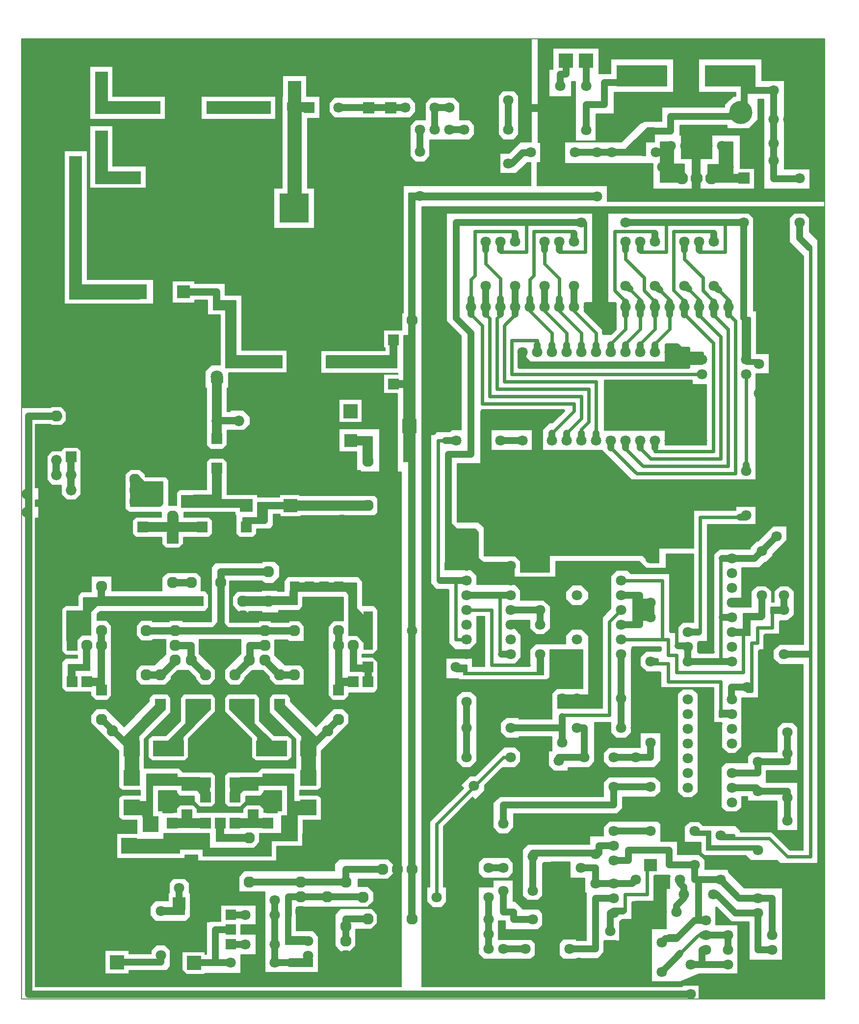
<source format=gbr>
%FSLAX32Y32*%
%MOMM*%
%LNCOPPER2*%
G71*
G01*
%ADD10C, 0.20*%
%ADD11C, 1.22*%
%ADD12C, 1.80*%
%ADD13C, 0.59*%
%ADD14C, 1.80*%
%ADD15C, 1.20*%
%ADD16C, 1.18*%
%ADD17C, 1.69*%
%ADD18C, 2.22*%
%ADD19C, 2.49*%
%ADD20C, 2.59*%
%ADD21C, 5.08*%
%ADD22C, 0.13*%
%ADD23C, 5.08*%
%ADD24C, 2.16*%
%ADD25C, 1.25*%
%ADD26C, 1.84*%
%ADD27C, 1.96*%
%ADD28C, 1.97*%
%ADD29C, 1.71*%
%ADD30C, 1.24*%
%ADD31C, 1.21*%
%ADD32C, 2.12*%
%ADD33C, 4.00*%
%ADD34C, 1.96*%
%ADD35C, 0.07*%
%LPD*%
G54D10*
X0Y16550D02*
X13860Y16550D01*
X13860Y0D01*
X0Y0D01*
X0Y16550D01*
G54D11*
X3350Y627D02*
X3350Y1199D01*
X3596Y1199D01*
G54D11*
X3604Y1453D02*
X3874Y1453D01*
G36*
X2854Y505D02*
X3099Y505D01*
X3099Y750D01*
X2854Y750D01*
X2854Y505D01*
G37*
G36*
X3108Y1521D02*
X3353Y1521D01*
X3353Y1766D01*
X3108Y1766D01*
X3108Y1521D01*
G37*
G36*
X2612Y1533D02*
X2833Y1533D01*
X2833Y1754D01*
X2612Y1754D01*
X2612Y1533D01*
G37*
G36*
X3522Y1363D02*
X3702Y1363D01*
X3702Y1543D01*
X3522Y1543D01*
X3522Y1363D01*
G37*
G36*
X3522Y1109D02*
X3702Y1109D01*
X3702Y1289D01*
X3522Y1289D01*
X3522Y1109D01*
G37*
G36*
X3522Y855D02*
X3702Y855D01*
X3702Y1035D01*
X3522Y1035D01*
X3522Y855D01*
G37*
G54D11*
X2961Y627D02*
X3604Y627D01*
X3866Y945D02*
G54D12*
D03*
X3866Y1453D02*
G54D12*
D03*
G54D11*
X3604Y945D02*
X3874Y945D01*
X2405Y754D02*
G54D12*
D03*
X2405Y1516D02*
G54D12*
D03*
X4374Y945D02*
G54D12*
D03*
X4374Y1453D02*
G54D12*
D03*
X2723Y1913D02*
G54D12*
D03*
X2215Y1913D02*
G54D12*
D03*
G54D11*
X2723Y1913D02*
X2723Y1643D01*
X7763Y11930D02*
G54D12*
D03*
X8017Y11930D02*
G54D12*
D03*
X8271Y11930D02*
G54D12*
D03*
X8525Y11930D02*
G54D12*
D03*
X8779Y11930D02*
G54D12*
D03*
X9033Y11930D02*
G54D12*
D03*
X9287Y11930D02*
G54D12*
D03*
X9541Y11930D02*
G54D12*
D03*
X9795Y11930D02*
G54D12*
D03*
X9541Y12296D02*
G54D12*
D03*
X9033Y12296D02*
G54D12*
D03*
X8652Y11152D02*
G54D12*
D03*
X8906Y11152D02*
G54D12*
D03*
X9160Y11152D02*
G54D12*
D03*
X9414Y11152D02*
G54D12*
D03*
X9668Y11152D02*
G54D12*
D03*
X9922Y11152D02*
G54D12*
D03*
X10176Y11152D02*
G54D12*
D03*
X10430Y11152D02*
G54D12*
D03*
X10684Y11152D02*
G54D12*
D03*
X10938Y11152D02*
G54D12*
D03*
X11192Y11152D02*
G54D12*
D03*
X11446Y11152D02*
G54D12*
D03*
X12732Y10946D02*
G54D12*
D03*
X12732Y10438D02*
G54D12*
D03*
X12510Y9105D02*
G54D12*
D03*
X12510Y8343D02*
G54D12*
D03*
X11446Y9628D02*
G54D12*
D03*
X11192Y9628D02*
G54D12*
D03*
X10938Y9628D02*
G54D12*
D03*
X10684Y9628D02*
G54D12*
D03*
X10430Y9628D02*
G54D12*
D03*
X10176Y9628D02*
G54D12*
D03*
X9922Y9628D02*
G54D12*
D03*
X9668Y9628D02*
G54D12*
D03*
X9414Y9628D02*
G54D12*
D03*
X9160Y9628D02*
G54D12*
D03*
X8906Y9628D02*
G54D12*
D03*
X8652Y9628D02*
G54D12*
D03*
X8271Y9628D02*
G54D12*
D03*
G54D11*
X8271Y9628D02*
X8652Y9628D01*
G54D11*
X9160Y9628D02*
X9160Y9756D01*
G54D11*
X9414Y9628D02*
X9414Y9756D01*
G54D11*
X9668Y9628D02*
X9668Y9756D01*
G54D11*
X9922Y9628D02*
X9922Y9756D01*
G54D11*
X12510Y8311D02*
X12398Y8311D01*
G54D11*
X12510Y9105D02*
X12510Y9216D01*
G54D11*
X10938Y11152D02*
X10938Y11280D01*
G54D11*
X10684Y11152D02*
X10684Y11280D01*
G54D11*
X10430Y11152D02*
X10430Y11280D01*
G54D11*
X10176Y11152D02*
X10176Y11280D01*
G54D11*
X9922Y11152D02*
X9922Y11280D01*
G54D11*
X9668Y11152D02*
X9668Y11280D01*
G54D11*
X9414Y11152D02*
X9414Y11280D01*
G54D11*
X9160Y11152D02*
X9160Y11280D01*
G54D11*
X8906Y11152D02*
X8906Y11280D01*
G54D13*
X9160Y11295D02*
X9160Y11486D01*
G54D13*
X9414Y11295D02*
X9414Y11486D01*
G54D13*
X9668Y11295D02*
X9668Y11486D01*
G54D13*
X9922Y11295D02*
X9922Y11486D01*
G54D11*
X8271Y11803D02*
X8271Y12073D01*
G54D11*
X8017Y11803D02*
X8017Y12296D01*
G54D11*
X7763Y11803D02*
X7763Y12073D01*
G54D11*
X8525Y11803D02*
X8525Y12296D01*
G54D11*
X9541Y11930D02*
X9541Y12296D01*
G54D13*
X9160Y11486D02*
X8779Y11867D01*
G54D13*
X9414Y11486D02*
X9033Y11867D01*
G54D13*
X9668Y11486D02*
X9287Y11867D01*
G54D13*
X9922Y11486D02*
X9541Y11867D01*
G54D13*
X8525Y11803D02*
X8334Y11613D01*
X8334Y10660D01*
G54D13*
X8334Y10644D02*
X9922Y10644D01*
X9922Y9756D01*
G54D13*
X9668Y10025D02*
X9668Y10390D01*
G54D13*
X9795Y10518D02*
X9795Y9946D01*
G54D13*
X9795Y9946D02*
X9668Y9819D01*
X9668Y9771D01*
G54D13*
X9668Y10025D02*
X9668Y10010D01*
X9414Y9756D01*
G54D13*
X9541Y10264D02*
X9541Y10136D01*
X9160Y9756D01*
G54D13*
X9795Y10518D02*
X8207Y10518D01*
G54D13*
X9668Y10390D02*
X8080Y10390D01*
G54D13*
X9541Y10264D02*
X7953Y10264D01*
G54D13*
X8461Y10772D02*
X8461Y11359D01*
X8461Y11359D01*
X8906Y11359D01*
X8906Y11295D01*
G54D13*
X8461Y10772D02*
X11732Y10772D01*
G54D13*
X12510Y9216D02*
X12510Y10772D01*
G54D13*
X8207Y10518D02*
X8207Y11740D01*
X8255Y11788D01*
G54D13*
X8080Y10390D02*
X8080Y11724D01*
X8080Y11740D01*
X8033Y11788D01*
G54D13*
X7953Y10264D02*
X7953Y11613D01*
X7763Y11803D01*
X10176Y11930D02*
G54D12*
D03*
X10430Y11930D02*
G54D12*
D03*
X10684Y11930D02*
G54D12*
D03*
X10938Y11930D02*
G54D12*
D03*
X11192Y11930D02*
G54D12*
D03*
X11446Y11930D02*
G54D12*
D03*
X11700Y11930D02*
G54D12*
D03*
X11954Y11930D02*
G54D12*
D03*
X12208Y11930D02*
G54D12*
D03*
G54D13*
X10430Y11803D02*
X10430Y11549D01*
X10176Y11295D01*
G54D13*
X10684Y11788D02*
X10684Y11549D01*
X10430Y11295D01*
G54D13*
X10938Y11788D02*
X10938Y11549D01*
X10684Y11295D01*
G54D13*
X11192Y11788D02*
X11192Y11549D01*
G54D13*
X11192Y11549D02*
X10938Y11295D01*
X9541Y13058D02*
G54D12*
D03*
X9287Y13058D02*
G54D12*
D03*
X9033Y13058D02*
G54D12*
D03*
X7509Y9628D02*
G54D12*
D03*
G54D11*
X7509Y9628D02*
X7318Y9628D01*
G54D13*
X7318Y9628D02*
X7191Y9628D01*
X7191Y7231D01*
G54D13*
X7493Y6200D02*
X7493Y7231D01*
G36*
X8588Y10898D02*
X8588Y11152D01*
X8684Y11152D01*
X8684Y11057D01*
X8779Y10962D01*
X11510Y10962D01*
X11510Y10898D01*
X8588Y10898D01*
G37*
G54D13*
X8588Y10898D02*
X8588Y11152D01*
X8684Y11152D01*
X8684Y11057D01*
X8779Y10962D01*
X11510Y10962D01*
X11510Y10898D01*
X8588Y10898D01*
G36*
X11128Y10962D02*
X11128Y11279D01*
X11319Y11279D01*
X11382Y11216D01*
X11509Y11216D01*
X11509Y11136D01*
X11747Y11136D01*
X11747Y10962D01*
X11128Y10962D01*
G37*
G54D13*
X11128Y10962D02*
X11128Y11279D01*
X11319Y11279D01*
X11382Y11216D01*
X11509Y11216D01*
X11509Y11136D01*
X11747Y11136D01*
X11747Y10962D01*
X11128Y10962D01*
G36*
X12494Y11708D02*
X12494Y13375D01*
X12430Y13375D01*
X12430Y11740D01*
X12494Y11740D01*
X12494Y11708D01*
G37*
G54D13*
X12494Y11708D02*
X12494Y13375D01*
X12430Y13375D01*
X12430Y11740D01*
X12494Y11740D01*
X12494Y11708D01*
X12470Y13391D02*
G54D12*
D03*
G36*
X10049Y11486D02*
X10176Y11486D01*
X10239Y11549D01*
X10239Y11867D01*
X9731Y11867D01*
X10049Y11549D01*
X10049Y11486D01*
G37*
G54D13*
X10049Y11486D02*
X10176Y11486D01*
X10239Y11549D01*
X10239Y11867D01*
X9731Y11867D01*
X10049Y11549D01*
X10049Y11486D01*
G36*
X2176Y15477D02*
X2396Y15477D01*
X2396Y15257D01*
X2176Y15257D01*
X2176Y15477D01*
G37*
G36*
X3192Y15477D02*
X3412Y15477D01*
X3412Y15257D01*
X3192Y15257D01*
X3192Y15477D01*
G37*
G36*
X1787Y15257D02*
X2007Y15257D01*
X2007Y15477D01*
X1787Y15477D01*
X1787Y15257D01*
G37*
G36*
X1787Y15765D02*
X2007Y15765D01*
X2007Y15985D01*
X1787Y15985D01*
X1787Y15765D01*
G37*
G36*
X3581Y15257D02*
X3801Y15257D01*
X3801Y15477D01*
X3581Y15477D01*
X3581Y15257D01*
G37*
G36*
X3581Y15985D02*
X3801Y15985D01*
X3801Y15765D01*
X3581Y15765D01*
X3581Y15985D01*
G37*
G36*
X1271Y15985D02*
X1491Y15985D01*
X1491Y15765D01*
X1271Y15765D01*
X1271Y15985D01*
G37*
G36*
X1271Y14969D02*
X1491Y14969D01*
X1491Y14749D01*
X1271Y14749D01*
X1271Y14969D01*
G37*
G36*
X4081Y15477D02*
X4301Y15477D01*
X4301Y15257D01*
X4081Y15257D01*
X4081Y15477D01*
G37*
G36*
X1271Y14503D02*
X1491Y14503D01*
X1491Y14723D01*
X1271Y14723D01*
X1271Y14503D01*
G37*
G36*
X1779Y14503D02*
X1999Y14503D01*
X1999Y14723D01*
X1779Y14723D01*
X1779Y14503D01*
G37*
G36*
X4606Y15460D02*
X4792Y15460D01*
X4792Y15275D01*
X4606Y15275D01*
X4606Y15460D01*
G37*
G36*
X4876Y15275D02*
X5061Y15275D01*
X5061Y15460D01*
X4876Y15460D01*
X4876Y15275D01*
G37*
X5477Y15367D02*
G54D12*
D03*
X8795Y14597D02*
G54D12*
D03*
X8406Y14407D02*
G54D14*
D03*
X8152Y14407D02*
G54D14*
D03*
X8406Y14986D02*
G54D12*
D03*
X8406Y15494D02*
G54D14*
D03*
X8152Y15494D02*
G54D14*
D03*
G54D15*
X8406Y14986D02*
X8406Y15486D01*
X7644Y14986D02*
G54D12*
D03*
X7390Y14986D02*
G54D12*
D03*
X7390Y15367D02*
G54D12*
D03*
X7390Y15875D02*
G54D12*
D03*
X7136Y15367D02*
G54D12*
D03*
X7136Y14986D02*
G54D12*
D03*
X6882Y14986D02*
G54D12*
D03*
X6882Y14605D02*
G54D12*
D03*
G54D16*
X6882Y14605D02*
X6882Y14986D01*
G54D15*
X7136Y14978D02*
X7136Y15367D01*
X7390Y15367D01*
G54D15*
X7390Y14986D02*
X7636Y14986D01*
G54D16*
X8795Y14589D02*
X8652Y14589D01*
X8469Y14407D01*
G54D16*
X8469Y14407D02*
X8414Y14407D01*
X6882Y13843D02*
G54D12*
D03*
X6628Y15367D02*
G54D12*
D03*
X6374Y15875D02*
G54D12*
D03*
X5993Y15875D02*
G54D12*
D03*
G36*
X6276Y15270D02*
X6471Y15270D01*
X6471Y15465D01*
X6276Y15465D01*
X6276Y15270D01*
G37*
G36*
X5895Y15270D02*
X6090Y15270D01*
X6090Y15465D01*
X5895Y15465D01*
X5895Y15270D01*
G37*
G54D16*
X5469Y15367D02*
X6636Y15367D01*
G36*
X1843Y14271D02*
X2063Y14271D01*
X2063Y14051D01*
X1843Y14051D01*
X1843Y14271D01*
G37*
G36*
X827Y14271D02*
X1047Y14271D01*
X1047Y14051D01*
X827Y14051D01*
X827Y14271D01*
G37*
G36*
X827Y14313D02*
X1047Y14313D01*
X1047Y14533D01*
X827Y14533D01*
X827Y14313D01*
G37*
G36*
X827Y14821D02*
X1047Y14821D01*
X1047Y15041D01*
X827Y15041D01*
X827Y14821D01*
G37*
G54D17*
X4699Y15375D02*
X4969Y15375D01*
G54D18*
X3326Y15367D02*
X4167Y15367D01*
G54D19*
X4715Y15320D02*
X4715Y13708D01*
G54D18*
X2270Y15367D02*
X1381Y15367D01*
X1381Y15867D01*
G54D18*
X1381Y14843D02*
X1381Y14161D01*
X1953Y14161D01*
G54D18*
X937Y14423D02*
X937Y12192D01*
G36*
X2684Y12302D02*
X2904Y12302D01*
X2904Y12082D01*
X2684Y12082D01*
X2684Y12302D01*
G37*
G36*
X1902Y12322D02*
X2162Y12322D01*
X2162Y12063D01*
X1902Y12063D01*
X1902Y12322D01*
G37*
G54D20*
X2008Y12192D02*
X960Y12192D01*
G36*
X4459Y13885D02*
X4955Y13885D01*
X4955Y13389D01*
X4459Y13389D01*
X4459Y13885D01*
G37*
X611Y16256D02*
G54D21*
D03*
G36*
X1183Y13978D02*
X1135Y13978D01*
X1135Y15058D01*
X1183Y15058D01*
X1183Y13978D01*
G37*
G54D22*
X1183Y13978D02*
X1135Y13978D01*
X1135Y15058D01*
X1183Y15058D01*
X1183Y13978D01*
G36*
X1135Y14621D02*
X8Y14621D01*
X8Y15058D01*
X1135Y15058D01*
X1135Y14621D01*
G37*
G54D22*
X1135Y14621D02*
X8Y14621D01*
X8Y15058D01*
X1135Y15058D01*
X1135Y14621D01*
G36*
X1135Y15057D02*
X1588Y15057D01*
X1588Y15169D01*
X1135Y15169D01*
X1135Y15057D01*
G37*
G54D22*
X1135Y15057D02*
X1588Y15057D01*
X1588Y15169D01*
X1135Y15169D01*
X1135Y15057D01*
G36*
X1183Y15058D02*
X1183Y16550D01*
X8Y16550D01*
X8Y15058D01*
X1183Y15058D01*
G37*
G54D22*
X1183Y15058D02*
X1183Y16550D01*
X8Y16550D01*
X8Y15058D01*
X1183Y15058D01*
X13557Y16256D02*
G54D21*
D03*
G36*
X13851Y15931D02*
X13851Y16550D01*
X13240Y16550D01*
X13240Y15931D01*
X13851Y15931D01*
G37*
G54D22*
X13851Y15931D02*
X13851Y16550D01*
X13240Y16550D01*
X13240Y15931D01*
X13851Y15931D01*
G36*
X1175Y16121D02*
X8803Y16121D01*
X8803Y16550D01*
X1183Y16550D01*
X1175Y16121D01*
G37*
G54D22*
X1175Y16121D02*
X8803Y16121D01*
X8803Y16550D01*
X1183Y16550D01*
X1175Y16121D01*
G36*
X1278Y15367D02*
X1278Y15264D01*
X1381Y15264D01*
X1381Y15327D01*
X1278Y15327D01*
X1278Y15367D01*
G37*
G54D22*
X1278Y15367D02*
X1278Y15264D01*
X1381Y15264D01*
X1381Y15327D01*
X1278Y15327D01*
X1278Y15367D01*
G36*
X1580Y16114D02*
X1580Y15566D01*
X4509Y15566D01*
X4509Y16114D01*
X1580Y16114D01*
G37*
G54D22*
X1580Y16114D02*
X1580Y15566D01*
X4509Y15566D01*
X4509Y16114D01*
X1580Y16114D01*
G36*
X2484Y15566D02*
X2484Y15169D01*
X3104Y15169D01*
X3104Y15566D01*
X2484Y15566D01*
G37*
G54D22*
X2484Y15566D02*
X2484Y15169D01*
X3104Y15169D01*
X3104Y15566D01*
X2484Y15566D01*
G36*
X1580Y15169D02*
X4500Y15169D01*
X4500Y14359D01*
X1580Y14359D01*
X1580Y15169D01*
G37*
G54D22*
X1580Y15169D02*
X4500Y15169D01*
X4500Y14359D01*
X1580Y14359D01*
X1580Y15169D01*
G36*
X4501Y15169D02*
X4501Y15566D01*
X4390Y15566D01*
X4390Y15169D01*
X4501Y15169D01*
G37*
G54D22*
X4501Y15169D02*
X4501Y15566D01*
X4390Y15566D01*
X4390Y15169D01*
X4501Y15169D01*
X3818Y12748D02*
G54D23*
D03*
X5596Y12748D02*
G54D23*
D03*
X3818Y14526D02*
G54D23*
D03*
X5596Y14526D02*
G54D23*
D03*
G36*
X2151Y14359D02*
X2151Y13978D01*
X4500Y13978D01*
X4500Y14359D01*
X2151Y14359D01*
G37*
G54D22*
X2151Y14359D02*
X2151Y13978D01*
X4500Y13978D01*
X4500Y14359D01*
X2151Y14359D01*
G36*
X4358Y13978D02*
X4358Y12406D01*
X1135Y12406D01*
X1135Y13978D01*
X4358Y13978D01*
G37*
G54D22*
X4358Y13978D02*
X4358Y12406D01*
X1135Y12406D01*
X1135Y13978D01*
X4358Y13978D01*
G36*
X4937Y13978D02*
X4937Y15184D01*
X6588Y15184D01*
X6588Y13978D01*
X4937Y13978D01*
G37*
G54D22*
X4937Y13978D02*
X4937Y15184D01*
X6588Y15184D01*
X6588Y13978D01*
X4937Y13978D01*
G36*
X4612Y15454D02*
X4596Y15454D01*
X4596Y15327D01*
X4612Y15327D01*
X4612Y15454D01*
G37*
G54D22*
X4612Y15454D02*
X4596Y15454D01*
X4596Y15327D01*
X4612Y15327D01*
X4612Y15454D01*
G36*
X5151Y15550D02*
X5151Y15184D01*
X5310Y15184D01*
X5310Y15566D01*
X5151Y15566D01*
X5151Y15534D01*
X5151Y15550D01*
G37*
G54D22*
X5151Y15550D02*
X5151Y15184D01*
X5310Y15184D01*
X5310Y15566D01*
X5151Y15566D01*
X5151Y15534D01*
X5151Y15550D01*
G36*
X5310Y15192D02*
X6707Y15192D01*
X6707Y15184D01*
X5310Y15184D01*
X5310Y15192D01*
G37*
G54D22*
X5310Y15192D02*
X6707Y15192D01*
X6707Y15184D01*
X5310Y15184D01*
X5310Y15192D01*
G36*
X5310Y15542D02*
X7834Y15542D01*
X7834Y15566D01*
X5310Y15566D01*
X5310Y15542D01*
G37*
G54D22*
X5310Y15542D02*
X7834Y15542D01*
X7834Y15566D01*
X5310Y15566D01*
X5310Y15542D01*
G36*
X5310Y15288D02*
X5405Y15192D01*
X5310Y15192D01*
X5310Y15288D01*
G37*
G54D22*
X5310Y15288D02*
X5405Y15192D01*
X5310Y15192D01*
X5310Y15288D01*
G36*
X5310Y15446D02*
X5405Y15542D01*
X5310Y15542D01*
X5310Y15446D01*
G37*
G54D22*
X5310Y15446D02*
X5405Y15542D01*
X5310Y15542D01*
X5310Y15446D01*
G36*
X6801Y15288D02*
X6706Y15192D01*
X6801Y15192D01*
X6801Y15288D01*
G37*
G54D22*
X6801Y15288D02*
X6706Y15192D01*
X6801Y15192D01*
X6801Y15288D01*
G36*
X6801Y15447D02*
X6706Y15543D01*
X6801Y15543D01*
X6801Y15447D01*
G37*
G54D22*
X6801Y15447D02*
X6706Y15543D01*
X6801Y15543D01*
X6801Y15447D01*
G36*
X6969Y15447D02*
X7064Y15543D01*
X6969Y15543D01*
X6969Y15447D01*
G37*
G54D22*
X6969Y15447D02*
X7064Y15543D01*
X6969Y15543D01*
X6969Y15447D01*
G36*
X6802Y15542D02*
X6802Y15153D01*
X6969Y15153D01*
X6969Y15542D01*
X6802Y15542D01*
G37*
G54D22*
X6802Y15542D02*
X6802Y15153D01*
X6969Y15153D01*
X6969Y15542D01*
X6802Y15542D01*
G36*
X6707Y15057D02*
X6802Y15153D01*
X6707Y15153D01*
X6707Y15057D01*
G37*
G54D22*
X6707Y15057D02*
X6802Y15153D01*
X6707Y15153D01*
X6707Y15057D01*
G36*
X6802Y15192D02*
X6802Y15153D01*
X6596Y15153D01*
X6596Y15192D01*
X6802Y15192D01*
G37*
G54D22*
X6802Y15192D02*
X6802Y15153D01*
X6596Y15153D01*
X6596Y15192D01*
X6802Y15192D01*
G36*
X6707Y15153D02*
X6596Y15153D01*
X6596Y14423D01*
X6707Y14423D01*
X6707Y15153D01*
G37*
G54D22*
X6707Y15153D02*
X6596Y15153D01*
X6596Y14423D01*
X6707Y14423D01*
X6707Y15153D01*
G36*
X6707Y14526D02*
X6802Y14430D01*
X6707Y14430D01*
X6707Y14526D01*
G37*
G54D22*
X6707Y14526D02*
X6802Y14430D01*
X6707Y14430D01*
X6707Y14526D01*
G36*
X7047Y14526D02*
X6952Y14430D01*
X7047Y14430D01*
X7047Y14526D01*
G37*
G54D22*
X7047Y14526D02*
X6952Y14430D01*
X7047Y14430D01*
X7047Y14526D01*
G36*
X6596Y14430D02*
X8255Y14422D01*
X8255Y14018D01*
X6596Y14018D01*
X6596Y14430D01*
G37*
G54D22*
X6596Y14430D02*
X8255Y14422D01*
X8255Y14018D01*
X6596Y14018D01*
X6596Y14430D01*
G36*
X1278Y14160D02*
X1278Y14058D01*
X1381Y14058D01*
X1381Y14120D01*
X1278Y14120D01*
X1278Y14160D01*
G37*
G54D22*
X1278Y14160D02*
X1278Y14058D01*
X1381Y14058D01*
X1381Y14120D01*
X1278Y14120D01*
X1278Y14160D01*
G36*
X834Y12192D02*
X834Y12065D01*
X960Y12065D01*
X960Y12128D01*
X857Y12128D01*
X834Y12192D01*
G37*
G54D22*
X834Y12192D02*
X834Y12065D01*
X960Y12065D01*
X960Y12128D01*
X857Y12128D01*
X834Y12192D01*
G36*
X5056Y13978D02*
X5056Y11827D01*
X6588Y11827D01*
X6588Y13978D01*
X5056Y13978D01*
G37*
G54D22*
X5056Y13978D02*
X5056Y11827D01*
X6588Y11827D01*
X6588Y13978D01*
X5056Y13978D01*
G36*
X3802Y13287D02*
X5056Y13287D01*
X5056Y11184D01*
X3802Y11184D01*
X3802Y13287D01*
G37*
G54D22*
X3802Y13287D02*
X5056Y13287D01*
X5056Y11184D01*
X3802Y11184D01*
X3802Y13287D01*
G36*
X730Y14621D02*
X8Y14621D01*
X8Y11970D01*
X738Y11970D01*
X738Y14621D01*
X730Y14621D01*
G37*
G54D22*
X730Y14621D02*
X8Y14621D01*
X8Y11970D01*
X738Y11970D01*
X738Y14621D01*
X730Y14621D01*
X4397Y10986D02*
G54D24*
D03*
X5413Y10986D02*
G54D24*
D03*
X3620Y11954D02*
G54D12*
D03*
X3112Y11954D02*
G54D12*
D03*
G36*
X2278Y12406D02*
X2278Y11978D01*
X2604Y11978D01*
X2604Y12406D01*
X2278Y12406D01*
G37*
G54D22*
X2278Y12406D02*
X2278Y11978D01*
X2604Y11978D01*
X2604Y12406D01*
X2278Y12406D01*
G36*
X2992Y12382D02*
X2596Y12382D01*
X2596Y12406D01*
X2992Y12406D01*
X2992Y12382D01*
G37*
G54D22*
X2992Y12382D02*
X2596Y12382D01*
X2596Y12406D01*
X2992Y12406D01*
X2992Y12382D01*
G36*
X2596Y12002D02*
X2984Y12002D01*
X2984Y11970D01*
X2596Y11970D01*
X2596Y12002D01*
G37*
G54D22*
X2596Y12002D02*
X2984Y12002D01*
X2984Y11970D01*
X2596Y11970D01*
X2596Y12002D01*
G54D25*
X2794Y12192D02*
X3366Y12192D01*
X3366Y11954D01*
G36*
X3215Y12049D02*
X2992Y12049D01*
X2992Y11875D01*
X3215Y11875D01*
X3215Y12049D01*
G37*
G54D22*
X3215Y12049D02*
X2992Y12049D01*
X2992Y11875D01*
X3215Y11875D01*
X3215Y12049D01*
G36*
X2992Y12335D02*
X2992Y12406D01*
X3516Y12406D01*
X3516Y12335D01*
X2992Y12335D01*
G37*
G54D22*
X2992Y12335D02*
X2992Y12406D01*
X3516Y12406D01*
X3516Y12335D01*
X2992Y12335D01*
G36*
X3516Y12406D02*
X4358Y12406D01*
X4358Y12136D01*
X3516Y12136D01*
X3516Y12406D01*
G37*
G54D22*
X3516Y12406D02*
X4358Y12406D01*
X4358Y12136D01*
X3516Y12136D01*
X3516Y12406D01*
G36*
X3707Y12041D02*
X3310Y12041D01*
X3310Y11882D01*
X3707Y11882D01*
X3707Y12041D01*
G37*
G54D22*
X3707Y12041D02*
X3310Y12041D01*
X3310Y11882D01*
X3707Y11882D01*
X3707Y12041D01*
G36*
X3707Y11882D02*
X3707Y11224D01*
X3524Y11224D01*
X3524Y11882D01*
X3707Y11882D01*
G37*
G54D22*
X3707Y11882D02*
X3707Y11224D01*
X3524Y11224D01*
X3524Y11882D01*
X3707Y11882D01*
G36*
X3525Y11089D02*
X4501Y11089D01*
X4501Y10882D01*
X3525Y10882D01*
X3525Y11089D01*
G37*
G54D22*
X3525Y11089D02*
X4501Y11089D01*
X4501Y10882D01*
X3525Y10882D01*
X3525Y11089D01*
G36*
X3016Y11978D02*
X8Y11978D01*
X8Y10882D01*
X3016Y10882D01*
X3016Y11978D01*
G37*
G54D22*
X3016Y11978D02*
X8Y11978D01*
X8Y10882D01*
X3016Y10882D01*
X3016Y11978D01*
G36*
X2937Y11081D02*
X3429Y11081D01*
X3429Y11795D01*
X2937Y11795D01*
X2937Y11081D01*
G37*
G54D22*
X2937Y11081D02*
X3429Y11081D01*
X3429Y11795D01*
X2937Y11795D01*
X2937Y11081D01*
G36*
X2818Y10882D02*
X2818Y10208D01*
X8Y10208D01*
X8Y10882D01*
X2818Y10882D01*
G37*
G54D22*
X2818Y10882D02*
X2818Y10208D01*
X8Y10208D01*
X8Y10882D01*
X2818Y10882D01*
G36*
X3167Y10311D02*
X3199Y10311D01*
X3199Y9540D01*
X3167Y9540D01*
X3167Y10311D01*
G37*
G54D22*
X3167Y10311D02*
X3199Y10311D01*
X3199Y9540D01*
X3167Y9540D01*
X3167Y10311D01*
G36*
X3548Y10295D02*
X3604Y10295D01*
X3604Y10128D01*
X3548Y10128D01*
X3548Y10295D01*
G37*
G54D22*
X3548Y10295D02*
X3604Y10295D01*
X3604Y10128D01*
X3548Y10128D01*
X3548Y10295D01*
X3754Y9970D02*
G54D26*
D03*
G36*
X3281Y9568D02*
X3466Y9568D01*
X3466Y9753D01*
X3281Y9753D01*
X3281Y9568D01*
G37*
G36*
X3453Y10025D02*
X3754Y10025D01*
X3754Y9914D01*
X3453Y9914D01*
X3453Y10025D01*
G37*
G54D22*
X3453Y10025D02*
X3754Y10025D01*
X3754Y9914D01*
X3453Y9914D01*
X3453Y10025D01*
X603Y10049D02*
G54D27*
D03*
G54D25*
X635Y10049D02*
X119Y10049D01*
X119Y104D01*
G36*
X785Y10113D02*
X674Y10225D01*
X785Y10225D01*
X785Y10113D01*
G37*
G54D22*
X785Y10113D02*
X674Y10225D01*
X785Y10225D01*
X785Y10113D01*
G36*
X785Y9979D02*
X674Y9867D01*
X785Y9867D01*
X785Y9979D01*
G37*
G54D22*
X785Y9979D02*
X674Y9867D01*
X785Y9867D01*
X785Y9979D01*
G36*
X500Y10192D02*
X611Y10304D01*
X500Y10304D01*
X500Y10192D01*
G37*
G54D22*
X500Y10192D02*
X611Y10304D01*
X500Y10304D01*
X500Y10192D01*
G36*
X500Y9906D02*
X238Y9906D01*
X238Y9453D01*
X500Y9453D01*
X500Y9906D01*
G37*
G54D22*
X500Y9906D02*
X238Y9906D01*
X238Y9453D01*
X500Y9453D01*
X500Y9906D01*
G36*
X778Y9954D02*
X778Y10208D01*
X849Y10208D01*
X849Y9866D01*
X778Y9866D01*
X778Y10001D01*
X778Y9954D01*
G37*
G54D22*
X778Y9954D02*
X778Y10208D01*
X849Y10208D01*
X849Y9866D01*
X778Y9866D01*
X778Y10001D01*
X778Y9954D01*
G36*
X691Y9890D02*
X500Y9890D01*
X500Y9446D01*
X691Y9446D01*
X691Y9890D01*
G37*
G54D22*
X691Y9890D02*
X500Y9890D01*
X500Y9446D01*
X691Y9446D01*
X691Y9890D01*
G36*
X500Y9906D02*
X524Y9882D01*
X500Y9882D01*
X500Y9906D01*
G37*
G54D22*
X500Y9906D02*
X524Y9882D01*
X500Y9882D01*
X500Y9906D01*
X603Y9287D02*
G54D26*
D03*
X603Y9033D02*
G54D26*
D03*
X857Y9033D02*
G54D26*
D03*
X349Y9033D02*
G54D26*
D03*
G36*
X765Y9443D02*
X950Y9443D01*
X950Y9258D01*
X765Y9258D01*
X765Y9443D01*
G37*
G36*
X765Y9697D02*
X950Y9697D01*
X950Y9512D01*
X765Y9512D01*
X765Y9697D01*
G37*
G36*
X793Y9558D02*
X681Y9447D01*
X681Y9558D01*
X793Y9558D01*
G37*
G54D22*
X793Y9558D02*
X681Y9447D01*
X681Y9558D01*
X793Y9558D01*
G36*
X927Y9550D02*
X1039Y9439D01*
X1039Y9550D01*
X927Y9550D01*
G37*
G54D22*
X927Y9550D02*
X1039Y9439D01*
X1039Y9550D01*
X927Y9550D01*
G36*
X539Y9455D02*
X427Y9344D01*
X427Y9455D01*
X539Y9455D01*
G37*
G54D22*
X539Y9455D02*
X427Y9344D01*
X427Y9455D01*
X539Y9455D01*
G36*
X548Y9065D02*
X548Y9287D01*
X659Y9287D01*
X659Y9033D01*
X548Y9033D01*
X548Y9065D01*
G37*
G54D22*
X548Y9065D02*
X548Y9287D01*
X659Y9287D01*
X659Y9033D01*
X548Y9033D01*
X548Y9065D01*
G36*
X802Y9057D02*
X802Y9279D01*
X913Y9279D01*
X913Y8779D01*
X802Y8779D01*
X802Y9057D01*
G37*
G54D22*
X802Y9057D02*
X802Y9279D01*
X913Y9279D01*
X913Y8779D01*
X802Y8779D01*
X802Y9057D01*
X857Y8771D02*
G54D26*
D03*
G36*
X539Y8853D02*
X427Y8964D01*
X427Y8853D01*
X539Y8853D01*
G37*
G54D22*
X539Y8853D02*
X427Y8964D01*
X427Y8853D01*
X539Y8853D01*
X95Y8708D02*
G54D26*
D03*
X603Y8708D02*
G54D26*
D03*
X95Y8390D02*
G54D26*
D03*
X857Y8390D02*
G54D26*
D03*
G36*
X238Y9454D02*
X238Y8811D01*
X445Y8811D01*
X445Y9454D01*
X238Y9454D01*
G37*
G54D22*
X238Y9454D02*
X238Y8811D01*
X445Y8811D01*
X445Y9454D01*
X238Y9454D01*
G36*
X302Y8279D02*
X302Y8803D01*
X691Y8803D01*
X691Y8279D01*
X302Y8279D01*
G37*
G54D22*
X302Y8279D02*
X302Y8803D01*
X691Y8803D01*
X691Y8279D01*
X302Y8279D01*
G36*
X302Y8493D02*
X238Y8493D01*
X238Y8604D01*
X302Y8604D01*
X302Y8493D01*
G37*
G54D22*
X302Y8493D02*
X238Y8493D01*
X238Y8604D01*
X302Y8604D01*
X302Y8493D01*
G36*
X691Y8803D02*
X691Y8858D01*
X444Y8858D01*
X444Y8803D01*
X691Y8803D01*
G37*
G54D22*
X691Y8803D02*
X691Y8858D01*
X444Y8858D01*
X444Y8803D01*
X691Y8803D01*
G36*
X793Y8597D02*
X681Y8708D01*
X681Y8597D01*
X793Y8597D01*
G37*
G54D22*
X793Y8597D02*
X681Y8708D01*
X681Y8597D01*
X793Y8597D01*
G36*
X927Y8597D02*
X1039Y8708D01*
X1039Y8597D01*
X927Y8597D01*
G37*
G54D22*
X927Y8597D02*
X1039Y8708D01*
X1039Y8597D01*
X927Y8597D01*
G36*
X929Y8604D02*
X691Y8604D01*
X691Y8279D01*
X1064Y8279D01*
X1064Y8604D01*
X921Y8604D01*
X929Y8604D01*
G37*
G54D22*
X929Y8604D02*
X691Y8604D01*
X691Y8279D01*
X1064Y8279D01*
X1064Y8604D01*
X921Y8604D01*
X929Y8604D01*
G36*
X1032Y8715D02*
X1032Y9549D01*
X1191Y9549D01*
X1191Y8604D01*
X1032Y8604D01*
X1032Y8731D01*
X1032Y8715D01*
G37*
G54D22*
X1032Y8715D02*
X1032Y9549D01*
X1191Y9549D01*
X1191Y8604D01*
X1032Y8604D01*
X1032Y8731D01*
X1032Y8715D01*
G36*
X849Y10208D02*
X3167Y10208D01*
X3167Y9128D01*
X1191Y9128D01*
X1191Y9858D01*
X849Y9858D01*
X849Y10208D01*
G37*
G54D22*
X849Y10208D02*
X3167Y10208D01*
X3167Y9128D01*
X1191Y9128D01*
X1191Y9858D01*
X849Y9858D01*
X849Y10208D01*
G36*
X3944Y10042D02*
X3833Y10154D01*
X3944Y10154D01*
X3944Y10042D01*
G37*
G54D22*
X3944Y10042D02*
X3833Y10154D01*
X3944Y10154D01*
X3944Y10042D01*
G36*
X3944Y9900D02*
X3833Y9788D01*
X3944Y9788D01*
X3944Y9900D01*
G37*
G54D22*
X3944Y9900D02*
X3833Y9788D01*
X3944Y9788D01*
X3944Y9900D01*
G36*
X3802Y10152D02*
X3802Y10644D01*
X4151Y10644D01*
X4151Y10152D01*
X3802Y10152D01*
G37*
G54D22*
X3802Y10152D02*
X3802Y10644D01*
X4151Y10644D01*
X4151Y10152D01*
X3802Y10152D01*
G36*
X3443Y9438D02*
X3555Y9549D01*
X3555Y9438D01*
X3443Y9438D01*
G37*
G54D22*
X3443Y9438D02*
X3555Y9549D01*
X3555Y9438D01*
X3443Y9438D01*
G36*
X3301Y9438D02*
X3189Y9549D01*
X3189Y9438D01*
X3301Y9438D01*
G37*
G54D22*
X3301Y9438D02*
X3189Y9549D01*
X3189Y9438D01*
X3301Y9438D01*
G36*
X3167Y9477D02*
X3167Y9541D01*
X3191Y9541D01*
X3191Y9477D01*
X3167Y9477D01*
G37*
G54D22*
X3167Y9477D02*
X3167Y9541D01*
X3191Y9541D01*
X3191Y9477D01*
X3167Y9477D01*
G36*
X3548Y9541D02*
X3548Y9803D01*
X4175Y9803D01*
X4175Y9398D01*
X3548Y9398D01*
X3548Y9565D01*
X3548Y9541D01*
G37*
G54D22*
X3548Y9541D02*
X3548Y9803D01*
X4175Y9803D01*
X4175Y9398D01*
X3548Y9398D01*
X3548Y9565D01*
X3548Y9541D01*
G36*
X4175Y9803D02*
X4175Y10501D01*
X3945Y10501D01*
X3945Y9803D01*
X4175Y9803D01*
G37*
G54D22*
X4175Y9803D02*
X4175Y10501D01*
X3945Y10501D01*
X3945Y9803D01*
X4175Y9803D01*
G36*
X4556Y10502D02*
X4064Y10502D01*
X4064Y8700D01*
X4556Y8700D01*
X4556Y10502D01*
G37*
G54D22*
X4556Y10502D02*
X4064Y10502D01*
X4064Y8700D01*
X4556Y8700D01*
X4556Y10502D01*
X5977Y9271D02*
G54D27*
D03*
X5977Y8509D02*
G54D27*
D03*
G36*
X6329Y10512D02*
X6514Y10512D01*
X6514Y10697D01*
X6329Y10697D01*
X6329Y10512D01*
G37*
G36*
X6493Y10660D02*
X6493Y10541D01*
X6620Y10541D01*
X6620Y10660D01*
X6493Y10660D01*
G37*
G54D22*
X6493Y10660D02*
X6493Y10541D01*
X6620Y10541D01*
X6620Y10660D01*
X6493Y10660D01*
G36*
X5953Y10747D02*
X6255Y10747D01*
X6255Y10771D01*
X6501Y10771D01*
X6501Y10787D01*
X5953Y10787D01*
X5953Y10747D01*
G37*
G54D22*
X5953Y10747D02*
X6255Y10747D01*
X6255Y10771D01*
X6501Y10771D01*
X6501Y10787D01*
X5953Y10787D01*
X5953Y10747D01*
G36*
X5262Y10882D02*
X5262Y11089D01*
X6207Y11089D01*
X6207Y10882D01*
X5262Y10882D01*
G37*
G54D22*
X5262Y10882D02*
X5262Y11089D01*
X6207Y11089D01*
X6207Y10882D01*
X5262Y10882D01*
G36*
X6207Y10882D02*
X6207Y11089D01*
X6477Y11089D01*
X6477Y10882D01*
X6207Y10882D01*
G37*
G54D22*
X6207Y10882D02*
X6207Y11089D01*
X6477Y11089D01*
X6477Y10882D01*
X6207Y10882D01*
G36*
X6329Y11274D02*
X6514Y11274D01*
X6514Y11459D01*
X6329Y11459D01*
X6329Y11274D01*
G37*
G36*
X6477Y11089D02*
X6477Y11279D01*
X6366Y11279D01*
X6366Y11089D01*
X6477Y11089D01*
G37*
G54D22*
X6477Y11089D02*
X6477Y11279D01*
X6366Y11279D01*
X6366Y11089D01*
X6477Y11089D01*
G36*
X6279Y11176D02*
X6279Y11224D01*
X5056Y11224D01*
X5056Y11176D01*
X6279Y11176D01*
G37*
G54D22*
X6279Y11176D02*
X6279Y11224D01*
X5056Y11224D01*
X5056Y11176D01*
X6279Y11176D01*
X6739Y11700D02*
G54D27*
D03*
X6231Y11700D02*
G54D27*
D03*
G36*
X6564Y11827D02*
X6564Y11533D01*
X5056Y11533D01*
X5056Y11827D01*
X6564Y11827D01*
G37*
G54D22*
X6564Y11827D02*
X6564Y11533D01*
X5056Y11533D01*
X5056Y11827D01*
X6564Y11827D01*
G36*
X6255Y11224D02*
X6255Y11533D01*
X5056Y11533D01*
X5056Y11224D01*
X6255Y11224D01*
G37*
G54D22*
X6255Y11224D02*
X6255Y11533D01*
X5056Y11533D01*
X5056Y11224D01*
X6255Y11224D01*
G36*
X5558Y11603D02*
X5776Y11603D01*
X5776Y11385D01*
X5558Y11385D01*
X5558Y11603D01*
G37*
G36*
X5558Y10877D02*
X5776Y10877D01*
X5776Y11095D01*
X5558Y11095D01*
X5558Y10877D01*
G37*
G36*
X5749Y10877D02*
X5967Y10877D01*
X5967Y11095D01*
X5749Y11095D01*
X5749Y10877D01*
G37*
G36*
X5939Y10877D02*
X6157Y10877D01*
X6157Y11095D01*
X5939Y11095D01*
X5939Y10877D01*
G37*
X6048Y11494D02*
G54D27*
D03*
X5858Y11494D02*
G54D27*
D03*
G36*
X3281Y9060D02*
X3466Y9060D01*
X3466Y9245D01*
X3281Y9245D01*
X3281Y9060D01*
G37*
G36*
X4805Y9110D02*
X4990Y9110D01*
X4990Y8925D01*
X4805Y8925D01*
X4805Y9110D01*
G37*
G36*
X5059Y8925D02*
X5244Y8925D01*
X5244Y9110D01*
X5059Y9110D01*
X5059Y8925D01*
G37*
G36*
X5061Y8419D02*
X5241Y8419D01*
X5241Y8599D01*
X5061Y8599D01*
X5061Y8419D01*
G37*
G36*
X4807Y8419D02*
X4987Y8419D01*
X4987Y8599D01*
X4807Y8599D01*
X4807Y8419D01*
G37*
G36*
X5442Y8419D02*
X5622Y8419D01*
X5622Y8599D01*
X5442Y8599D01*
X5442Y8419D01*
G37*
G36*
X3789Y8044D02*
X3974Y8044D01*
X3974Y8229D01*
X3789Y8229D01*
X3789Y8044D01*
G37*
G36*
X3027Y8229D02*
X3212Y8229D01*
X3212Y8044D01*
X3027Y8044D01*
X3027Y8229D01*
G37*
G36*
X2003Y8044D02*
X2188Y8044D01*
X2188Y8229D01*
X2003Y8229D01*
X2003Y8044D01*
G37*
G36*
X2513Y7847D02*
X2710Y7847D01*
X2710Y8044D01*
X2513Y8044D01*
X2513Y7847D01*
G37*
G36*
X3772Y8619D02*
X3991Y8619D01*
X3991Y8400D01*
X3772Y8400D01*
X3772Y8619D01*
G37*
G36*
X4528Y8624D02*
X4758Y8624D01*
X4758Y8394D01*
X4528Y8394D01*
X4528Y8624D01*
G37*
X2611Y8327D02*
G54D27*
D03*
X1961Y8581D02*
G54D27*
D03*
X1961Y8771D02*
G54D27*
D03*
X1961Y8962D02*
G54D27*
D03*
X2357Y8581D02*
G54D27*
D03*
X1453Y8581D02*
G54D27*
D03*
X1453Y8962D02*
G54D27*
D03*
G36*
X1241Y8044D02*
X1426Y8044D01*
X1426Y8229D01*
X1241Y8229D01*
X1241Y8044D01*
G37*
X3754Y9208D02*
G54D27*
D03*
X4715Y7620D02*
G54D27*
D03*
X5532Y8255D02*
G54D27*
D03*
G36*
X1888Y9135D02*
X1776Y9024D01*
X1776Y9135D01*
X1888Y9135D01*
G37*
G54D22*
X1888Y9135D02*
X1776Y9024D01*
X1776Y9135D01*
X1888Y9135D01*
G36*
X2038Y9135D02*
X2150Y9024D01*
X2150Y9135D01*
X2038Y9135D01*
G37*
G54D22*
X2038Y9135D02*
X2150Y9024D01*
X2150Y9135D01*
X2038Y9135D01*
G36*
X1786Y9128D02*
X1786Y8454D01*
X1072Y8454D01*
X1072Y9128D01*
X1786Y9128D01*
G37*
G54D22*
X1786Y9128D02*
X1786Y8454D01*
X1072Y8454D01*
X1072Y9128D01*
X1786Y9128D01*
G36*
X1872Y8375D02*
X1760Y8486D01*
X1760Y8375D01*
X1872Y8375D01*
G37*
G54D22*
X1872Y8375D02*
X1760Y8486D01*
X1760Y8375D01*
X1872Y8375D01*
G36*
X2302Y8493D02*
X2350Y8493D01*
X2350Y8509D01*
X2302Y8509D01*
X2302Y8493D01*
G37*
G54D22*
X2302Y8493D02*
X2350Y8493D01*
X2350Y8509D01*
X2302Y8509D01*
X2302Y8493D01*
G36*
X2302Y8493D02*
X1881Y8493D01*
X1881Y8914D01*
X2445Y8914D01*
X2445Y8588D01*
X2302Y8588D01*
X2302Y8493D01*
G37*
G54D22*
X2302Y8493D02*
X1881Y8493D01*
X1881Y8914D01*
X2445Y8914D01*
X2445Y8588D01*
X2302Y8588D01*
X2302Y8493D01*
G36*
X2040Y8993D02*
X2119Y8914D01*
X2032Y8914D01*
X2032Y8993D01*
X2032Y9001D01*
X2048Y8985D01*
X2040Y8993D01*
G37*
G54D22*
X2040Y8993D02*
X2119Y8914D01*
X2032Y8914D01*
X2032Y8993D01*
X2032Y9001D01*
X2048Y8985D01*
X2040Y8993D01*
G36*
X2745Y8802D02*
X2633Y8691D01*
X2633Y8802D01*
X2745Y8802D01*
G37*
G54D22*
X2745Y8802D02*
X2633Y8691D01*
X2633Y8802D01*
X2745Y8802D01*
G36*
X2459Y9032D02*
X2571Y8921D01*
X2571Y9032D01*
X2459Y9032D01*
G37*
G54D22*
X2459Y9032D02*
X2571Y8921D01*
X2571Y9032D01*
X2459Y9032D01*
G36*
X3301Y9365D02*
X3189Y9254D01*
X3189Y9365D01*
X3301Y9365D01*
G37*
G54D22*
X3301Y9365D02*
X3189Y9254D01*
X3189Y9365D01*
X3301Y9365D01*
G36*
X3443Y9365D02*
X3555Y9254D01*
X3555Y9365D01*
X3443Y9365D01*
G37*
G54D22*
X3443Y9365D02*
X3555Y9254D01*
X3555Y9365D01*
X3443Y9365D01*
G36*
X3453Y9065D02*
X3453Y8620D01*
X3294Y8620D01*
X3294Y9065D01*
X3453Y9065D01*
G37*
G54D22*
X3453Y9065D02*
X3453Y8620D01*
X3294Y8620D01*
X3294Y9065D01*
X3453Y9065D01*
G36*
X3286Y8684D02*
X2969Y8684D01*
X2969Y8477D01*
X3778Y8477D01*
X3778Y8612D01*
X3445Y8612D01*
X3445Y8684D01*
X3270Y8684D01*
X3286Y8684D01*
G37*
G54D22*
X3286Y8684D02*
X2969Y8684D01*
X2969Y8477D01*
X3778Y8477D01*
X3778Y8612D01*
X3445Y8612D01*
X3445Y8684D01*
X3270Y8684D01*
X3286Y8684D01*
G36*
X2756Y8471D02*
X2975Y8471D01*
X2975Y8690D01*
X2756Y8690D01*
X2756Y8471D01*
G37*
G36*
X4461Y8652D02*
X4461Y8700D01*
X4072Y8700D01*
X4072Y8652D01*
X4461Y8652D01*
G37*
G54D22*
X4461Y8652D02*
X4461Y8700D01*
X4072Y8700D01*
X4072Y8652D01*
X4461Y8652D01*
G36*
X5977Y8422D02*
X5977Y8588D01*
X4746Y8588D01*
X4746Y8422D01*
X5977Y8422D01*
G37*
G54D22*
X5977Y8422D02*
X5977Y8588D01*
X4746Y8588D01*
X4746Y8422D01*
X5977Y8422D01*
G36*
X6198Y8573D02*
X6087Y8685D01*
X6198Y8685D01*
X6198Y8573D01*
G37*
G54D22*
X6198Y8573D02*
X6087Y8685D01*
X6198Y8685D01*
X6198Y8573D01*
G36*
X6198Y8439D02*
X6087Y8327D01*
X6198Y8327D01*
X6198Y8439D01*
G37*
G54D22*
X6198Y8439D02*
X6087Y8327D01*
X6198Y8327D01*
X6198Y8439D01*
G36*
X6152Y8390D02*
X6152Y8620D01*
X6199Y8620D01*
X6199Y8398D01*
X6152Y8398D01*
X6152Y8390D01*
G37*
G54D22*
X6152Y8390D02*
X6152Y8620D01*
X6199Y8620D01*
X6199Y8398D01*
X6152Y8398D01*
X6152Y8390D01*
G36*
X4556Y8700D02*
X4802Y8700D01*
X4802Y9112D01*
X4556Y9112D01*
X4556Y8700D01*
G37*
G54D22*
X4556Y8700D02*
X4802Y8700D01*
X4802Y9112D01*
X4556Y9112D01*
X4556Y8700D01*
G36*
X4802Y8676D02*
X4802Y9112D01*
X5850Y9112D01*
X5850Y8676D01*
X4802Y8676D01*
G37*
G54D22*
X4802Y8676D02*
X4802Y9112D01*
X5850Y9112D01*
X5850Y8676D01*
X4802Y8676D01*
G36*
X5850Y8676D02*
X6556Y8676D01*
X6556Y9088D01*
X5850Y9088D01*
X5850Y8676D01*
G37*
G54D22*
X5850Y8676D02*
X6556Y8676D01*
X6556Y9088D01*
X5850Y9088D01*
X5850Y8676D01*
G36*
X6556Y8676D02*
X6556Y214D01*
X6421Y214D01*
X6421Y8676D01*
X6556Y8676D01*
G37*
G54D22*
X6556Y8676D02*
X6556Y214D01*
X6421Y214D01*
X6421Y8676D01*
X6556Y8676D01*
G36*
X4631Y7028D02*
X4799Y7028D01*
X4799Y7196D01*
X4631Y7196D01*
X4631Y7028D01*
G37*
G36*
X4885Y7028D02*
X5053Y7028D01*
X5053Y7196D01*
X4885Y7196D01*
X4885Y7028D01*
G37*
G36*
X5139Y7028D02*
X5307Y7028D01*
X5307Y7196D01*
X5139Y7196D01*
X5139Y7028D01*
G37*
G36*
X5393Y7028D02*
X5561Y7028D01*
X5561Y7196D01*
X5393Y7196D01*
X5393Y7028D01*
G37*
G36*
X5892Y7020D02*
X6077Y7020D01*
X6077Y7205D01*
X5892Y7205D01*
X5892Y7020D01*
G37*
G36*
X5906Y6526D02*
X6063Y6526D01*
X6063Y6683D01*
X5906Y6683D01*
X5906Y6526D01*
G37*
G36*
X5906Y6272D02*
X6063Y6272D01*
X6063Y6429D01*
X5906Y6429D01*
X5906Y6272D01*
G37*
G36*
X5906Y6018D02*
X6063Y6018D01*
X6063Y6175D01*
X5906Y6175D01*
X5906Y6018D01*
G37*
G36*
X5892Y5631D02*
X6077Y5631D01*
X6077Y5816D01*
X5892Y5816D01*
X5892Y5631D01*
G37*
G36*
X5892Y5377D02*
X6077Y5377D01*
X6077Y5562D01*
X5892Y5562D01*
X5892Y5377D01*
G37*
G36*
X5638Y5377D02*
X5823Y5377D01*
X5823Y5562D01*
X5638Y5562D01*
X5638Y5377D01*
G37*
G36*
X5384Y5234D02*
X5569Y5234D01*
X5569Y5419D01*
X5384Y5419D01*
X5384Y5234D01*
G37*
G36*
X6202Y5885D02*
X6387Y5885D01*
X6387Y6070D01*
X6202Y6070D01*
X6202Y5885D01*
G37*
G36*
X6964Y5885D02*
X7149Y5885D01*
X7149Y6070D01*
X6964Y6070D01*
X6964Y5885D01*
G37*
G36*
X5136Y6518D02*
X5309Y6518D01*
X5309Y6691D01*
X5136Y6691D01*
X5136Y6518D01*
G37*
G36*
X4882Y6518D02*
X5055Y6518D01*
X5055Y6691D01*
X4882Y6691D01*
X4882Y6518D01*
G37*
G36*
X2970Y6773D02*
X3141Y6773D01*
X3141Y6944D01*
X2970Y6944D01*
X2970Y6773D01*
G37*
G36*
X2970Y6519D02*
X3141Y6519D01*
X3141Y6690D01*
X2970Y6690D01*
X2970Y6519D01*
G37*
G36*
X2066Y6773D02*
X2237Y6773D01*
X2237Y6944D01*
X2066Y6944D01*
X2066Y6773D01*
G37*
G36*
X2066Y7027D02*
X2237Y7027D01*
X2237Y7198D01*
X2066Y7198D01*
X2066Y7027D01*
G37*
G36*
X781Y6512D02*
X966Y6512D01*
X966Y6697D01*
X781Y6697D01*
X781Y6512D01*
G37*
G36*
X781Y6004D02*
X966Y6004D01*
X966Y6189D01*
X781Y6189D01*
X781Y6004D01*
G37*
G36*
X781Y5377D02*
X966Y5377D01*
X966Y5562D01*
X781Y5562D01*
X781Y5377D01*
G37*
G36*
X1035Y5377D02*
X1220Y5377D01*
X1220Y5562D01*
X1035Y5562D01*
X1035Y5377D01*
G37*
G36*
X1289Y5234D02*
X1474Y5234D01*
X1474Y5419D01*
X1289Y5419D01*
X1289Y5234D01*
G37*
G36*
X2305Y4988D02*
X2490Y4988D01*
X2490Y5173D01*
X2305Y5173D01*
X2305Y4988D01*
G37*
G36*
X2836Y4988D02*
X3021Y4988D01*
X3021Y5173D01*
X2836Y5173D01*
X2836Y4988D01*
G37*
G36*
X3082Y4988D02*
X3268Y4988D01*
X3268Y5173D01*
X3082Y5173D01*
X3082Y4988D01*
G37*
G36*
X3590Y4988D02*
X3776Y4988D01*
X3776Y5173D01*
X3590Y5173D01*
X3590Y4988D01*
G37*
G36*
X3837Y4988D02*
X4022Y4988D01*
X4022Y5173D01*
X3837Y5173D01*
X3837Y4988D01*
G37*
G36*
X4368Y4988D02*
X4553Y4988D01*
X4553Y5173D01*
X4368Y5173D01*
X4368Y4988D01*
G37*
G36*
X5647Y4623D02*
X5815Y4623D01*
X5815Y4791D01*
X5647Y4791D01*
X5647Y4623D01*
G37*
X4262Y7366D02*
G54D27*
D03*
X4262Y6858D02*
G54D27*
D03*
X3818Y6858D02*
G54D27*
D03*
X3818Y6604D02*
G54D27*
D03*
X3437Y7184D02*
G54D27*
D03*
X2929Y7184D02*
G54D27*
D03*
X2611Y7184D02*
G54D27*
D03*
X2651Y6350D02*
G54D27*
D03*
X2151Y6350D02*
G54D27*
D03*
X2651Y6096D02*
G54D27*
D03*
X2651Y5842D02*
G54D27*
D03*
X2397Y5588D02*
G54D27*
D03*
X2151Y5588D02*
G54D27*
D03*
X2929Y5842D02*
G54D27*
D03*
X3175Y5588D02*
G54D27*
D03*
X3683Y5588D02*
G54D27*
D03*
X3929Y5842D02*
G54D27*
D03*
X4207Y6096D02*
G54D27*
D03*
X4207Y6350D02*
G54D27*
D03*
X4715Y6350D02*
G54D27*
D03*
X4715Y5588D02*
G54D27*
D03*
X4461Y5588D02*
G54D27*
D03*
X4207Y5842D02*
G54D27*
D03*
X5477Y6096D02*
G54D27*
D03*
X5731Y6096D02*
G54D27*
D03*
X5477Y6350D02*
G54D27*
D03*
X6747Y6350D02*
G54D12*
D03*
X873Y7112D02*
G54D27*
D03*
X1381Y7112D02*
G54D27*
D03*
X1381Y6350D02*
G54D27*
D03*
X1381Y6096D02*
G54D27*
D03*
X1127Y6096D02*
G54D27*
D03*
X1127Y4707D02*
G54D27*
D03*
X873Y4707D02*
G54D27*
D03*
X5985Y4707D02*
G54D27*
D03*
X5477Y4818D02*
G54D27*
D03*
X5286Y4628D02*
G54D27*
D03*
X5286Y4120D02*
G54D27*
D03*
X1572Y4120D02*
G54D27*
D03*
X1572Y4628D02*
G54D27*
D03*
X1381Y4818D02*
G54D27*
D03*
X6739Y1381D02*
G54D27*
D03*
G54D28*
X2611Y7962D02*
X2611Y8327D01*
G54D29*
X2096Y8136D02*
X3119Y8136D01*
G36*
X3340Y8200D02*
X3230Y8312D01*
X3340Y8312D01*
X3340Y8200D01*
G37*
G54D22*
X3340Y8200D02*
X3230Y8312D01*
X3340Y8312D01*
X3340Y8200D01*
G36*
X3340Y8066D02*
X3230Y7954D01*
X3340Y7954D01*
X3340Y8066D01*
G37*
G54D22*
X3340Y8066D02*
X3230Y7954D01*
X3340Y7954D01*
X3340Y8066D01*
G36*
X3294Y8017D02*
X3294Y8247D01*
X3342Y8247D01*
X3342Y8025D01*
X3294Y8025D01*
X3294Y8017D01*
G37*
G54D22*
X3294Y8017D02*
X3294Y8247D01*
X3342Y8247D01*
X3342Y8025D01*
X3294Y8025D01*
X3294Y8017D01*
G36*
X3660Y8066D02*
X3770Y7954D01*
X3660Y7954D01*
X3660Y8066D01*
G37*
G54D22*
X3660Y8066D02*
X3770Y7954D01*
X3660Y7954D01*
X3660Y8066D01*
G36*
X3342Y7953D02*
X3659Y7953D01*
X3659Y8311D01*
X3342Y8311D01*
X3342Y7953D01*
G37*
G54D22*
X3342Y7953D02*
X3659Y7953D01*
X3659Y8311D01*
X3342Y8311D01*
X3342Y7953D01*
G36*
X2413Y8311D02*
X1595Y8311D01*
X1595Y8390D01*
X2413Y8390D01*
X2413Y8311D01*
G37*
G54D22*
X2413Y8311D02*
X1595Y8311D01*
X1595Y8390D01*
X2413Y8390D01*
X2413Y8311D01*
G36*
X1875Y8200D02*
X1985Y8312D01*
X1875Y8312D01*
X1875Y8200D01*
G37*
G54D22*
X1875Y8200D02*
X1985Y8312D01*
X1875Y8312D01*
X1875Y8200D01*
G36*
X1875Y8066D02*
X1985Y7954D01*
X1875Y7954D01*
X1875Y8066D01*
G37*
G54D22*
X1875Y8066D02*
X1985Y7954D01*
X1875Y7954D01*
X1875Y8066D01*
G36*
X1921Y8017D02*
X1921Y8247D01*
X1873Y8247D01*
X1873Y8025D01*
X1921Y8025D01*
X1921Y8017D01*
G37*
G54D22*
X1921Y8017D02*
X1921Y8247D01*
X1873Y8247D01*
X1873Y8025D01*
X1921Y8025D01*
X1921Y8017D01*
G36*
X1754Y8454D02*
X1754Y8311D01*
X1064Y8311D01*
X1064Y8454D01*
X1754Y8454D01*
G37*
G54D22*
X1754Y8454D02*
X1754Y8311D01*
X1064Y8311D01*
X1064Y8454D01*
X1754Y8454D01*
G36*
X1873Y8287D02*
X1873Y8311D01*
X1064Y8311D01*
X1064Y8287D01*
X1873Y8287D01*
G37*
G54D22*
X1873Y8287D02*
X1873Y8311D01*
X1064Y8311D01*
X1064Y8287D01*
X1873Y8287D01*
G36*
X2429Y7961D02*
X238Y7961D01*
X238Y7287D01*
X2429Y7287D01*
X2429Y7961D01*
G37*
G54D22*
X2429Y7961D02*
X238Y7961D01*
X238Y7287D01*
X2429Y7287D01*
X2429Y7961D01*
G36*
X2681Y7731D02*
X2793Y7842D01*
X2793Y7731D01*
X2681Y7731D01*
G37*
G54D22*
X2681Y7731D02*
X2793Y7842D01*
X2793Y7731D01*
X2681Y7731D01*
G36*
X2539Y7731D02*
X2427Y7842D01*
X2427Y7731D01*
X2539Y7731D01*
G37*
G54D22*
X2539Y7731D02*
X2427Y7842D01*
X2427Y7731D01*
X2539Y7731D01*
G36*
X2500Y7771D02*
X2723Y7771D01*
X2723Y7731D01*
X2500Y7731D01*
X2500Y7771D01*
G37*
G54D22*
X2500Y7771D02*
X2723Y7771D01*
X2723Y7731D01*
X2500Y7731D01*
X2500Y7771D01*
G36*
X238Y7287D02*
X1206Y7287D01*
X1206Y7017D01*
X238Y7017D01*
X238Y7287D01*
G37*
G54D22*
X238Y7287D02*
X1206Y7287D01*
X1206Y7017D01*
X238Y7017D01*
X238Y7287D01*
G36*
X238Y7017D02*
X976Y7017D01*
X976Y6787D01*
X238Y6787D01*
X238Y7017D01*
G37*
G54D22*
X238Y7017D02*
X976Y7017D01*
X976Y6787D01*
X238Y6787D01*
X238Y7017D01*
G36*
X976Y6953D02*
X1040Y7017D01*
X976Y7017D01*
X976Y6953D01*
G37*
G54D22*
X976Y6953D02*
X1040Y7017D01*
X976Y7017D01*
X976Y6953D01*
G36*
X698Y6787D02*
X698Y5255D01*
X238Y5255D01*
X238Y6787D01*
X698Y6787D01*
G37*
G54D22*
X698Y6787D02*
X698Y5255D01*
X238Y5255D01*
X238Y6787D01*
X698Y6787D01*
G36*
X698Y6723D02*
X762Y6787D01*
X698Y6787D01*
X698Y6723D01*
G37*
G54D22*
X698Y6723D02*
X762Y6787D01*
X698Y6787D01*
X698Y6723D01*
G36*
X1437Y7041D02*
X1437Y6922D01*
X1326Y6922D01*
X1326Y7041D01*
X1437Y7041D01*
G37*
G54D22*
X1437Y7041D02*
X1437Y6922D01*
X1326Y6922D01*
X1326Y7041D01*
X1437Y7041D01*
G36*
X1072Y6922D02*
X1334Y6922D01*
X1334Y6787D01*
X1072Y6787D01*
X1072Y6922D01*
G37*
G54D22*
X1072Y6922D02*
X1334Y6922D01*
X1334Y6787D01*
X1072Y6787D01*
X1072Y6922D01*
G36*
X786Y6691D02*
X1198Y6691D01*
X1198Y6279D01*
X786Y6279D01*
X786Y6691D01*
G37*
G54D22*
X786Y6691D02*
X1198Y6691D01*
X1198Y6279D01*
X786Y6279D01*
X786Y6691D01*
G36*
X960Y6183D02*
X960Y6191D01*
X1048Y6279D01*
X786Y6279D01*
X786Y6183D01*
X960Y6183D01*
G37*
G54D22*
X960Y6183D02*
X960Y6191D01*
X1048Y6279D01*
X786Y6279D01*
X786Y6183D01*
X960Y6183D01*
G36*
X1072Y6691D02*
X1072Y6787D01*
X1310Y6787D01*
X1198Y6676D01*
X1072Y6676D01*
X1072Y6707D01*
X1072Y6691D01*
G37*
G54D22*
X1072Y6691D02*
X1072Y6787D01*
X1310Y6787D01*
X1198Y6676D01*
X1072Y6676D01*
X1072Y6707D01*
X1072Y6691D01*
G36*
X2977Y6937D02*
X1334Y6937D01*
X1334Y6779D01*
X2977Y6779D01*
X2977Y6937D01*
G37*
G54D22*
X2977Y6937D02*
X1334Y6937D01*
X1334Y6779D01*
X2977Y6779D01*
X2977Y6937D01*
G36*
X1334Y6779D02*
X1302Y6779D01*
X1302Y6787D01*
X1334Y6787D01*
X1334Y6779D01*
G37*
G54D22*
X1334Y6779D02*
X1302Y6779D01*
X1302Y6787D01*
X1334Y6787D01*
X1334Y6779D01*
G36*
X1564Y7033D02*
X1564Y7287D01*
X2429Y7287D01*
X2429Y7033D01*
X1564Y7033D01*
G37*
G54D22*
X1564Y7033D02*
X1564Y7287D01*
X2429Y7287D01*
X2429Y7033D01*
X1564Y7033D01*
G36*
X2873Y7120D02*
X2659Y7120D01*
X2659Y7231D01*
X2865Y7231D01*
X2865Y7120D01*
X2858Y7120D01*
X2873Y7120D01*
G37*
G54D22*
X2873Y7120D02*
X2659Y7120D01*
X2659Y7231D01*
X2865Y7231D01*
X2865Y7120D01*
X2858Y7120D01*
X2873Y7120D01*
G36*
X2429Y7350D02*
X3278Y7350D01*
X3278Y7731D01*
X2429Y7731D01*
X2429Y7350D01*
G37*
G54D22*
X2429Y7350D02*
X3278Y7350D01*
X3278Y7731D01*
X2429Y7731D01*
X2429Y7350D01*
G36*
X3104Y7033D02*
X3104Y7350D01*
X3278Y7350D01*
X3278Y7033D01*
X3104Y7033D01*
G37*
G54D22*
X3104Y7033D02*
X3104Y7350D01*
X3278Y7350D01*
X3278Y7033D01*
X3104Y7033D01*
G36*
X3278Y7025D02*
X3278Y6501D01*
X3231Y6501D01*
X3231Y7025D01*
X3278Y7025D01*
G37*
G54D22*
X3278Y7025D02*
X3278Y6501D01*
X3231Y6501D01*
X3231Y7025D01*
X3278Y7025D01*
G36*
X3231Y6683D02*
X1357Y6683D01*
X1357Y6525D01*
X3231Y6525D01*
X3231Y6683D01*
G37*
G54D22*
X3231Y6683D02*
X1357Y6683D01*
X1357Y6525D01*
X3231Y6525D01*
X3231Y6683D01*
G36*
X3231Y6747D02*
X3167Y6683D01*
X3231Y6683D01*
X3231Y6747D01*
G37*
G54D22*
X3231Y6747D02*
X3167Y6683D01*
X3231Y6683D01*
X3231Y6747D01*
G36*
X3231Y6969D02*
X3167Y7033D01*
X3231Y7033D01*
X3231Y6969D01*
G37*
G54D22*
X3231Y6969D02*
X3167Y7033D01*
X3231Y7033D01*
X3231Y6969D01*
G36*
X1357Y6525D02*
X1310Y6525D01*
X1310Y6636D01*
X1357Y6636D01*
X1357Y6525D01*
G37*
G54D22*
X1357Y6525D02*
X1310Y6525D01*
X1310Y6636D01*
X1357Y6636D01*
X1357Y6525D01*
G36*
X1357Y6683D02*
X1310Y6636D01*
X1357Y6636D01*
X1357Y6683D01*
G37*
G54D22*
X1357Y6683D02*
X1310Y6636D01*
X1357Y6636D01*
X1357Y6683D01*
G36*
X2556Y6525D02*
X2556Y6501D01*
X2262Y6501D01*
X2262Y6525D01*
X2556Y6525D01*
G37*
G54D22*
X2556Y6525D02*
X2556Y6501D01*
X2262Y6501D01*
X2262Y6525D01*
X2556Y6525D01*
G36*
X2786Y6501D02*
X2786Y6525D01*
X3231Y6525D01*
X3231Y6501D01*
X2786Y6501D01*
G37*
G54D22*
X2786Y6501D02*
X2786Y6525D01*
X3231Y6525D01*
X3231Y6501D01*
X2786Y6501D01*
G36*
X968Y5929D02*
X968Y5874D01*
X698Y5874D01*
X698Y5929D01*
X968Y5929D01*
G37*
G54D22*
X968Y5929D02*
X968Y5874D01*
X698Y5874D01*
X698Y5929D01*
X968Y5929D01*
G36*
X1072Y6025D02*
X1072Y5771D01*
X810Y5771D01*
X810Y5548D01*
X929Y5548D01*
X929Y5667D01*
X1183Y5667D01*
X1183Y6025D01*
X1072Y6025D01*
G37*
G54D22*
X1072Y6025D02*
X1072Y5771D01*
X810Y5771D01*
X810Y5548D01*
X929Y5548D01*
X929Y5667D01*
X1183Y5667D01*
X1183Y6025D01*
X1072Y6025D01*
G36*
X1278Y5406D02*
X1198Y5406D01*
X1198Y5533D01*
X1326Y5533D01*
X1326Y6287D01*
X1437Y6287D01*
X1437Y5406D01*
X1278Y5406D01*
G37*
G54D22*
X1278Y5406D02*
X1198Y5406D01*
X1198Y5533D01*
X1326Y5533D01*
X1326Y6287D01*
X1437Y6287D01*
X1437Y5406D01*
X1278Y5406D01*
G36*
X1199Y5294D02*
X238Y5294D01*
X238Y1985D01*
X1199Y1985D01*
X1199Y5294D01*
G37*
G54D22*
X1199Y5294D02*
X238Y5294D01*
X238Y1985D01*
X1199Y1985D01*
X1199Y5294D01*
G36*
X1556Y5953D02*
X1556Y6525D01*
X1984Y6525D01*
X1984Y5953D01*
X1556Y5953D01*
G37*
G54D22*
X1556Y5953D02*
X1556Y6525D01*
X1984Y6525D01*
X1984Y5953D01*
X1556Y5953D01*
G36*
X1556Y6437D02*
X1468Y6525D01*
X1556Y6525D01*
X1556Y6437D01*
G37*
G54D22*
X1556Y6437D02*
X1468Y6525D01*
X1556Y6525D01*
X1556Y6437D01*
G36*
X1985Y6437D02*
X2073Y6525D01*
X1985Y6525D01*
X1985Y6437D01*
G37*
G54D22*
X1985Y6437D02*
X2073Y6525D01*
X1985Y6525D01*
X1985Y6437D01*
G36*
X2222Y6294D02*
X4651Y6294D01*
X4651Y6406D01*
X2222Y6406D01*
X2222Y6294D01*
G37*
G54D22*
X2222Y6294D02*
X4651Y6294D01*
X4651Y6406D01*
X2222Y6406D01*
X2222Y6294D01*
G54D30*
X3437Y6406D02*
X3437Y7366D01*
X4239Y7366D01*
G36*
X3278Y7517D02*
X4151Y7517D01*
X4151Y7731D01*
X3278Y7731D01*
X3278Y7517D01*
G37*
G54D22*
X3278Y7517D02*
X4151Y7517D01*
X4151Y7731D01*
X3278Y7731D01*
X3278Y7517D01*
G36*
X3350Y7517D02*
X3278Y7445D01*
X3278Y7517D01*
X3350Y7517D01*
G37*
G54D22*
X3350Y7517D02*
X3278Y7445D01*
X3278Y7517D01*
X3350Y7517D01*
G36*
X3112Y7263D02*
X3016Y7358D01*
X3112Y7358D01*
X3112Y7263D01*
G37*
G54D22*
X3112Y7263D02*
X3016Y7358D01*
X3112Y7358D01*
X3112Y7263D01*
G36*
X2429Y7263D02*
X2524Y7358D01*
X2429Y7358D01*
X2429Y7263D01*
G37*
G54D22*
X2429Y7263D02*
X2524Y7358D01*
X2429Y7358D01*
X2429Y7263D01*
G36*
X3381Y6485D02*
X3302Y6406D01*
X3381Y6406D01*
X3381Y6485D01*
G37*
G54D22*
X3381Y6485D02*
X3302Y6406D01*
X3381Y6406D01*
X3381Y6485D01*
G36*
X3492Y6485D02*
X3572Y6406D01*
X3492Y6406D01*
X3492Y6469D01*
X3492Y6485D01*
G37*
G54D22*
X3492Y6485D02*
X3572Y6406D01*
X3492Y6406D01*
X3492Y6469D01*
X3492Y6485D01*
G36*
X3596Y6493D02*
X3596Y7207D01*
X3643Y7207D01*
X3643Y6493D01*
X3596Y6493D01*
G37*
G54D22*
X3596Y6493D02*
X3596Y7207D01*
X3643Y7207D01*
X3643Y6493D01*
X3596Y6493D01*
G36*
X4143Y7025D02*
X3643Y7025D01*
X3643Y7207D01*
X4143Y7207D01*
X4143Y7025D01*
G37*
G54D22*
X4143Y7025D02*
X3643Y7025D01*
X3643Y7207D01*
X4143Y7207D01*
X4143Y7025D01*
G36*
X4143Y7049D02*
X4532Y7049D01*
X4532Y7160D01*
X4143Y7160D01*
X4143Y7049D01*
G37*
G54D22*
X4143Y7049D02*
X4532Y7049D01*
X4532Y7160D01*
X4143Y7160D01*
X4143Y7049D01*
G36*
X4532Y7049D02*
X4532Y7025D01*
X4421Y7025D01*
X4421Y7049D01*
X4532Y7049D01*
G37*
G54D22*
X4532Y7049D02*
X4532Y7025D01*
X4421Y7025D01*
X4421Y7049D01*
X4532Y7049D01*
G36*
X4143Y7207D02*
X4151Y7207D01*
X4199Y7160D01*
X4143Y7160D01*
X4143Y7207D01*
G37*
G54D22*
X4143Y7207D02*
X4151Y7207D01*
X4199Y7160D01*
X4143Y7160D01*
X4143Y7207D01*
G36*
X3850Y6938D02*
X4762Y6938D01*
X4762Y6803D01*
X3866Y6803D01*
X3866Y6938D01*
X3850Y6938D01*
G37*
G54D22*
X3850Y6938D02*
X4762Y6938D01*
X4762Y6803D01*
X3866Y6803D01*
X3866Y6938D01*
X3850Y6938D01*
G36*
X4207Y6787D02*
X3866Y6787D01*
X3866Y6803D01*
X4199Y6803D01*
X4199Y6787D01*
X4207Y6787D01*
G37*
G54D22*
X4207Y6787D02*
X3866Y6787D01*
X3866Y6803D01*
X4199Y6803D01*
X4199Y6787D01*
X4207Y6787D01*
G36*
X4636Y6930D02*
X4636Y7033D01*
X4762Y7033D01*
X4762Y6930D01*
X4636Y6930D01*
G37*
G54D22*
X4636Y6930D02*
X4636Y7033D01*
X4762Y7033D01*
X4762Y6930D01*
X4636Y6930D01*
G36*
X3643Y6937D02*
X3731Y7025D01*
X3643Y7025D01*
X3643Y6937D01*
G37*
G54D22*
X3643Y6937D02*
X3731Y7025D01*
X3643Y7025D01*
X3643Y6937D01*
G36*
X3643Y6779D02*
X3754Y6668D01*
X3754Y6493D01*
X3643Y6493D01*
X3643Y6771D01*
X3643Y6779D01*
G37*
G54D22*
X3643Y6779D02*
X3754Y6668D01*
X3754Y6493D01*
X3643Y6493D01*
X3643Y6771D01*
X3643Y6779D01*
G36*
X4389Y6652D02*
X3881Y6652D01*
X3754Y6652D01*
X3754Y6493D01*
X4096Y6493D01*
X4096Y6517D01*
X4310Y6517D01*
X4310Y6493D01*
X4620Y6493D01*
X4620Y6517D01*
X4794Y6517D01*
X4794Y6652D01*
X4389Y6652D01*
G37*
G54D22*
X4389Y6652D02*
X3881Y6652D01*
X3754Y6652D01*
X3754Y6493D01*
X4096Y6493D01*
X4096Y6517D01*
X4310Y6517D01*
X4310Y6493D01*
X4620Y6493D01*
X4620Y6517D01*
X4794Y6517D01*
X4794Y6652D01*
X4389Y6652D01*
G36*
X3921Y6652D02*
X3921Y6683D01*
X4151Y6683D01*
X4151Y6652D01*
X3921Y6652D01*
G37*
G54D22*
X3921Y6652D02*
X3921Y6683D01*
X4151Y6683D01*
X4151Y6652D01*
X3921Y6652D01*
G36*
X4437Y6652D02*
X4437Y6699D01*
X4794Y6699D01*
X4794Y6652D01*
X4437Y6652D01*
G37*
G54D22*
X4437Y6652D02*
X4437Y6699D01*
X4794Y6699D01*
X4794Y6652D01*
X4437Y6652D01*
G36*
X5786Y7176D02*
X4762Y7176D01*
X4762Y7025D01*
X5786Y7025D01*
X5786Y7176D01*
G37*
G54D22*
X5786Y7176D02*
X4762Y7176D01*
X4762Y7025D01*
X5786Y7025D01*
X5786Y7176D01*
G36*
X4794Y6699D02*
X4858Y6763D01*
X4858Y6930D01*
X5556Y6930D01*
X5556Y6517D01*
X4794Y6517D01*
X4794Y6699D01*
G37*
G54D22*
X4794Y6699D02*
X4858Y6763D01*
X4858Y6930D01*
X5556Y6930D01*
X5556Y6517D01*
X4794Y6517D01*
X4794Y6699D01*
G36*
X5786Y6009D02*
X5786Y5755D01*
X6040Y5755D01*
X6040Y5532D01*
X5929Y5532D01*
X5929Y5651D01*
X5675Y5651D01*
X5675Y6025D01*
X5786Y6025D01*
X5786Y6009D01*
G37*
G54D22*
X5786Y6009D02*
X5786Y5755D01*
X6040Y5755D01*
X6040Y5532D01*
X5929Y5532D01*
X5929Y5651D01*
X5675Y5651D01*
X5675Y6025D01*
X5786Y6025D01*
X5786Y6009D01*
G36*
X5786Y7025D02*
X5786Y6263D01*
X5652Y6263D01*
X5652Y7025D01*
X5786Y7025D01*
G37*
G54D22*
X5786Y7025D02*
X5786Y6263D01*
X5652Y6263D01*
X5652Y7025D01*
X5786Y7025D01*
G36*
X5898Y6168D02*
X5890Y6168D01*
X5786Y6271D01*
X5786Y6739D01*
X5786Y6731D01*
X5914Y6604D01*
X5914Y6144D01*
X5890Y6168D01*
X5898Y6168D01*
G37*
G54D22*
X5898Y6168D02*
X5890Y6168D01*
X5786Y6271D01*
X5786Y6739D01*
X5786Y6731D01*
X5914Y6604D01*
X5914Y6144D01*
X5890Y6168D01*
X5898Y6168D01*
G36*
X6056Y6167D02*
X6056Y6533D01*
X5898Y6533D01*
X5898Y6167D01*
X6056Y6167D01*
G37*
G54D22*
X6056Y6167D02*
X6056Y6533D01*
X5898Y6533D01*
X5898Y6167D01*
X6056Y6167D01*
G36*
X5890Y6779D02*
X5890Y7271D01*
X6421Y7271D01*
X6421Y6779D01*
X5890Y6779D01*
G37*
G54D22*
X5890Y6779D02*
X5890Y7271D01*
X6421Y7271D01*
X6421Y6779D01*
X5890Y6779D01*
G36*
X6152Y5350D02*
X6152Y6779D01*
X6421Y6779D01*
X6421Y5350D01*
X6152Y5350D01*
G37*
G54D22*
X6152Y5350D02*
X6152Y6779D01*
X6421Y6779D01*
X6421Y5350D01*
X6152Y5350D01*
G36*
X5659Y6961D02*
X5596Y7025D01*
X5652Y7025D01*
X5652Y6969D01*
X5659Y6961D01*
G37*
G54D22*
X5659Y6961D02*
X5596Y7025D01*
X5652Y7025D01*
X5652Y6969D01*
X5659Y6961D01*
G36*
X6064Y5898D02*
X6152Y5810D01*
X6152Y6025D01*
X6152Y6025D01*
X6064Y5937D01*
X6064Y5898D01*
G37*
G54D22*
X6064Y5898D02*
X6152Y5810D01*
X6152Y6025D01*
X6152Y6025D01*
X6064Y5937D01*
X6064Y5898D01*
G36*
X3953Y7961D02*
X4056Y7961D01*
X4056Y7731D01*
X3953Y7731D01*
X3953Y7961D01*
G37*
G54D22*
X3953Y7961D02*
X4056Y7961D01*
X4056Y7731D01*
X3953Y7731D01*
X3953Y7961D01*
G36*
X4056Y8017D02*
X4000Y7961D01*
X4056Y7961D01*
X4056Y8017D01*
G37*
G54D22*
X4056Y8017D02*
X4000Y7961D01*
X4056Y7961D01*
X4056Y8017D01*
G36*
X4350Y8160D02*
X4294Y8104D01*
X4350Y8104D01*
X4350Y8160D01*
G37*
G54D22*
X4350Y8160D02*
X4294Y8104D01*
X4350Y8104D01*
X4350Y8160D01*
G36*
X4350Y8104D02*
X4350Y8358D01*
X4469Y8358D01*
X4469Y8104D01*
X4350Y8104D01*
G37*
G54D22*
X4350Y8104D02*
X4350Y8358D01*
X4469Y8358D01*
X4469Y8104D01*
X4350Y8104D01*
G36*
X4818Y8319D02*
X4818Y8334D01*
X6088Y8334D01*
X6088Y8319D01*
X4818Y8319D01*
G37*
G54D22*
X4818Y8319D02*
X4818Y8334D01*
X6088Y8334D01*
X6088Y8319D01*
X4818Y8319D01*
G36*
X6421Y8676D02*
X6199Y8676D01*
X6199Y7271D01*
X6421Y7271D01*
X6421Y8676D01*
G37*
G54D22*
X6421Y8676D02*
X6199Y8676D01*
X6199Y7271D01*
X6421Y7271D01*
X6421Y8676D01*
G36*
X5009Y8319D02*
X6199Y8319D01*
X6199Y7493D01*
X5009Y7493D01*
X5009Y8319D01*
G37*
G54D22*
X5009Y8319D02*
X6199Y8319D01*
X6199Y7493D01*
X5009Y7493D01*
X5009Y8319D01*
G36*
X6199Y7279D02*
X4461Y7279D01*
X4461Y7549D01*
X6199Y7549D01*
X6199Y7279D01*
G37*
G54D22*
X6199Y7279D02*
X4461Y7279D01*
X4461Y7549D01*
X6199Y7549D01*
X6199Y7279D01*
G36*
X4461Y7453D02*
X4461Y7461D01*
X4374Y7549D01*
X4461Y7549D01*
X4461Y7461D01*
X4461Y7453D01*
G37*
G54D22*
X4461Y7453D02*
X4461Y7461D01*
X4374Y7549D01*
X4461Y7549D01*
X4461Y7461D01*
X4461Y7453D01*
G36*
X4469Y7279D02*
X4350Y7160D01*
X4532Y7160D01*
X4532Y7207D01*
X4604Y7279D01*
X4469Y7279D01*
G37*
G54D22*
X4469Y7279D02*
X4350Y7160D01*
X4532Y7160D01*
X4532Y7207D01*
X4604Y7279D01*
X4469Y7279D01*
G36*
X4461Y7287D02*
X4461Y7271D01*
X4469Y7271D01*
X4469Y7287D01*
X4461Y7287D01*
G37*
G54D22*
X4461Y7287D02*
X4461Y7271D01*
X4469Y7271D01*
X4469Y7287D01*
X4461Y7287D01*
G36*
X6151Y5945D02*
X6151Y5890D01*
X5881Y5890D01*
X5881Y5945D01*
X6151Y5945D01*
G37*
G54D22*
X6151Y5945D02*
X6151Y5890D01*
X5881Y5890D01*
X5881Y5945D01*
X6151Y5945D01*
G36*
X762Y5874D02*
X698Y5810D01*
X698Y5874D01*
X762Y5874D01*
G37*
G54D22*
X762Y5874D02*
X698Y5810D01*
X698Y5874D01*
X762Y5874D01*
G36*
X6152Y6707D02*
X6080Y6779D01*
X6152Y6779D01*
X6152Y6707D01*
G37*
G54D22*
X6152Y6707D02*
X6080Y6779D01*
X6152Y6779D01*
X6152Y6707D01*
G36*
X5890Y7199D02*
X5810Y7279D01*
X5890Y7279D01*
X5890Y7199D01*
G37*
G54D22*
X5890Y7199D02*
X5810Y7279D01*
X5890Y7279D01*
X5890Y7199D01*
G36*
X5644Y5532D02*
X5532Y5532D01*
X5532Y6311D01*
X5421Y6311D01*
X5421Y5406D01*
X5644Y5406D01*
X5644Y5532D01*
G37*
G54D22*
X5644Y5532D02*
X5532Y5532D01*
X5532Y6311D01*
X5421Y6311D01*
X5421Y5406D01*
X5644Y5406D01*
X5644Y5532D01*
G54D25*
X2143Y5588D02*
X2397Y5588D01*
G54D25*
X2405Y5580D02*
X2659Y5834D01*
G54D25*
X2651Y6096D02*
X2921Y6096D01*
X2921Y5842D01*
G54D25*
X3175Y5588D02*
X2929Y5834D01*
G54D25*
X4461Y5588D02*
X4715Y5588D01*
G54D25*
X4453Y5580D02*
X4199Y5834D01*
G54D25*
X4206Y6096D02*
X3937Y6096D01*
X3937Y5842D01*
G54D25*
X3684Y5588D02*
X3930Y5834D01*
G36*
X3350Y5501D02*
X3350Y5675D01*
X3072Y5953D01*
X3072Y6199D01*
X3786Y6199D01*
X3786Y5953D01*
X3508Y5675D01*
X3508Y5501D01*
X3350Y5501D01*
G37*
G54D22*
X3350Y5501D02*
X3350Y5675D01*
X3072Y5953D01*
X3072Y6199D01*
X3786Y6199D01*
X3786Y5953D01*
X3508Y5675D01*
X3508Y5501D01*
X3350Y5501D01*
G36*
X3350Y5509D02*
X3254Y5413D01*
X3254Y5255D01*
X3604Y5255D01*
X3604Y5413D01*
X3508Y5509D01*
X3350Y5509D01*
G37*
G54D22*
X3350Y5509D02*
X3254Y5413D01*
X3254Y5255D01*
X3604Y5255D01*
X3604Y5413D01*
X3508Y5509D01*
X3350Y5509D01*
G36*
X3254Y5413D02*
X1556Y5413D01*
X1556Y5255D01*
X3254Y5255D01*
X3254Y5413D01*
G37*
G54D22*
X3254Y5413D02*
X1556Y5413D01*
X1556Y5255D01*
X3254Y5255D01*
X3254Y5413D01*
G36*
X3604Y5413D02*
X5294Y5413D01*
X5294Y5255D01*
X3604Y5255D01*
X3604Y5413D01*
G37*
G54D22*
X3604Y5413D02*
X5294Y5413D01*
X5294Y5255D01*
X3604Y5255D01*
X3604Y5413D01*
G36*
X2484Y5413D02*
X2588Y5517D01*
X2588Y5556D01*
X2699Y5667D01*
X2881Y5667D01*
X3008Y5540D01*
X3008Y5509D01*
X3104Y5413D01*
X2484Y5413D01*
G37*
G54D22*
X2484Y5413D02*
X2588Y5517D01*
X2588Y5556D01*
X2699Y5667D01*
X2881Y5667D01*
X3008Y5540D01*
X3008Y5509D01*
X3104Y5413D01*
X2484Y5413D01*
G36*
X4381Y5413D02*
X4277Y5517D01*
X4277Y5556D01*
X4166Y5667D01*
X3984Y5667D01*
X3857Y5540D01*
X3857Y5509D01*
X3761Y5413D01*
X4381Y5413D01*
G37*
G54D22*
X4381Y5413D02*
X4277Y5517D01*
X4277Y5556D01*
X4166Y5667D01*
X3984Y5667D01*
X3857Y5540D01*
X3857Y5509D01*
X3761Y5413D01*
X4381Y5413D01*
G36*
X4882Y5413D02*
X4882Y6517D01*
X5294Y6517D01*
X5294Y5413D01*
X4882Y5413D01*
G37*
G54D22*
X4882Y5413D02*
X4882Y6517D01*
X5294Y6517D01*
X5294Y5413D01*
X4882Y5413D01*
G36*
X1556Y5413D02*
X1556Y5953D01*
X1976Y5953D01*
X1976Y5413D01*
X1556Y5413D01*
G37*
G54D22*
X1556Y5413D02*
X1556Y5953D01*
X1976Y5953D01*
X1976Y5413D01*
X1556Y5413D01*
G36*
X2302Y5755D02*
X1976Y5755D01*
X1976Y6175D01*
X2302Y6175D01*
X2302Y5755D01*
G37*
G54D22*
X2302Y5755D02*
X1976Y5755D01*
X1976Y6175D01*
X2302Y6175D01*
X2302Y5755D01*
G36*
X1976Y5667D02*
X2064Y5755D01*
X1976Y5755D01*
X1976Y5667D01*
G37*
G54D22*
X1976Y5667D02*
X2064Y5755D01*
X1976Y5755D01*
X1976Y5667D01*
G36*
X1984Y6263D02*
X2072Y6175D01*
X1984Y6175D01*
X1984Y6263D01*
G37*
G54D22*
X1984Y6263D02*
X2072Y6175D01*
X1984Y6175D01*
X1984Y6263D01*
G36*
X2246Y6175D02*
X2270Y6199D01*
X2492Y6199D01*
X2492Y5945D01*
X2302Y5755D01*
X2302Y6128D01*
X2254Y6175D01*
X2246Y6175D01*
G37*
G54D22*
X2246Y6175D02*
X2270Y6199D01*
X2492Y6199D01*
X2492Y5945D01*
X2302Y5755D01*
X2302Y6128D01*
X2254Y6175D01*
X2246Y6175D01*
G36*
X2072Y5405D02*
X1968Y5509D01*
X1968Y5405D01*
X2072Y5405D01*
G37*
G54D22*
X2072Y5405D02*
X1968Y5509D01*
X1968Y5405D01*
X2072Y5405D01*
G36*
X4890Y5675D02*
X4802Y5763D01*
X4890Y5763D01*
X4890Y5675D01*
G37*
G54D22*
X4890Y5675D02*
X4802Y5763D01*
X4890Y5763D01*
X4890Y5675D01*
G36*
X4810Y5755D02*
X4548Y5755D01*
X4374Y5929D01*
X4374Y6191D01*
X4588Y6191D01*
X4596Y6191D01*
X4620Y6168D01*
X4882Y6168D01*
X4882Y5755D01*
X4810Y5755D01*
G37*
G54D22*
X4810Y5755D02*
X4548Y5755D01*
X4374Y5929D01*
X4374Y6191D01*
X4588Y6191D01*
X4596Y6191D01*
X4620Y6168D01*
X4882Y6168D01*
X4882Y5755D01*
X4810Y5755D01*
G36*
X4882Y6429D02*
X4794Y6517D01*
X4882Y6517D01*
X4882Y6429D01*
G37*
G54D22*
X4882Y6429D02*
X4794Y6517D01*
X4882Y6517D01*
X4882Y6429D01*
G36*
X5294Y6421D02*
X5390Y6517D01*
X5294Y6517D01*
X5294Y6421D01*
G37*
G54D22*
X5294Y6421D02*
X5390Y6517D01*
X5294Y6517D01*
X5294Y6421D01*
G36*
X1768Y4456D02*
X2042Y4456D01*
X2042Y4181D01*
X1768Y4181D01*
X1768Y4456D01*
G37*
G36*
X2276Y4456D02*
X2550Y4456D01*
X2550Y4181D01*
X2276Y4181D01*
X2276Y4456D01*
G37*
G36*
X2530Y4456D02*
X2804Y4456D01*
X2804Y4181D01*
X2530Y4181D01*
X2530Y4456D01*
G37*
G36*
X1768Y3948D02*
X2042Y3948D01*
X2042Y3673D01*
X1768Y3673D01*
X1768Y3948D01*
G37*
G36*
X1768Y3440D02*
X2042Y3440D01*
X2042Y3165D01*
X1768Y3165D01*
X1768Y3440D01*
G37*
G36*
X3038Y4456D02*
X3312Y4456D01*
X3312Y4181D01*
X3038Y4181D01*
X3038Y4456D01*
G37*
G36*
X3546Y4456D02*
X3820Y4456D01*
X3820Y4181D01*
X3546Y4181D01*
X3546Y4456D01*
G37*
G36*
X4054Y4456D02*
X4328Y4456D01*
X4328Y4181D01*
X4054Y4181D01*
X4054Y4456D01*
G37*
G36*
X4308Y4456D02*
X4582Y4456D01*
X4582Y4181D01*
X4308Y4181D01*
X4308Y4456D01*
G37*
G36*
X4816Y4456D02*
X5090Y4456D01*
X5090Y4181D01*
X4816Y4181D01*
X4816Y4456D01*
G37*
G36*
X4816Y3948D02*
X5090Y3948D01*
X5090Y3673D01*
X4816Y3673D01*
X4816Y3948D01*
G37*
G36*
X4816Y3440D02*
X5090Y3440D01*
X5090Y3165D01*
X4816Y3165D01*
X4816Y3440D01*
G37*
G54D31*
X1373Y4834D02*
X1905Y4302D01*
G54D31*
X5485Y4834D02*
X4953Y4302D01*
G36*
X2318Y5064D02*
X1762Y4509D01*
X1881Y4389D01*
X2485Y4993D01*
X2365Y5112D01*
X2294Y5040D01*
X2318Y5064D01*
G37*
G54D22*
X2318Y5064D02*
X1762Y4509D01*
X1881Y4389D01*
X2485Y4993D01*
X2365Y5112D01*
X2294Y5040D01*
X2318Y5064D01*
G36*
X2024Y4532D02*
X2024Y4453D01*
X1945Y4453D01*
X2016Y4524D01*
X2024Y4532D01*
G37*
G54D22*
X2024Y4532D02*
X2024Y4453D01*
X1945Y4453D01*
X2016Y4524D01*
X2024Y4532D01*
G36*
X4541Y5064D02*
X5097Y4509D01*
X4978Y4389D01*
X4374Y4993D01*
X4494Y5112D01*
X4565Y5040D01*
X4541Y5064D01*
G37*
G54D22*
X4541Y5064D02*
X5097Y4509D01*
X4978Y4389D01*
X4374Y4993D01*
X4494Y5112D01*
X4565Y5040D01*
X4541Y5064D01*
G36*
X4834Y4453D02*
X4834Y4532D01*
X4913Y4453D01*
X4842Y4453D01*
X4834Y4453D01*
G37*
G54D22*
X4834Y4453D02*
X4834Y4532D01*
X4913Y4453D01*
X4842Y4453D01*
X4834Y4453D01*
G36*
X2024Y4183D02*
X2024Y3945D01*
X1786Y3945D01*
X1786Y4183D01*
X2024Y4183D01*
G37*
G54D22*
X2024Y4183D02*
X2024Y3945D01*
X1786Y3945D01*
X1786Y4183D01*
X2024Y4183D01*
G36*
X4834Y3945D02*
X4834Y4183D01*
X5072Y4183D01*
X5072Y3945D01*
X4834Y3945D01*
G37*
G54D22*
X4834Y3945D02*
X4834Y4183D01*
X5072Y4183D01*
X5072Y3945D01*
X4834Y3945D01*
G36*
X2540Y4453D02*
X2842Y4755D01*
X2842Y5167D01*
X3262Y5167D01*
X3262Y4993D01*
X2786Y4516D01*
X2786Y4453D01*
X2540Y4453D01*
G37*
G54D22*
X2540Y4453D02*
X2842Y4755D01*
X2842Y5167D01*
X3262Y5167D01*
X3262Y4993D01*
X2786Y4516D01*
X2786Y4453D01*
X2540Y4453D01*
G36*
X4318Y4453D02*
X4016Y4755D01*
X4016Y5167D01*
X3596Y5167D01*
X3596Y4993D01*
X4072Y4516D01*
X4072Y4453D01*
X4318Y4453D01*
G37*
G54D22*
X4318Y4453D02*
X4016Y4755D01*
X4016Y5167D01*
X3596Y5167D01*
X3596Y4993D01*
X4072Y4516D01*
X4072Y4453D01*
X4318Y4453D01*
G36*
X2746Y4794D02*
X2746Y5255D01*
X2580Y5255D01*
X2580Y4794D01*
X2746Y4794D01*
G37*
G54D22*
X2746Y4794D02*
X2746Y5255D01*
X2580Y5255D01*
X2580Y4794D01*
X2746Y4794D01*
G36*
X3508Y4794D02*
X3508Y5255D01*
X3350Y5255D01*
X3350Y4794D01*
X3508Y4794D01*
G37*
G54D22*
X3508Y4794D02*
X3508Y5255D01*
X3350Y5255D01*
X3350Y4794D01*
X3508Y4794D01*
G36*
X2746Y4794D02*
X2492Y4540D01*
X2183Y4540D01*
X2580Y4937D01*
X2580Y4794D01*
X2746Y4794D01*
G37*
G54D22*
X2746Y4794D02*
X2492Y4540D01*
X2183Y4540D01*
X2580Y4937D01*
X2580Y4794D01*
X2746Y4794D01*
G36*
X4278Y4794D02*
X4278Y5255D01*
X4112Y5255D01*
X4112Y4794D01*
X4278Y4794D01*
G37*
G54D22*
X4278Y4794D02*
X4278Y5255D01*
X4112Y5255D01*
X4112Y4794D01*
X4278Y4794D01*
G36*
X4111Y4794D02*
X4278Y4794D01*
X4278Y4937D01*
X4675Y4540D01*
X4365Y4540D01*
X4111Y4794D01*
G37*
G54D22*
X4111Y4794D02*
X4278Y4794D01*
X4278Y4937D01*
X4675Y4540D01*
X4365Y4540D01*
X4111Y4794D01*
G36*
X2183Y4540D02*
X2119Y4477D01*
X2191Y4477D01*
X2254Y4540D01*
X2183Y4540D01*
G37*
G54D22*
X2183Y4540D02*
X2119Y4477D01*
X2191Y4477D01*
X2254Y4540D01*
X2183Y4540D01*
G36*
X4674Y4540D02*
X4738Y4477D01*
X4666Y4477D01*
X4603Y4540D01*
X4674Y4540D01*
G37*
G54D22*
X4674Y4540D02*
X4738Y4477D01*
X4666Y4477D01*
X4603Y4540D01*
X4674Y4540D01*
G36*
X2119Y4477D02*
X2119Y3977D01*
X2191Y3977D01*
X2191Y4477D01*
X2119Y4477D01*
G37*
G54D22*
X2119Y4477D02*
X2119Y3977D01*
X2191Y3977D01*
X2191Y4477D01*
X2119Y4477D01*
G36*
X2881Y4104D02*
X2881Y4485D01*
X3350Y4953D01*
X3508Y4953D01*
X3977Y4485D01*
X3977Y4104D01*
X2881Y4104D01*
G37*
G54D22*
X2881Y4104D02*
X2881Y4485D01*
X3350Y4953D01*
X3508Y4953D01*
X3977Y4485D01*
X3977Y4104D01*
X2881Y4104D01*
G36*
X3350Y5191D02*
X3286Y5255D01*
X3350Y5255D01*
X3350Y5191D01*
G37*
G54D22*
X3350Y5191D02*
X3286Y5255D01*
X3350Y5255D01*
X3350Y5191D01*
G36*
X4112Y5191D02*
X4048Y5255D01*
X4112Y5255D01*
X4112Y5191D01*
G37*
G54D22*
X4112Y5191D02*
X4048Y5255D01*
X4112Y5255D01*
X4112Y5191D01*
G36*
X3508Y5191D02*
X3572Y5255D01*
X3508Y5255D01*
X3508Y5191D01*
G37*
G54D22*
X3508Y5191D02*
X3572Y5255D01*
X3508Y5255D01*
X3508Y5191D01*
G36*
X2746Y5191D02*
X2810Y5255D01*
X2746Y5255D01*
X2746Y5191D01*
G37*
G54D22*
X2746Y5191D02*
X2810Y5255D01*
X2746Y5255D01*
X2746Y5191D01*
G36*
X4278Y5191D02*
X4342Y5255D01*
X4278Y5255D01*
X4278Y5191D01*
G37*
G54D22*
X4278Y5191D02*
X4342Y5255D01*
X4278Y5255D01*
X4278Y5191D01*
G36*
X4644Y5191D02*
X4580Y5255D01*
X4644Y5255D01*
X4644Y5191D01*
G37*
G54D22*
X4644Y5191D02*
X4580Y5255D01*
X4644Y5255D01*
X4644Y5191D01*
G36*
X2580Y5191D02*
X2516Y5255D01*
X2580Y5255D01*
X2580Y5191D01*
G37*
G54D22*
X2580Y5191D02*
X2516Y5255D01*
X2580Y5255D01*
X2580Y5191D01*
G36*
X2206Y5191D02*
X2270Y5255D01*
X2206Y5255D01*
X2206Y5191D01*
G37*
G54D22*
X2206Y5191D02*
X2270Y5255D01*
X2206Y5255D01*
X2206Y5191D01*
G36*
X2207Y5255D02*
X2207Y5128D01*
X1770Y4691D01*
X1461Y5001D01*
X1199Y5001D01*
X1199Y5151D01*
X1556Y5151D01*
X1556Y5255D01*
X2207Y5255D01*
G37*
G54D22*
X2207Y5255D02*
X2207Y5128D01*
X1770Y4691D01*
X1461Y5001D01*
X1199Y5001D01*
X1199Y5151D01*
X1556Y5151D01*
X1556Y5255D01*
X2207Y5255D01*
G36*
X1198Y4897D02*
X1302Y5001D01*
X1198Y5001D01*
X1198Y4897D01*
G37*
G54D22*
X1198Y4897D02*
X1302Y5001D01*
X1198Y5001D01*
X1198Y4897D01*
G36*
X1278Y5152D02*
X1191Y5239D01*
X1191Y5152D01*
X1278Y5152D01*
G37*
G54D22*
X1278Y5152D02*
X1191Y5239D01*
X1191Y5152D01*
X1278Y5152D01*
G36*
X1475Y5144D02*
X1562Y5231D01*
X1562Y5144D01*
X1475Y5144D01*
G37*
G54D22*
X1475Y5144D02*
X1562Y5231D01*
X1562Y5144D01*
X1475Y5144D01*
G36*
X4644Y5255D02*
X4644Y5128D01*
X5081Y4691D01*
X5390Y5001D01*
X5652Y5001D01*
X5652Y5151D01*
X5295Y5151D01*
X5295Y5255D01*
X4644Y5255D01*
G37*
G54D22*
X4644Y5255D02*
X4644Y5128D01*
X5081Y4691D01*
X5390Y5001D01*
X5652Y5001D01*
X5652Y5151D01*
X5295Y5151D01*
X5295Y5255D01*
X4644Y5255D01*
G36*
X5578Y5152D02*
X5665Y5239D01*
X5665Y5152D01*
X5578Y5152D01*
G37*
G54D22*
X5578Y5152D02*
X5665Y5239D01*
X5665Y5152D01*
X5578Y5152D01*
G36*
X5381Y5144D02*
X5294Y5231D01*
X5294Y5144D01*
X5381Y5144D01*
G37*
G54D22*
X5381Y5144D02*
X5294Y5231D01*
X5294Y5144D01*
X5381Y5144D01*
G36*
X5651Y4905D02*
X5547Y5009D01*
X5651Y5009D01*
X5651Y4905D01*
G37*
G54D22*
X5651Y4905D02*
X5547Y5009D01*
X5651Y5009D01*
X5651Y4905D01*
G36*
X5652Y4905D02*
X5652Y4580D01*
X6421Y4580D01*
X6421Y5279D01*
X5652Y5279D01*
X5652Y4890D01*
X5652Y4905D01*
G37*
G54D22*
X5652Y4905D02*
X5652Y4580D01*
X6421Y4580D01*
X6421Y5279D01*
X5652Y5279D01*
X5652Y4890D01*
X5652Y4905D01*
G36*
X6088Y5278D02*
X6160Y5350D01*
X6421Y5350D01*
X6421Y5278D01*
X6088Y5278D01*
G37*
G54D22*
X6088Y5278D02*
X6160Y5350D01*
X6421Y5350D01*
X6421Y5278D01*
X6088Y5278D01*
G36*
X1683Y4278D02*
X1199Y4763D01*
X1199Y3191D01*
X1683Y3191D01*
X1683Y4278D01*
G37*
G54D22*
X1683Y4278D02*
X1199Y4763D01*
X1199Y3191D01*
X1683Y3191D01*
X1683Y4278D01*
G36*
X4667Y4477D02*
X4667Y3977D01*
X4739Y3977D01*
X4739Y4477D01*
X4667Y4477D01*
G37*
G54D22*
X4667Y4477D02*
X4667Y3977D01*
X4739Y3977D01*
X4739Y4477D01*
X4667Y4477D01*
G36*
X2191Y3977D02*
X4667Y3977D01*
X4667Y4104D01*
X2191Y4104D01*
X2191Y3977D01*
G37*
G54D22*
X2191Y3977D02*
X4667Y3977D01*
X4667Y4104D01*
X2191Y4104D01*
X2191Y3977D01*
G36*
X2786Y3913D02*
X2786Y3977D01*
X4080Y3977D01*
X4080Y3913D01*
X2786Y3913D01*
G37*
G54D22*
X2786Y3913D02*
X2786Y3977D01*
X4080Y3977D01*
X4080Y3913D01*
X2786Y3913D01*
G36*
X2882Y4167D02*
X2818Y4103D01*
X2882Y4103D01*
X2882Y4167D01*
G37*
G54D22*
X2882Y4167D02*
X2818Y4103D01*
X2882Y4103D01*
X2882Y4167D01*
G36*
X2786Y3913D02*
X2722Y3977D01*
X2786Y3977D01*
X2786Y3913D01*
G37*
G54D22*
X2786Y3913D02*
X2722Y3977D01*
X2786Y3977D01*
X2786Y3913D01*
G36*
X2190Y4168D02*
X2254Y4104D01*
X2190Y4104D01*
X2190Y4168D01*
G37*
G54D22*
X2190Y4168D02*
X2254Y4104D01*
X2190Y4104D01*
X2190Y4168D01*
G36*
X3977Y4168D02*
X4041Y4104D01*
X3977Y4104D01*
X3977Y4168D01*
G37*
G54D22*
X3977Y4168D02*
X4041Y4104D01*
X3977Y4104D01*
X3977Y4168D01*
G36*
X4668Y4168D02*
X4604Y4104D01*
X4668Y4104D01*
X4668Y4168D01*
G37*
G54D22*
X4668Y4168D02*
X4604Y4104D01*
X4668Y4104D01*
X4668Y4168D01*
G36*
X4080Y3913D02*
X4144Y3977D01*
X4080Y3977D01*
X4080Y3913D01*
G37*
G54D22*
X4080Y3913D02*
X4144Y3977D01*
X4080Y3977D01*
X4080Y3913D01*
G36*
X3350Y3850D02*
X3286Y3914D01*
X3350Y3914D01*
X3350Y3850D01*
G37*
G54D22*
X3350Y3850D02*
X3286Y3914D01*
X3350Y3914D01*
X3350Y3850D01*
G36*
X3508Y3850D02*
X3572Y3914D01*
X3508Y3914D01*
X3508Y3850D01*
G37*
G54D22*
X3508Y3850D02*
X3572Y3914D01*
X3508Y3914D01*
X3508Y3850D01*
G36*
X2765Y3776D02*
X2950Y3776D01*
X2950Y3591D01*
X2765Y3591D01*
X2765Y3776D01*
G37*
G36*
X2511Y3887D02*
X2696Y3887D01*
X2696Y3702D01*
X2511Y3702D01*
X2511Y3887D01*
G37*
G36*
X3082Y3638D02*
X3268Y3638D01*
X3268Y3823D01*
X3082Y3823D01*
X3082Y3638D01*
G37*
G36*
X3082Y3577D02*
X3268Y3577D01*
X3268Y3392D01*
X3082Y3392D01*
X3082Y3577D01*
G37*
G36*
X3590Y3638D02*
X3776Y3638D01*
X3776Y3823D01*
X3590Y3823D01*
X3590Y3638D01*
G37*
G36*
X3590Y3577D02*
X3776Y3577D01*
X3776Y3392D01*
X3590Y3392D01*
X3590Y3577D01*
G37*
G36*
X3908Y3591D02*
X4093Y3591D01*
X4093Y3776D01*
X3908Y3776D01*
X3908Y3591D01*
G37*
G36*
X4162Y3702D02*
X4347Y3702D01*
X4347Y3887D01*
X4162Y3887D01*
X4162Y3702D01*
G37*
G36*
X2765Y3083D02*
X2950Y3083D01*
X2950Y3268D01*
X2765Y3268D01*
X2765Y3083D01*
G37*
G36*
X2511Y2940D02*
X2696Y2940D01*
X2696Y3125D01*
X2511Y3125D01*
X2511Y2940D01*
G37*
G36*
X4162Y2940D02*
X4347Y2940D01*
X4347Y3125D01*
X4162Y3125D01*
X4162Y2940D01*
G37*
G36*
X3908Y3083D02*
X4093Y3083D01*
X4093Y3268D01*
X3908Y3268D01*
X3908Y3083D01*
G37*
G36*
X4229Y3510D02*
X4423Y3510D01*
X4423Y3205D01*
X4229Y3205D01*
X4229Y3510D01*
G37*
G36*
X4421Y3510D02*
X4500Y3510D01*
X4500Y3238D01*
X4421Y3238D01*
X4421Y3510D01*
G37*
G36*
X2628Y3205D02*
X2434Y3205D01*
X2434Y3510D01*
X2628Y3510D01*
X2628Y3205D01*
G37*
G36*
X2436Y3238D02*
X2357Y3238D01*
X2357Y3510D01*
X2436Y3510D01*
X2436Y3238D01*
G37*
G36*
X3508Y3913D02*
X3508Y3215D01*
X3350Y3215D01*
X3350Y3913D01*
X3508Y3913D01*
G37*
G54D22*
X3508Y3913D02*
X3508Y3215D01*
X3350Y3215D01*
X3350Y3913D01*
X3508Y3913D01*
G36*
X3032Y3215D02*
X3826Y3215D01*
X3826Y3310D01*
X3032Y3310D01*
X3032Y3215D01*
G37*
G54D22*
X3032Y3215D02*
X3826Y3215D01*
X3826Y3310D01*
X3032Y3310D01*
X3032Y3215D01*
G36*
X2056Y3516D02*
X2056Y3596D01*
X1683Y3596D01*
X1683Y3516D01*
X2056Y3516D01*
G37*
G54D22*
X2056Y3516D02*
X2056Y3596D01*
X1683Y3596D01*
X1683Y3516D01*
X2056Y3516D01*
G36*
X1738Y3596D02*
X1683Y3651D01*
X1683Y3596D01*
X1730Y3596D01*
X1738Y3596D01*
G37*
G54D22*
X1738Y3596D02*
X1683Y3651D01*
X1683Y3596D01*
X1730Y3596D01*
X1738Y3596D01*
G36*
X1738Y3516D02*
X1683Y3461D01*
X1683Y3516D01*
X1738Y3516D01*
G37*
G54D22*
X1738Y3516D02*
X1683Y3461D01*
X1683Y3516D01*
X1738Y3516D01*
G36*
X4801Y3516D02*
X4801Y3596D01*
X5174Y3596D01*
X5174Y3516D01*
X4801Y3516D01*
G37*
G54D22*
X4801Y3516D02*
X4801Y3596D01*
X5174Y3596D01*
X5174Y3516D01*
X4801Y3516D01*
G36*
X5119Y3596D02*
X5174Y3651D01*
X5174Y3596D01*
X5127Y3596D01*
X5119Y3596D01*
G37*
G54D22*
X5119Y3596D02*
X5174Y3651D01*
X5174Y3596D01*
X5127Y3596D01*
X5119Y3596D01*
G36*
X5119Y3516D02*
X5174Y3461D01*
X5174Y3516D01*
X5119Y3516D01*
G37*
G54D22*
X5119Y3516D02*
X5174Y3461D01*
X5174Y3516D01*
X5119Y3516D01*
G36*
X2619Y3215D02*
X2675Y3215D01*
X2675Y3588D01*
X2365Y3588D01*
X2365Y3254D01*
X2453Y3254D01*
X2453Y3215D01*
X2619Y3215D01*
G37*
G54D22*
X2619Y3215D02*
X2675Y3215D01*
X2675Y3588D01*
X2365Y3588D01*
X2365Y3254D01*
X2453Y3254D01*
X2453Y3215D01*
X2619Y3215D01*
G36*
X4239Y3215D02*
X4183Y3215D01*
X4183Y3588D01*
X4493Y3588D01*
X4493Y3254D01*
X4405Y3254D01*
X4405Y3215D01*
X4239Y3215D01*
G37*
G54D22*
X4239Y3215D02*
X4183Y3215D01*
X4183Y3588D01*
X4493Y3588D01*
X4493Y3254D01*
X4405Y3254D01*
X4405Y3215D01*
X4239Y3215D01*
G36*
X3350Y3373D02*
X3286Y3309D01*
X3350Y3309D01*
X3350Y3373D01*
G37*
G54D22*
X3350Y3373D02*
X3286Y3309D01*
X3350Y3309D01*
X3350Y3373D01*
G36*
X3508Y3373D02*
X3572Y3309D01*
X3508Y3309D01*
X3508Y3373D01*
G37*
G54D22*
X3508Y3373D02*
X3572Y3309D01*
X3508Y3309D01*
X3508Y3373D01*
G36*
X2984Y3500D02*
X2675Y3500D01*
X2675Y3342D01*
X2984Y3342D01*
X2984Y3500D01*
G37*
G54D22*
X2984Y3500D02*
X2675Y3500D01*
X2675Y3342D01*
X2984Y3342D01*
X2984Y3500D01*
G36*
X4183Y3500D02*
X3874Y3500D01*
X3874Y3342D01*
X4183Y3342D01*
X4183Y3500D01*
G37*
G54D22*
X4183Y3500D02*
X3874Y3500D01*
X3874Y3342D01*
X4183Y3342D01*
X4183Y3500D01*
G36*
X3032Y3278D02*
X2969Y3342D01*
X2969Y3405D01*
X2984Y3405D01*
X3080Y3310D01*
X3032Y3310D01*
X3032Y3278D01*
G37*
G54D22*
X3032Y3278D02*
X2969Y3342D01*
X2969Y3405D01*
X2984Y3405D01*
X3080Y3310D01*
X3032Y3310D01*
X3032Y3278D01*
G36*
X3826Y3278D02*
X3889Y3342D01*
X3889Y3405D01*
X3874Y3405D01*
X3778Y3310D01*
X3826Y3310D01*
X3826Y3278D01*
G37*
G54D22*
X3826Y3278D02*
X3889Y3342D01*
X3889Y3405D01*
X3874Y3405D01*
X3778Y3310D01*
X3826Y3310D01*
X3826Y3278D01*
G36*
X3246Y3564D02*
X3246Y3643D01*
X3088Y3643D01*
X3088Y3564D01*
X3246Y3564D01*
G37*
G54D22*
X3246Y3564D02*
X3246Y3643D01*
X3088Y3643D01*
X3088Y3564D01*
X3246Y3564D01*
G36*
X3612Y3564D02*
X3612Y3651D01*
X3770Y3651D01*
X3770Y3564D01*
X3612Y3564D01*
G37*
G54D22*
X3612Y3564D02*
X3612Y3651D01*
X3770Y3651D01*
X3770Y3564D01*
X3612Y3564D01*
G36*
X3088Y3818D02*
X2691Y3818D01*
X2691Y3683D01*
X3088Y3683D01*
X3088Y3818D01*
G37*
G54D22*
X3088Y3818D02*
X2691Y3818D01*
X2691Y3683D01*
X3088Y3683D01*
X3088Y3818D01*
G36*
X4168Y3818D02*
X3770Y3818D01*
X3770Y3683D01*
X4168Y3683D01*
X4168Y3818D01*
G37*
G54D22*
X4168Y3818D02*
X3770Y3818D01*
X3770Y3683D01*
X4168Y3683D01*
X4168Y3818D01*
G36*
X2945Y3596D02*
X3088Y3596D01*
X3088Y3683D01*
X2937Y3683D01*
X2937Y3596D01*
X2945Y3596D01*
G37*
G54D22*
X2945Y3596D02*
X3088Y3596D01*
X3088Y3683D01*
X2937Y3683D01*
X2937Y3596D01*
X2945Y3596D01*
G36*
X3770Y3596D02*
X3914Y3596D01*
X3914Y3683D01*
X3762Y3683D01*
X3762Y3596D01*
X3770Y3596D01*
G37*
G54D22*
X3770Y3596D02*
X3914Y3596D01*
X3914Y3683D01*
X3762Y3683D01*
X3762Y3596D01*
X3770Y3596D01*
G36*
X3088Y3540D02*
X3032Y3596D01*
X3088Y3596D01*
X3088Y3540D01*
G37*
G54D22*
X3088Y3540D02*
X3032Y3596D01*
X3088Y3596D01*
X3088Y3540D01*
G36*
X3771Y3540D02*
X3827Y3596D01*
X3771Y3596D01*
X3771Y3540D01*
G37*
G54D22*
X3771Y3540D02*
X3827Y3596D01*
X3771Y3596D01*
X3771Y3540D01*
G36*
X2691Y3683D02*
X2159Y3683D01*
X2159Y3882D01*
X2691Y3882D01*
X2691Y3683D01*
G37*
G54D22*
X2691Y3683D02*
X2159Y3683D01*
X2159Y3882D01*
X2691Y3882D01*
X2691Y3683D01*
G36*
X4699Y3683D02*
X4167Y3683D01*
X4167Y3882D01*
X4699Y3882D01*
X4699Y3683D01*
G37*
G54D22*
X4699Y3683D02*
X4167Y3683D01*
X4167Y3882D01*
X4699Y3882D01*
X4699Y3683D01*
G36*
X2738Y3492D02*
X2667Y3564D01*
X2667Y3492D01*
X2738Y3492D01*
G37*
G54D22*
X2738Y3492D02*
X2667Y3564D01*
X2667Y3492D01*
X2738Y3492D01*
G36*
X2738Y3349D02*
X2667Y3277D01*
X2667Y3349D01*
X2738Y3349D01*
G37*
G54D22*
X2738Y3349D02*
X2667Y3277D01*
X2667Y3349D01*
X2738Y3349D01*
G36*
X4118Y3492D02*
X4189Y3564D01*
X4189Y3492D01*
X4118Y3492D01*
G37*
G54D22*
X4118Y3492D02*
X4189Y3564D01*
X4189Y3492D01*
X4118Y3492D01*
G36*
X4118Y3349D02*
X4189Y3277D01*
X4189Y3349D01*
X4118Y3349D01*
G37*
G54D22*
X4118Y3349D02*
X4189Y3277D01*
X4189Y3349D01*
X4118Y3349D01*
G36*
X2159Y3683D02*
X2159Y3405D01*
X2032Y3405D01*
X2032Y3207D01*
X2262Y3207D01*
X2262Y3683D01*
X2159Y3683D01*
G37*
G54D22*
X2159Y3683D02*
X2159Y3405D01*
X2032Y3405D01*
X2032Y3207D01*
X2262Y3207D01*
X2262Y3683D01*
X2159Y3683D01*
G36*
X4699Y3683D02*
X4699Y3405D01*
X4826Y3405D01*
X4826Y3207D01*
X4596Y3207D01*
X4596Y3683D01*
X4699Y3683D01*
G37*
G54D22*
X4699Y3683D02*
X4699Y3405D01*
X4826Y3405D01*
X4826Y3207D01*
X4596Y3207D01*
X4596Y3683D01*
X4699Y3683D01*
G36*
X3082Y2940D02*
X3268Y2940D01*
X3268Y3125D01*
X3082Y3125D01*
X3082Y2940D01*
G37*
G36*
X3590Y2940D02*
X3776Y2940D01*
X3776Y3125D01*
X3590Y3125D01*
X3590Y2940D01*
G37*
G36*
X3336Y2940D02*
X3522Y2940D01*
X3522Y3125D01*
X3336Y3125D01*
X3336Y2940D01*
G37*
G36*
X4167Y2953D02*
X3770Y2953D01*
X3770Y3112D01*
X4167Y3112D01*
X4167Y2953D01*
G37*
G54D22*
X4167Y2953D02*
X3770Y2953D01*
X3770Y3112D01*
X4167Y3112D01*
X4167Y2953D01*
G36*
X3088Y2953D02*
X2690Y2953D01*
X2690Y3112D01*
X3088Y3112D01*
X3088Y2953D01*
G37*
G54D22*
X3088Y2953D02*
X2690Y2953D01*
X2690Y3112D01*
X3088Y3112D01*
X3088Y2953D01*
G36*
X4854Y3089D02*
X5194Y3089D01*
X5194Y2849D01*
X4854Y2849D01*
X4854Y3089D01*
G37*
G36*
X1664Y3089D02*
X2004Y3089D01*
X2004Y2849D01*
X1664Y2849D01*
X1664Y3089D01*
G37*
G36*
X2466Y2506D02*
X2741Y2506D01*
X2741Y2781D01*
X2466Y2781D01*
X2466Y2506D01*
G37*
G36*
X1720Y2506D02*
X1995Y2506D01*
X1995Y2781D01*
X1720Y2781D01*
X1720Y2506D01*
G37*
G36*
X2093Y2879D02*
X2368Y2879D01*
X2368Y3154D01*
X2093Y3154D01*
X2093Y2879D01*
G37*
G36*
X2262Y3207D02*
X2262Y3143D01*
X2096Y3143D01*
X2096Y3175D01*
X2032Y3175D01*
X2032Y3207D01*
X2262Y3207D01*
G37*
G54D22*
X2262Y3207D02*
X2262Y3143D01*
X2096Y3143D01*
X2096Y3175D01*
X2032Y3175D01*
X2032Y3207D01*
X2262Y3207D01*
G36*
X1683Y3191D02*
X1683Y3080D01*
X1595Y3080D01*
X1595Y3199D01*
X1675Y3199D01*
X1683Y3191D01*
G37*
G54D22*
X1683Y3191D02*
X1683Y3080D01*
X1595Y3080D01*
X1595Y3199D01*
X1675Y3199D01*
X1683Y3191D01*
G36*
X1683Y3135D02*
X1738Y3080D01*
X1683Y3080D01*
X1683Y3135D01*
G37*
G54D22*
X1683Y3135D02*
X1738Y3080D01*
X1683Y3080D01*
X1683Y3135D01*
G36*
X2476Y2516D02*
X1984Y2516D01*
X1984Y2754D01*
X2476Y2754D01*
X2476Y2516D01*
G37*
G54D22*
X2476Y2516D02*
X1984Y2516D01*
X1984Y2754D01*
X2476Y2754D01*
X2476Y2516D01*
G36*
X1643Y2842D02*
X1643Y2389D01*
X1540Y2389D01*
X1540Y3191D01*
X1667Y3191D01*
X1667Y2858D01*
X1643Y2858D01*
X1643Y2842D01*
G37*
G54D22*
X1643Y2842D02*
X1643Y2389D01*
X1540Y2389D01*
X1540Y3191D01*
X1667Y3191D01*
X1667Y2858D01*
X1643Y2858D01*
X1643Y2842D01*
G36*
X1540Y3191D02*
X1199Y3191D01*
X1199Y2302D01*
X1540Y2302D01*
X1540Y3191D01*
G37*
G54D22*
X1540Y3191D02*
X1199Y3191D01*
X1199Y2302D01*
X1540Y2302D01*
X1540Y3191D01*
X3929Y2778D02*
G54D27*
D03*
X3929Y2016D02*
G54D27*
D03*
G36*
X3366Y2945D02*
X3366Y2723D01*
X3858Y2723D01*
X3858Y2834D01*
X3493Y2834D01*
X3493Y2945D01*
X3366Y2945D01*
G37*
G54D22*
X3366Y2945D02*
X3366Y2723D01*
X3858Y2723D01*
X3858Y2834D01*
X3493Y2834D01*
X3493Y2945D01*
X3366Y2945D01*
G36*
X5175Y4278D02*
X5652Y4755D01*
X5652Y4580D01*
X6421Y4580D01*
X6421Y2413D01*
X5175Y2413D01*
X5175Y4278D01*
G37*
G54D22*
X5175Y4278D02*
X5652Y4755D01*
X5652Y4580D01*
X6421Y4580D01*
X6421Y2413D01*
X5175Y2413D01*
X5175Y4278D01*
G36*
X2461Y2754D02*
X2461Y2858D01*
X3246Y2858D01*
X3246Y2580D01*
X2461Y2580D01*
X2461Y2770D01*
X2461Y2754D01*
G37*
G54D22*
X2461Y2754D02*
X2461Y2858D01*
X3246Y2858D01*
X3246Y2580D01*
X2461Y2580D01*
X2461Y2770D01*
X2461Y2754D01*
G36*
X3135Y2580D02*
X3135Y2469D01*
X4310Y2469D01*
X4310Y2604D01*
X3135Y2604D01*
X3135Y2572D01*
X3135Y2580D01*
G37*
G54D22*
X3135Y2580D02*
X3135Y2469D01*
X4310Y2469D01*
X4310Y2604D01*
X3135Y2604D01*
X3135Y2572D01*
X3135Y2580D01*
G36*
X4310Y2604D02*
X4310Y2858D01*
X4112Y2858D01*
X4112Y2604D01*
X4310Y2604D01*
G37*
G54D22*
X4310Y2604D02*
X4310Y2858D01*
X4112Y2858D01*
X4112Y2604D01*
X4310Y2604D01*
G36*
X4008Y2604D02*
X4016Y2604D01*
X4112Y2699D01*
X4112Y2604D01*
X4016Y2604D01*
X4008Y2604D01*
G37*
G54D22*
X4008Y2604D02*
X4016Y2604D01*
X4112Y2699D01*
X4112Y2604D01*
X4016Y2604D01*
X4008Y2604D01*
G36*
X4596Y3207D02*
X4596Y3159D01*
X4493Y3159D01*
X4493Y2858D01*
X4302Y2858D01*
X4302Y2731D01*
X4762Y2731D01*
X4762Y3175D01*
X4826Y3175D01*
X4826Y3207D01*
X4596Y3207D01*
G37*
G54D22*
X4596Y3207D02*
X4596Y3159D01*
X4493Y3159D01*
X4493Y2858D01*
X4302Y2858D01*
X4302Y2731D01*
X4762Y2731D01*
X4762Y3175D01*
X4826Y3175D01*
X4826Y3207D01*
X4596Y3207D01*
G36*
X4858Y2858D02*
X4858Y2635D01*
X4405Y2635D01*
X4405Y2325D01*
X5175Y2325D01*
X5175Y2858D01*
X4858Y2858D01*
G37*
G54D22*
X4858Y2858D02*
X4858Y2635D01*
X4405Y2635D01*
X4405Y2325D01*
X5175Y2325D01*
X5175Y2858D01*
X4858Y2858D01*
G36*
X1643Y2421D02*
X3040Y2421D01*
X3040Y2326D01*
X1540Y2326D01*
X1540Y2421D01*
X1659Y2421D01*
X1643Y2421D01*
G37*
G54D22*
X1643Y2421D02*
X3040Y2421D01*
X3040Y2326D01*
X1540Y2326D01*
X1540Y2421D01*
X1659Y2421D01*
X1643Y2421D01*
G36*
X3040Y2421D02*
X3040Y2484D01*
X2826Y2484D01*
X2826Y2421D01*
X3040Y2421D01*
G37*
G54D22*
X3040Y2421D02*
X3040Y2484D01*
X2826Y2484D01*
X2826Y2421D01*
X3040Y2421D01*
G36*
X3040Y2381D02*
X4405Y2381D01*
X4405Y2326D01*
X3040Y2326D01*
X3040Y2381D01*
G37*
G54D22*
X3040Y2381D02*
X4405Y2381D01*
X4405Y2326D01*
X3040Y2326D01*
X3040Y2381D01*
G36*
X5405Y2207D02*
X1199Y2207D01*
X1199Y2326D01*
X5405Y2334D01*
X5405Y2207D01*
G37*
G54D22*
X5405Y2207D02*
X1199Y2207D01*
X1199Y2326D01*
X5405Y2334D01*
X5405Y2207D01*
X4818Y2016D02*
G54D27*
D03*
X5596Y2016D02*
G54D27*
D03*
X4818Y1762D02*
G54D27*
D03*
X4818Y1508D02*
G54D27*
D03*
X5278Y1762D02*
G54D27*
D03*
X5898Y1754D02*
G54D27*
D03*
X5278Y1254D02*
G54D27*
D03*
X5596Y1254D02*
G54D27*
D03*
X5596Y1000D02*
G54D27*
D03*
X5977Y1381D02*
G54D27*
D03*
X4945Y1000D02*
G54D12*
D03*
X4945Y746D02*
G54D12*
D03*
X5596Y746D02*
G54D27*
D03*
X4374Y1707D02*
G54D12*
D03*
X3612Y1707D02*
G54D12*
D03*
G54D15*
X5596Y1000D02*
X5596Y1381D01*
X5977Y1381D01*
G54D15*
X5898Y1762D02*
X4612Y1762D01*
G36*
X4659Y1763D02*
X4651Y1080D01*
X4913Y1080D01*
X4913Y937D01*
X4556Y937D01*
X4556Y1763D01*
X4659Y1763D01*
G37*
G54D22*
X4659Y1763D02*
X4651Y1080D01*
X4913Y1080D01*
X4913Y937D01*
X4556Y937D01*
X4556Y1763D01*
X4659Y1763D01*
G36*
X4747Y1175D02*
X4747Y1588D01*
X5413Y1588D01*
X5413Y1175D01*
X4747Y1175D01*
G37*
G54D22*
X4747Y1175D02*
X4747Y1588D01*
X5413Y1588D01*
X5413Y1175D01*
X4747Y1175D01*
G36*
X5413Y1175D02*
X5413Y604D01*
X5128Y604D01*
X5128Y1175D01*
X5413Y1175D01*
G37*
G54D22*
X5413Y1175D02*
X5413Y604D01*
X5128Y604D01*
X5128Y1175D01*
X5413Y1175D01*
G36*
X5413Y1588D02*
X6152Y1588D01*
X6152Y1556D01*
X5413Y1556D01*
X5413Y1588D01*
G37*
G54D22*
X5413Y1588D02*
X6152Y1588D01*
X6152Y1556D01*
X5413Y1556D01*
X5413Y1588D01*
G36*
X5128Y1080D02*
X5032Y1175D01*
X5128Y1175D01*
X5128Y1080D01*
G37*
G54D22*
X5128Y1080D02*
X5032Y1175D01*
X5128Y1175D01*
X5128Y1080D01*
G36*
X5414Y1461D02*
X5510Y1556D01*
X5414Y1556D01*
X5414Y1461D01*
G37*
G54D22*
X5414Y1461D02*
X5510Y1556D01*
X5414Y1556D01*
X5414Y1461D01*
G36*
X5413Y912D02*
X5509Y817D01*
X5413Y817D01*
X5413Y912D01*
G37*
G54D22*
X5413Y912D02*
X5509Y817D01*
X5413Y817D01*
X5413Y912D01*
G36*
X5771Y914D02*
X5675Y819D01*
X5771Y819D01*
X5771Y914D01*
G37*
G54D22*
X5771Y914D02*
X5675Y819D01*
X5771Y819D01*
X5771Y914D01*
G36*
X6080Y1937D02*
X6080Y1556D01*
X6421Y1556D01*
X6421Y1937D01*
X6080Y1937D01*
G37*
G54D22*
X6080Y1937D02*
X6080Y1556D01*
X6421Y1556D01*
X6421Y1937D01*
X6080Y1937D01*
G36*
X6080Y1842D02*
X5985Y1937D01*
X6080Y1937D01*
X6080Y1842D01*
G37*
G54D22*
X6080Y1842D02*
X5985Y1937D01*
X6080Y1937D01*
X6080Y1842D01*
G36*
X6080Y1684D02*
X5985Y1589D01*
X6080Y1589D01*
X6080Y1684D01*
G37*
G54D22*
X6080Y1684D02*
X5985Y1589D01*
X6080Y1589D01*
X6080Y1684D01*
G36*
X6144Y1461D02*
X6048Y1556D01*
X6144Y1556D01*
X6144Y1461D01*
G37*
G54D22*
X6144Y1461D02*
X6048Y1556D01*
X6144Y1556D01*
X6144Y1461D01*
G36*
X6144Y1303D02*
X6048Y1208D01*
X6144Y1208D01*
X6144Y1303D01*
G37*
G54D22*
X6144Y1303D02*
X6048Y1208D01*
X6144Y1208D01*
X6144Y1303D01*
G36*
X6144Y1556D02*
X6144Y1207D01*
X6421Y1207D01*
X6421Y1556D01*
X6144Y1556D01*
G37*
G54D22*
X6144Y1556D02*
X6144Y1207D01*
X6421Y1207D01*
X6421Y1556D01*
X6144Y1556D01*
G36*
X6421Y1207D02*
X5771Y1207D01*
X5771Y818D01*
X6421Y818D01*
X6421Y1207D01*
G37*
G54D22*
X6421Y1207D02*
X5771Y1207D01*
X5771Y818D01*
X6421Y818D01*
X6421Y1207D01*
G54D15*
X5596Y2016D02*
X3921Y2016D01*
G36*
X4199Y619D02*
X4199Y1850D01*
X4048Y1850D01*
X4048Y619D01*
X4199Y619D01*
G37*
G54D22*
X4199Y619D02*
X4199Y1850D01*
X4048Y1850D01*
X4048Y619D01*
X4199Y619D01*
G36*
X3786Y1119D02*
X4048Y1119D01*
X4048Y1278D01*
X3786Y1278D01*
X3786Y1119D01*
G37*
G54D22*
X3786Y1119D02*
X4048Y1119D01*
X4048Y1278D01*
X3786Y1278D01*
X3786Y1119D01*
G36*
X4048Y1619D02*
X3437Y1619D01*
X3437Y1850D01*
X4048Y1850D01*
X4048Y1619D01*
G37*
G54D22*
X4048Y1619D02*
X3437Y1619D01*
X3437Y1850D01*
X4048Y1850D01*
X4048Y1619D01*
G36*
X1528Y513D02*
X1774Y513D01*
X1774Y758D01*
X1528Y758D01*
X1528Y513D01*
G37*
G36*
X1179Y513D02*
X1424Y513D01*
X1424Y758D01*
X1179Y758D01*
X1179Y513D01*
G37*
G54D11*
X1651Y635D02*
X2405Y635D01*
X2405Y754D01*
G36*
X3199Y770D02*
X3199Y1334D01*
X3167Y1334D01*
X3167Y770D01*
X3199Y770D01*
G37*
G54D22*
X3199Y770D02*
X3199Y1334D01*
X3167Y1334D01*
X3167Y770D01*
X3199Y770D01*
G36*
X3199Y1334D02*
X3246Y1334D01*
X3254Y1342D01*
X3437Y1342D01*
X3437Y1850D01*
X2913Y1850D01*
X2913Y1342D01*
X3199Y1342D01*
X3199Y1334D01*
G37*
G54D22*
X3199Y1334D02*
X3246Y1334D01*
X3254Y1342D01*
X3437Y1342D01*
X3437Y1850D01*
X2913Y1850D01*
X2913Y1342D01*
X3199Y1342D01*
X3199Y1334D01*
G36*
X2842Y1342D02*
X2913Y1413D01*
X2913Y1342D01*
X2842Y1342D01*
G37*
G54D22*
X2842Y1342D02*
X2913Y1413D01*
X2913Y1342D01*
X2842Y1342D01*
G36*
X2405Y1572D02*
X2818Y1572D01*
X2818Y1461D01*
X2405Y1461D01*
X2405Y1572D01*
G37*
G54D22*
X2405Y1572D02*
X2818Y1572D01*
X2818Y1461D01*
X2405Y1461D01*
X2405Y1572D01*
G36*
X2913Y1834D02*
X2897Y1834D01*
X2897Y2215D01*
X3754Y2215D01*
X3754Y1850D01*
X2913Y1850D01*
X2913Y1834D01*
G37*
G54D22*
X2913Y1834D02*
X2897Y1834D01*
X2897Y2215D01*
X3754Y2215D01*
X3754Y1850D01*
X2913Y1850D01*
X2913Y1834D01*
G36*
X3754Y2111D02*
X3850Y2207D01*
X3754Y2207D01*
X3754Y2111D01*
G37*
G54D22*
X3754Y2111D02*
X3850Y2207D01*
X3754Y2207D01*
X3754Y2111D01*
G36*
X2897Y2072D02*
X2191Y2072D01*
X2191Y2207D01*
X2897Y2207D01*
X2897Y2072D01*
G37*
G54D22*
X2897Y2072D02*
X2191Y2072D01*
X2191Y2207D01*
X2897Y2207D01*
X2897Y2072D01*
G36*
X2897Y2000D02*
X2826Y2072D01*
X2897Y2072D01*
X2897Y2000D01*
G37*
G54D22*
X2897Y2000D02*
X2826Y2072D01*
X2897Y2072D01*
X2897Y2000D01*
G36*
X2549Y2000D02*
X2620Y2072D01*
X2549Y2072D01*
X2549Y2000D01*
G37*
G54D22*
X2549Y2000D02*
X2620Y2072D01*
X2549Y2072D01*
X2549Y2000D01*
G36*
X2548Y1834D02*
X2548Y2072D01*
X2191Y2072D01*
X2191Y1834D01*
X2548Y1834D01*
G37*
G54D22*
X2548Y1834D02*
X2548Y2072D01*
X2191Y2072D01*
X2191Y1834D01*
X2548Y1834D01*
G36*
X2532Y1834D02*
X2532Y1691D01*
X2191Y1691D01*
X2191Y1834D01*
X2532Y1834D01*
G37*
G54D22*
X2532Y1834D02*
X2532Y1691D01*
X2191Y1691D01*
X2191Y1834D01*
X2532Y1834D01*
G36*
X2216Y1587D02*
X2318Y1691D01*
X2216Y1691D01*
X2216Y1587D01*
G37*
G54D22*
X2216Y1587D02*
X2318Y1691D01*
X2216Y1691D01*
X2216Y1587D01*
G36*
X2216Y1445D02*
X2318Y1341D01*
X2216Y1341D01*
X2216Y1445D01*
G37*
G54D22*
X2216Y1445D02*
X2318Y1341D01*
X2216Y1341D01*
X2216Y1445D01*
G36*
X2770Y1342D02*
X2215Y1342D01*
X2215Y929D01*
X2770Y929D01*
X2770Y1342D01*
G37*
G54D22*
X2770Y1342D02*
X2215Y1342D01*
X2215Y929D01*
X2770Y929D01*
X2770Y1342D01*
G36*
X2331Y932D02*
X2227Y830D01*
X2227Y932D01*
X2331Y932D01*
G37*
G54D22*
X2331Y932D02*
X2227Y830D01*
X2227Y932D01*
X2331Y932D01*
G36*
X2473Y932D02*
X2577Y830D01*
X2577Y932D01*
X2473Y932D01*
G37*
G54D22*
X2473Y932D02*
X2577Y830D01*
X2577Y932D01*
X2473Y932D01*
G36*
X2572Y929D02*
X2770Y929D01*
X2770Y214D01*
X2572Y214D01*
X2572Y929D01*
G37*
G54D22*
X2572Y929D02*
X2770Y929D01*
X2770Y214D01*
X2572Y214D01*
X2572Y929D01*
G36*
X2770Y500D02*
X2850Y421D01*
X2770Y421D01*
X2770Y500D01*
G37*
G54D22*
X2770Y500D02*
X2850Y421D01*
X2770Y421D01*
X2770Y500D01*
G36*
X2572Y556D02*
X2492Y477D01*
X2572Y477D01*
X2572Y556D01*
G37*
G54D22*
X2572Y556D02*
X2492Y477D01*
X2572Y477D01*
X2572Y556D01*
G36*
X1444Y842D02*
X1857Y842D01*
X1857Y937D01*
X1444Y937D01*
X1444Y842D01*
G37*
G54D22*
X1444Y842D02*
X1857Y842D01*
X1857Y937D01*
X1444Y937D01*
X1444Y842D01*
G36*
X1858Y834D02*
X1858Y778D01*
X2238Y778D01*
X2238Y929D01*
X1858Y929D01*
X1858Y834D01*
G37*
G54D22*
X1858Y834D02*
X1858Y778D01*
X2238Y778D01*
X2238Y929D01*
X1858Y929D01*
X1858Y834D01*
G36*
X1444Y334D02*
X1857Y334D01*
X1857Y429D01*
X1444Y429D01*
X1444Y334D01*
G37*
G54D22*
X1444Y334D02*
X1857Y334D01*
X1857Y429D01*
X1444Y429D01*
X1444Y334D01*
G36*
X1159Y460D02*
X1159Y333D01*
X1445Y333D01*
X1445Y452D01*
X1159Y452D01*
X1159Y460D01*
G37*
G54D22*
X1159Y460D02*
X1159Y333D01*
X1445Y333D01*
X1445Y452D01*
X1159Y452D01*
X1159Y460D01*
G36*
X1857Y865D02*
X238Y865D01*
X238Y2215D01*
X1857Y2215D01*
X1857Y865D01*
G37*
G54D22*
X1857Y865D02*
X238Y865D01*
X238Y2215D01*
X1857Y2215D01*
X1857Y865D01*
X611Y572D02*
G54D21*
D03*
G36*
X238Y834D02*
X238Y897D01*
X254Y897D01*
X254Y818D01*
X238Y818D01*
X238Y834D01*
G37*
G54D22*
X238Y834D02*
X238Y897D01*
X254Y897D01*
X254Y818D01*
X238Y818D01*
X238Y834D01*
G36*
X1857Y214D02*
X238Y214D01*
X238Y421D01*
X1857Y421D01*
X1857Y214D01*
G37*
G54D22*
X1857Y214D02*
X238Y214D01*
X238Y421D01*
X1857Y421D01*
X1857Y214D01*
G54D25*
X119Y88D02*
X11517Y88D01*
G36*
X6660Y9350D02*
X6660Y9779D01*
X6683Y9779D01*
X6683Y9350D01*
X6660Y9350D01*
G37*
G54D22*
X6660Y9350D02*
X6660Y9779D01*
X6683Y9779D01*
X6683Y9350D01*
X6660Y9350D01*
G36*
X6794Y10517D02*
X6794Y11438D01*
X6596Y11438D01*
X6596Y9263D01*
X6794Y9263D01*
X6794Y10517D01*
G37*
G54D22*
X6794Y10517D02*
X6794Y11438D01*
X6596Y11438D01*
X6596Y9263D01*
X6794Y9263D01*
X6794Y10517D01*
G36*
X6794Y11438D02*
X6794Y13891D01*
X6683Y13891D01*
X6683Y11438D01*
X6794Y11438D01*
G37*
G54D22*
X6794Y11438D02*
X6794Y13891D01*
X6683Y13891D01*
X6683Y11438D01*
X6794Y11438D01*
G36*
X6794Y13891D02*
X9882Y13891D01*
X9882Y13780D01*
X6794Y13780D01*
X6794Y13891D01*
G37*
G54D22*
X6794Y13891D02*
X9882Y13891D01*
X9882Y13780D01*
X6794Y13780D01*
X6794Y13891D01*
X9938Y13835D02*
G54D12*
D03*
X11065Y13835D02*
G54D12*
D03*
X12208Y13835D02*
G54D12*
D03*
X11065Y14343D02*
G54D12*
D03*
X12208Y14343D02*
G54D12*
D03*
X11398Y14153D02*
G54D32*
D03*
X11906Y14153D02*
G54D32*
D03*
X11652Y14153D02*
G54D32*
D03*
G36*
X6914Y13629D02*
X6914Y13660D01*
X12287Y13660D01*
X12287Y13549D01*
X6914Y13549D01*
X6914Y13605D01*
X6914Y13629D01*
G37*
G54D22*
X6914Y13629D02*
X6914Y13660D01*
X12287Y13660D01*
X12287Y13549D01*
X6914Y13549D01*
X6914Y13605D01*
X6914Y13629D01*
X7684Y6200D02*
G54D12*
D03*
X7684Y5946D02*
G54D12*
D03*
X7684Y6454D02*
G54D12*
D03*
X7684Y6708D02*
G54D12*
D03*
X7684Y6962D02*
G54D12*
D03*
X7684Y7216D02*
G54D12*
D03*
X7684Y7470D02*
G54D12*
D03*
X8446Y6200D02*
G54D12*
D03*
X8446Y5946D02*
G54D12*
D03*
X8446Y6454D02*
G54D12*
D03*
X8446Y6708D02*
G54D12*
D03*
X8446Y6962D02*
G54D12*
D03*
X8446Y7216D02*
G54D12*
D03*
X8446Y7470D02*
G54D12*
D03*
X9588Y6200D02*
G54D12*
D03*
X9588Y5946D02*
G54D12*
D03*
X9588Y6454D02*
G54D12*
D03*
X9588Y6708D02*
G54D12*
D03*
X9588Y6962D02*
G54D12*
D03*
X9588Y7216D02*
G54D12*
D03*
X9588Y7470D02*
G54D12*
D03*
X10350Y6200D02*
G54D12*
D03*
X10350Y5946D02*
G54D12*
D03*
X10350Y6454D02*
G54D12*
D03*
X10350Y6708D02*
G54D12*
D03*
X10350Y6962D02*
G54D12*
D03*
X10350Y7216D02*
G54D12*
D03*
X10350Y7470D02*
G54D12*
D03*
X11501Y6326D02*
G54D12*
D03*
X11501Y6072D02*
G54D12*
D03*
X11501Y6580D02*
G54D12*
D03*
X11501Y6834D02*
G54D12*
D03*
X11501Y7088D02*
G54D12*
D03*
X11501Y7342D02*
G54D12*
D03*
X11501Y7596D02*
G54D12*
D03*
X12263Y6326D02*
G54D12*
D03*
X12263Y6072D02*
G54D12*
D03*
X12263Y6580D02*
G54D12*
D03*
X12263Y6834D02*
G54D12*
D03*
X12263Y7088D02*
G54D12*
D03*
X12263Y7342D02*
G54D12*
D03*
X12263Y7596D02*
G54D12*
D03*
X11501Y5818D02*
G54D12*
D03*
X12263Y5818D02*
G54D12*
D03*
X11501Y3898D02*
G54D12*
D03*
X11501Y3644D02*
G54D12*
D03*
X11501Y4152D02*
G54D12*
D03*
X11501Y4406D02*
G54D12*
D03*
X11501Y4660D02*
G54D12*
D03*
X11501Y4914D02*
G54D12*
D03*
X11501Y5168D02*
G54D12*
D03*
X12263Y3898D02*
G54D12*
D03*
X12263Y3644D02*
G54D12*
D03*
X12263Y4152D02*
G54D12*
D03*
X12263Y4406D02*
G54D12*
D03*
X12263Y4660D02*
G54D12*
D03*
X12263Y4914D02*
G54D12*
D03*
X12263Y5168D02*
G54D12*
D03*
X11501Y3390D02*
G54D12*
D03*
X12263Y3390D02*
G54D12*
D03*
X10858Y7596D02*
G54D12*
D03*
X10858Y6834D02*
G54D12*
D03*
X10858Y6580D02*
G54D12*
D03*
X10858Y5818D02*
G54D12*
D03*
X9271Y5946D02*
G54D12*
D03*
X8954Y5946D02*
G54D12*
D03*
X9271Y6454D02*
G54D12*
D03*
X8954Y6454D02*
G54D12*
D03*
X8954Y6708D02*
G54D12*
D03*
X8954Y7470D02*
G54D12*
D03*
X10350Y5184D02*
G54D12*
D03*
X9588Y5184D02*
G54D12*
D03*
X9334Y5184D02*
G54D12*
D03*
X8192Y5120D02*
G54D12*
D03*
X7684Y5120D02*
G54D12*
D03*
X7684Y4676D02*
G54D12*
D03*
X8446Y4676D02*
G54D12*
D03*
X7684Y4168D02*
G54D12*
D03*
X8446Y4168D02*
G54D12*
D03*
X7493Y5723D02*
G54D12*
D03*
X8318Y3675D02*
G54D12*
D03*
X7810Y3675D02*
G54D12*
D03*
X8318Y3024D02*
G54D12*
D03*
X8318Y2262D02*
G54D12*
D03*
X8064Y2262D02*
G54D12*
D03*
X7168Y1754D02*
G54D12*
D03*
X8064Y1754D02*
G54D12*
D03*
X8318Y1866D02*
G54D12*
D03*
X8826Y1866D02*
G54D12*
D03*
X8826Y2453D02*
G54D12*
D03*
X8826Y2961D02*
G54D12*
D03*
X8064Y1374D02*
G54D12*
D03*
X8064Y1120D02*
G54D12*
D03*
X8064Y866D02*
G54D12*
D03*
X8318Y866D02*
G54D12*
D03*
X7810Y866D02*
G54D12*
D03*
X8700Y866D02*
G54D12*
D03*
X9462Y866D02*
G54D12*
D03*
X8826Y1374D02*
G54D12*
D03*
X7302Y1120D02*
G54D12*
D03*
X9588Y4676D02*
G54D12*
D03*
X9334Y4422D02*
G54D12*
D03*
X9271Y4104D02*
G54D12*
D03*
X9271Y3596D02*
G54D12*
D03*
X9716Y4168D02*
G54D12*
D03*
X9716Y3660D02*
G54D12*
D03*
X10224Y3660D02*
G54D12*
D03*
X10858Y3660D02*
G54D12*
D03*
X10224Y4168D02*
G54D12*
D03*
X10604Y4168D02*
G54D12*
D03*
X10858Y4422D02*
G54D12*
D03*
X10350Y4676D02*
G54D12*
D03*
X10604Y4676D02*
G54D12*
D03*
X13033Y7978D02*
G54D12*
D03*
X12525Y7978D02*
G54D12*
D03*
X12779Y7724D02*
G54D12*
D03*
X12779Y6962D02*
G54D12*
D03*
X13160Y7470D02*
G54D12*
D03*
X13160Y6962D02*
G54D12*
D03*
X13160Y6708D02*
G54D12*
D03*
X13160Y5946D02*
G54D12*
D03*
X12525Y5374D02*
G54D12*
D03*
X13033Y5374D02*
G54D12*
D03*
X12716Y4596D02*
G54D12*
D03*
X13224Y4596D02*
G54D12*
D03*
X13224Y4231D02*
G54D12*
D03*
X12716Y4088D02*
G54D12*
D03*
X12716Y3580D02*
G54D12*
D03*
X13224Y3469D02*
G54D12*
D03*
X13224Y3072D02*
G54D12*
D03*
X12716Y3072D02*
G54D12*
D03*
X12716Y2564D02*
G54D14*
D03*
X12716Y2310D02*
G54D14*
D03*
X12065Y2818D02*
G54D12*
D03*
X11620Y2898D02*
G54D12*
D03*
X11620Y2310D02*
G54D12*
D03*
X12065Y2056D02*
G54D12*
D03*
X12716Y1739D02*
G54D14*
D03*
X12716Y1485D02*
G54D14*
D03*
X11366Y2056D02*
G54D12*
D03*
X11938Y1802D02*
G54D12*
D03*
X11430Y1802D02*
G54D12*
D03*
X10858Y2898D02*
G54D12*
D03*
G36*
X10751Y2203D02*
X10966Y2203D01*
X10966Y2418D01*
X10751Y2418D01*
X10751Y2203D01*
G37*
G36*
X10052Y806D02*
X10268Y806D01*
X10268Y1021D01*
X10052Y1021D01*
X10052Y806D01*
G37*
X10160Y1167D02*
G54D12*
D03*
X10224Y1485D02*
G54D12*
D03*
X10224Y1739D02*
G54D12*
D03*
X10224Y1993D02*
G54D12*
D03*
X9906Y1993D02*
G54D12*
D03*
X10604Y2056D02*
G54D12*
D03*
X10224Y2390D02*
G54D12*
D03*
X10224Y2644D02*
G54D12*
D03*
X10224Y2898D02*
G54D12*
D03*
X9652Y3024D02*
G54D12*
D03*
X9652Y2262D02*
G54D12*
D03*
X9906Y2501D02*
G54D12*
D03*
X7620Y7993D02*
G54D12*
D03*
X8128Y7993D02*
G54D12*
D03*
X11303Y1500D02*
G54D12*
D03*
X11049Y1500D02*
G54D12*
D03*
X11049Y977D02*
G54D12*
D03*
X11049Y469D02*
G54D12*
D03*
X11811Y1104D02*
G54D12*
D03*
X11811Y850D02*
G54D12*
D03*
X11811Y1358D02*
G54D12*
D03*
X12192Y1104D02*
G54D12*
D03*
X12192Y850D02*
G54D12*
D03*
X12192Y596D02*
G54D12*
D03*
X11549Y596D02*
G54D12*
D03*
X11549Y88D02*
G54D12*
D03*
X12954Y1104D02*
G54D12*
D03*
X12954Y850D02*
G54D12*
D03*
X12954Y596D02*
G54D12*
D03*
X13557Y572D02*
G54D21*
D03*
G54D15*
X12954Y1104D02*
X12954Y1739D01*
X12382Y1739D01*
X12065Y2056D01*
X11620Y2056D01*
X11620Y2310D01*
X11176Y2310D01*
X11176Y2564D01*
X10478Y2564D01*
X10478Y2390D01*
X10224Y2390D01*
G54D15*
X12954Y850D02*
X12716Y850D01*
X12716Y1485D01*
X12319Y1485D01*
X12002Y1802D01*
X11938Y1802D01*
G54D15*
X11748Y1104D02*
X12192Y1104D01*
X12192Y850D01*
G54D15*
X12192Y596D02*
X11549Y596D01*
G54D15*
X11748Y850D02*
X11748Y596D01*
G54D15*
X11049Y469D02*
X11303Y723D01*
X11366Y786D01*
G54D15*
X11684Y2056D02*
X11684Y1358D01*
G54D15*
X11811Y1358D02*
X11620Y1358D01*
X11303Y1040D01*
X11112Y1040D01*
G54D15*
X11176Y1056D02*
X11319Y1056D01*
G54D15*
X11366Y2056D02*
X11366Y2008D01*
X11366Y1993D01*
X11430Y1929D01*
X11430Y1754D01*
X11430Y1739D01*
X11303Y1612D01*
X11303Y1500D01*
G54D15*
X9652Y2262D02*
X9906Y2262D01*
X9906Y1993D01*
X10525Y1993D01*
X10541Y1993D01*
X10604Y2056D01*
G54D15*
X10224Y1739D02*
X9906Y1739D01*
X9906Y866D01*
X9462Y866D01*
G54D15*
X10160Y1167D02*
X10160Y1485D01*
X10224Y1485D01*
X10224Y1516D01*
X10382Y1516D01*
G54D15*
X8318Y866D02*
X8700Y866D01*
G54D15*
X8064Y866D02*
X8064Y1754D01*
G54D15*
X8318Y1866D02*
X8318Y1500D01*
X8493Y1500D01*
X8493Y1374D01*
X8826Y1374D01*
G54D15*
X8064Y2262D02*
X8318Y2262D01*
G54D15*
X8826Y1866D02*
X8826Y2516D01*
X9970Y2516D01*
X9970Y2644D01*
X10224Y2644D01*
G54D15*
X8318Y3024D02*
X8318Y3342D01*
X10224Y3342D01*
X10224Y3660D01*
X10858Y3660D01*
G54D15*
X10224Y2898D02*
X10858Y2898D01*
G54D15*
X12256Y3644D02*
X12684Y3644D01*
X12748Y3580D01*
X13224Y3580D01*
X13224Y3072D01*
G54D15*
X12256Y3898D02*
X12716Y3898D01*
X12716Y4088D01*
X13224Y4088D01*
X13224Y4596D01*
G54D15*
X12525Y5374D02*
X12256Y5374D01*
X12256Y5168D01*
G54D15*
X13160Y5946D02*
X13573Y5946D01*
G54D15*
X12263Y5818D02*
X11501Y5818D01*
X11501Y6088D01*
X11335Y6088D01*
G54D15*
X11509Y6326D02*
X11684Y6326D01*
G54D15*
X12271Y6580D02*
X12097Y6580D01*
G54D15*
X12779Y6962D02*
X12779Y6596D01*
G54D15*
X13160Y6962D02*
X13160Y6708D01*
G54D15*
X13033Y7978D02*
X12652Y7596D01*
X12097Y7596D01*
G54D15*
X7684Y7216D02*
X7223Y7216D01*
G54D15*
X7684Y6962D02*
X8446Y6962D01*
G54D15*
X8446Y6708D02*
X8954Y6708D01*
X8954Y6454D01*
G54D15*
X7684Y4168D02*
X7684Y5120D01*
G54D15*
X8446Y4676D02*
X9334Y4676D01*
G54D15*
X9334Y4422D02*
X9334Y4866D01*
G54D15*
X9271Y4104D02*
X9271Y4168D01*
X9716Y4168D01*
X9716Y4676D01*
X9588Y4676D01*
G54D15*
X10350Y4676D02*
X10350Y5946D01*
G54D15*
X10350Y6454D02*
X10668Y6454D01*
G54D15*
X10350Y6962D02*
X10668Y6962D01*
G54D15*
X10224Y4168D02*
X10858Y4168D01*
X10858Y4422D01*
G54D13*
X7684Y6708D02*
X8112Y6708D01*
X8112Y5755D01*
G54D13*
X8255Y6962D02*
X8255Y5946D01*
G54D15*
X8446Y5946D02*
X8287Y5946D01*
G54D13*
X7493Y6200D02*
X7684Y6200D01*
G54D13*
X8446Y4168D02*
X8318Y4168D01*
X7168Y3017D01*
X7168Y1754D01*
G54D13*
X9334Y4898D02*
X10144Y4898D01*
X10144Y6501D01*
X10350Y6708D01*
G54D13*
X10350Y6200D02*
X11160Y6200D01*
X11160Y5930D01*
X11303Y5930D01*
X11303Y5628D01*
X12462Y5628D01*
X12462Y6311D01*
G54D13*
X11303Y6088D02*
X11303Y6422D01*
G54D13*
X12065Y5834D02*
X12065Y7596D01*
G54D13*
X10350Y7216D02*
X11065Y7216D01*
X11065Y6200D01*
G54D13*
X12605Y6136D02*
X12700Y6136D01*
X12700Y6406D01*
X12954Y6406D01*
X12954Y6708D01*
G54D13*
X11716Y6326D02*
X11716Y8311D01*
X12208Y8311D01*
X12510Y8311D01*
G54D13*
X12605Y6136D02*
X12605Y5310D01*
X12525Y5310D01*
G54D13*
X12065Y4882D02*
X12065Y5469D01*
X11160Y5469D01*
X11160Y5787D01*
X10858Y5787D01*
G54D13*
X10970Y5787D02*
X10970Y5850D01*
X10858Y5850D01*
X10858Y5818D01*
X10954Y5818D01*
G54D13*
X12065Y2770D02*
X12906Y2770D01*
X13224Y2453D01*
X13621Y2453D01*
X13621Y12962D01*
G54D13*
X11366Y786D02*
X11684Y1104D01*
X11811Y1104D01*
G54D13*
X12287Y2818D02*
X12065Y2818D01*
G54D13*
X12287Y2818D02*
X12287Y2786D01*
G54D13*
X10414Y1516D02*
X10414Y1802D01*
X10795Y1802D01*
X10795Y2247D01*
G54D15*
X7509Y13391D02*
X7509Y11740D01*
X7763Y11486D01*
X7763Y9390D01*
X7366Y9390D01*
X7366Y7454D01*
G54D13*
X8985Y5612D02*
X7652Y5612D01*
G36*
X7691Y5636D02*
X7691Y5755D01*
X7509Y5755D01*
X7509Y5644D01*
X7636Y5644D01*
X7628Y5644D01*
X7628Y5588D01*
X7691Y5588D01*
X7691Y5644D01*
X7691Y5636D01*
G37*
G54D22*
X7691Y5636D02*
X7691Y5755D01*
X7509Y5755D01*
X7509Y5644D01*
X7636Y5644D01*
X7628Y5644D01*
X7628Y5588D01*
X7691Y5588D01*
X7691Y5644D01*
X7691Y5636D01*
G36*
X8985Y5588D02*
X9009Y5588D01*
X9009Y5882D01*
X8898Y5882D01*
X8898Y5636D01*
X9009Y5636D01*
X8985Y5588D01*
G37*
G54D22*
X8985Y5588D02*
X9009Y5588D01*
X9009Y5882D01*
X8898Y5882D01*
X8898Y5636D01*
X9009Y5636D01*
X8985Y5588D01*
G36*
X8231Y1349D02*
X8231Y1024D01*
X9080Y1024D01*
X9080Y1199D01*
X8350Y1199D01*
X8350Y1349D01*
X8231Y1349D01*
G37*
G54D22*
X8231Y1349D02*
X8231Y1024D01*
X9080Y1024D01*
X9080Y1199D01*
X8350Y1199D01*
X8350Y1349D01*
X8231Y1349D01*
G36*
X8866Y675D02*
X8866Y1024D01*
X9279Y1024D01*
X9279Y667D01*
X8866Y667D01*
X8866Y675D01*
G37*
G54D22*
X8866Y675D02*
X8866Y1024D01*
X9279Y1024D01*
X9279Y667D01*
X8866Y667D01*
X8866Y675D01*
G54D13*
X9017Y2342D02*
X9303Y2342D01*
G36*
X8993Y2342D02*
X8993Y1659D01*
X9469Y1659D01*
X9469Y2365D01*
X9136Y2365D01*
X9136Y2326D01*
X8993Y2326D01*
X8993Y2342D01*
G37*
G54D22*
X8993Y2342D02*
X8993Y1659D01*
X9469Y1659D01*
X9469Y2365D01*
X9136Y2365D01*
X9136Y2326D01*
X8993Y2326D01*
X8993Y2342D01*
G36*
X9469Y2088D02*
X9723Y2088D01*
X9723Y1826D01*
X9747Y1826D01*
X9747Y1008D01*
X9581Y1008D01*
X9581Y1032D01*
X8993Y1032D01*
X8993Y1659D01*
X9469Y1659D01*
X9469Y2088D01*
G37*
G54D22*
X9469Y2088D02*
X9723Y2088D01*
X9723Y1826D01*
X9747Y1826D01*
X9747Y1008D01*
X9581Y1008D01*
X9581Y1032D01*
X8993Y1032D01*
X8993Y1659D01*
X9469Y1659D01*
X9469Y2088D01*
G36*
X8485Y1683D02*
X8525Y1683D01*
X8660Y1548D01*
X8993Y1548D01*
X8993Y1707D01*
X8485Y1707D01*
X8485Y1683D01*
G37*
G54D22*
X8485Y1683D02*
X8525Y1683D01*
X8660Y1548D01*
X8993Y1548D01*
X8993Y1707D01*
X8485Y1707D01*
X8485Y1683D01*
G36*
X8644Y1707D02*
X8644Y2564D01*
X8485Y2564D01*
X8485Y1707D01*
X8644Y1707D01*
G37*
G54D22*
X8644Y1707D02*
X8644Y2564D01*
X8485Y2564D01*
X8485Y1707D01*
X8644Y1707D01*
G36*
X8866Y683D02*
X6914Y683D01*
X6914Y214D01*
X8866Y214D01*
X8866Y683D01*
G37*
G54D22*
X8866Y683D02*
X6914Y683D01*
X6914Y214D01*
X8866Y214D01*
X8866Y683D01*
G36*
X10874Y214D02*
X8866Y214D01*
X8866Y667D01*
X10874Y667D01*
X10874Y214D01*
G37*
G54D22*
X10874Y214D02*
X8866Y214D01*
X8866Y667D01*
X10874Y667D01*
X10874Y214D01*
G36*
X10874Y214D02*
X11398Y214D01*
X11422Y238D01*
X11700Y238D01*
X11700Y429D01*
X11700Y429D01*
X11374Y294D01*
X10874Y294D01*
X10874Y556D01*
X10874Y214D01*
G37*
G54D22*
X10874Y214D02*
X11398Y214D01*
X11422Y238D01*
X11700Y238D01*
X11700Y429D01*
X11700Y429D01*
X11374Y294D01*
X10874Y294D01*
X10874Y556D01*
X10874Y214D01*
G36*
X11700Y16D02*
X11700Y429D01*
X13851Y429D01*
X13851Y16D01*
X11700Y16D01*
G37*
G54D22*
X11700Y16D02*
X11700Y429D01*
X13851Y429D01*
X13851Y16D01*
X11700Y16D01*
G36*
X12367Y429D02*
X12367Y667D01*
X13851Y667D01*
X13851Y429D01*
X12367Y429D01*
G37*
G54D22*
X12367Y429D02*
X12367Y667D01*
X13851Y667D01*
X13851Y429D01*
X12367Y429D01*
G36*
X12367Y667D02*
X12367Y1334D01*
X12557Y1334D01*
X12557Y667D01*
X12367Y667D01*
G37*
G54D22*
X12367Y667D02*
X12367Y1334D01*
X12557Y1334D01*
X12557Y667D01*
X12367Y667D01*
G36*
X13137Y667D02*
X13137Y2334D01*
X13851Y2334D01*
X13851Y667D01*
X13137Y667D01*
G37*
G54D22*
X13137Y667D02*
X13137Y2334D01*
X13851Y2334D01*
X13851Y667D01*
X13137Y667D01*
G36*
X13137Y1913D02*
X12478Y1913D01*
X12224Y2167D01*
X12224Y2477D01*
X12502Y2477D01*
X12589Y2389D01*
X13041Y2389D01*
X13097Y2334D01*
X13137Y2334D01*
X13137Y1913D01*
G37*
G54D22*
X13137Y1913D02*
X12478Y1913D01*
X12224Y2167D01*
X12224Y2477D01*
X12502Y2477D01*
X12589Y2389D01*
X13041Y2389D01*
X13097Y2334D01*
X13137Y2334D01*
X13137Y1913D01*
G36*
X12224Y2238D02*
X11795Y2238D01*
X11795Y2477D01*
X12224Y2477D01*
X12224Y2238D01*
G37*
G54D22*
X12224Y2238D02*
X11795Y2238D01*
X11795Y2477D01*
X12224Y2477D01*
X12224Y2238D01*
G36*
X12224Y2167D02*
X12208Y2191D01*
X12192Y2238D01*
X12200Y2238D01*
X12224Y2238D01*
X12224Y2167D01*
G37*
G54D22*
X12224Y2167D02*
X12208Y2191D01*
X12192Y2238D01*
X12200Y2238D01*
X12224Y2238D01*
X12224Y2167D01*
G36*
X12636Y2564D02*
X11819Y2564D01*
X11819Y2818D01*
X11620Y2818D01*
X11620Y2897D01*
X11898Y2897D01*
X11898Y2643D01*
X12700Y2643D01*
X12700Y2564D01*
X12621Y2564D01*
X12636Y2564D01*
G37*
G54D22*
X12636Y2564D02*
X11819Y2564D01*
X11819Y2818D01*
X11620Y2818D01*
X11620Y2897D01*
X11898Y2897D01*
X11898Y2643D01*
X12700Y2643D01*
X12700Y2564D01*
X12621Y2564D01*
X12636Y2564D01*
G36*
X11795Y2461D02*
X11724Y2532D01*
X11700Y2532D01*
X11700Y2492D01*
X11795Y2397D01*
X11795Y2461D01*
G37*
G54D22*
X11795Y2461D02*
X11724Y2532D01*
X11700Y2532D01*
X11700Y2492D01*
X11795Y2397D01*
X11795Y2461D01*
G36*
X11732Y2699D02*
X11732Y2492D01*
X11327Y2492D01*
X11327Y2699D01*
X11732Y2699D01*
G37*
G54D22*
X11732Y2699D02*
X11732Y2492D01*
X11327Y2492D01*
X11327Y2699D01*
X11732Y2699D01*
G36*
X11795Y2477D02*
X11779Y2477D01*
X11779Y2469D01*
X11803Y2469D01*
X11803Y2477D01*
X11795Y2477D01*
G37*
G54D22*
X11795Y2477D02*
X11779Y2477D01*
X11779Y2469D01*
X11803Y2469D01*
X11803Y2477D01*
X11795Y2477D01*
G36*
X11446Y2699D02*
X11446Y3223D01*
X11327Y3223D01*
X11327Y2699D01*
X11454Y2699D01*
X11446Y2699D01*
G37*
G54D22*
X11446Y2699D02*
X11446Y3223D01*
X11327Y3223D01*
X11327Y2699D01*
X11454Y2699D01*
X11446Y2699D01*
G36*
X11327Y2723D02*
X11033Y2723D01*
X11033Y3477D01*
X11335Y3477D01*
X11335Y2723D01*
X11327Y2723D01*
G37*
G54D22*
X11327Y2723D02*
X11033Y2723D01*
X11033Y3477D01*
X11335Y3477D01*
X11335Y2723D01*
X11327Y2723D01*
G36*
X10874Y667D02*
X10874Y1214D01*
X10327Y1214D01*
X10327Y667D01*
X10874Y667D01*
G37*
G54D22*
X10874Y667D02*
X10874Y1214D01*
X10327Y1214D01*
X10327Y667D01*
X10874Y667D01*
G36*
X10057Y818D02*
X10057Y667D01*
X10327Y667D01*
X10327Y1000D01*
X10057Y1000D01*
X10057Y810D01*
X10057Y818D01*
G37*
G54D22*
X10057Y818D02*
X10057Y667D01*
X10327Y667D01*
X10327Y1000D01*
X10057Y1000D01*
X10057Y810D01*
X10057Y818D01*
G36*
X10327Y1214D02*
X10327Y1334D01*
X10366Y1373D01*
X11128Y1373D01*
X11128Y1214D01*
X10327Y1214D01*
G37*
G54D22*
X10327Y1214D02*
X10327Y1334D01*
X10366Y1373D01*
X11128Y1373D01*
X11128Y1214D01*
X10327Y1214D01*
G54D13*
X10557Y1659D02*
X10597Y1659D01*
G36*
X10533Y1373D02*
X10533Y1659D01*
X10597Y1659D01*
X10597Y1683D01*
X11128Y1683D01*
X11128Y1373D01*
X10533Y1373D01*
G37*
G54D22*
X10533Y1373D02*
X10533Y1659D01*
X10597Y1659D01*
X10597Y1683D01*
X11128Y1683D01*
X11128Y1373D01*
X10533Y1373D01*
G54D13*
X10938Y2120D02*
X11168Y2120D01*
G36*
X10914Y1683D02*
X10914Y2119D01*
X11192Y2119D01*
X11192Y1905D01*
X11128Y1905D01*
X11128Y1683D01*
X10914Y1683D01*
G37*
G54D22*
X10914Y1683D02*
X10914Y2119D01*
X11192Y2119D01*
X11192Y1905D01*
X11128Y1905D01*
X11128Y1683D01*
X10914Y1683D01*
G36*
X9279Y683D02*
X10057Y683D01*
X10057Y667D01*
X9279Y667D01*
X9279Y691D01*
X9279Y683D01*
G37*
G54D22*
X9279Y683D02*
X10057Y683D01*
X10057Y667D01*
X9279Y667D01*
X9279Y691D01*
X9279Y683D01*
G36*
X9573Y683D02*
X9596Y706D01*
X9644Y706D01*
X9652Y699D01*
X9954Y699D01*
X10057Y802D01*
X10057Y683D01*
X9573Y683D01*
G37*
G54D22*
X9573Y683D02*
X9596Y706D01*
X9644Y706D01*
X9652Y699D01*
X9954Y699D01*
X10057Y802D01*
X10057Y683D01*
X9573Y683D01*
G36*
X9350Y683D02*
X9279Y754D01*
X9279Y683D01*
X9350Y683D01*
G37*
G54D22*
X9350Y683D02*
X9279Y754D01*
X9279Y683D01*
X9350Y683D01*
G36*
X9350Y1031D02*
X9279Y960D01*
X9279Y1031D01*
X9350Y1031D01*
G37*
G54D22*
X9350Y1031D02*
X9279Y960D01*
X9279Y1031D01*
X9350Y1031D01*
G36*
X8795Y683D02*
X8866Y754D01*
X8866Y683D01*
X8795Y683D01*
G37*
G54D22*
X8795Y683D02*
X8866Y754D01*
X8866Y683D01*
X8795Y683D01*
G36*
X8795Y1031D02*
X8866Y960D01*
X8866Y1031D01*
X8795Y1031D01*
G37*
G54D22*
X8795Y1031D02*
X8866Y960D01*
X8866Y1031D01*
X8795Y1031D01*
G36*
X8920Y1199D02*
X8991Y1270D01*
X8991Y1199D01*
X8920Y1199D01*
G37*
G54D22*
X8920Y1199D02*
X8991Y1270D01*
X8991Y1199D01*
X8920Y1199D01*
G36*
X8928Y1547D02*
X8999Y1476D01*
X8999Y1547D01*
X8928Y1547D01*
G37*
G54D22*
X8928Y1547D02*
X8999Y1476D01*
X8999Y1547D01*
X8928Y1547D01*
G36*
X8997Y1781D02*
X8926Y1710D01*
X8997Y1710D01*
X8997Y1781D01*
G37*
G54D22*
X8997Y1781D02*
X8926Y1710D01*
X8997Y1710D01*
X8997Y1781D01*
G36*
X8649Y1781D02*
X8720Y1710D01*
X8649Y1710D01*
X8649Y1781D01*
G37*
G54D22*
X8649Y1781D02*
X8720Y1710D01*
X8649Y1710D01*
X8649Y1781D01*
G36*
X7969Y2088D02*
X7890Y2167D01*
X7890Y2088D01*
X7969Y2088D01*
G37*
G54D22*
X7969Y2088D02*
X7890Y2167D01*
X7890Y2088D01*
X7969Y2088D01*
G36*
X7969Y2436D02*
X7890Y2357D01*
X7890Y2436D01*
X7969Y2436D01*
G37*
G54D22*
X7969Y2436D02*
X7890Y2357D01*
X7890Y2436D01*
X7969Y2436D01*
G36*
X7890Y2088D02*
X8485Y2088D01*
X8485Y2048D01*
X7890Y2048D01*
X7890Y2088D01*
G37*
G54D22*
X7890Y2088D02*
X8485Y2088D01*
X8485Y2048D01*
X7890Y2048D01*
X7890Y2088D01*
G36*
X7890Y2437D02*
X8485Y2437D01*
X8485Y2556D01*
X7882Y2556D01*
X7882Y2437D01*
X7890Y2437D01*
G37*
G54D22*
X7890Y2437D02*
X8485Y2437D01*
X8485Y2556D01*
X7882Y2556D01*
X7882Y2437D01*
X7890Y2437D01*
G36*
X8399Y2088D02*
X8478Y2167D01*
X8478Y2088D01*
X8399Y2088D01*
G37*
G54D22*
X8399Y2088D02*
X8478Y2167D01*
X8478Y2088D01*
X8399Y2088D01*
G36*
X8399Y2436D02*
X8478Y2357D01*
X8478Y2436D01*
X8399Y2436D01*
G37*
G54D22*
X8399Y2436D02*
X8478Y2357D01*
X8478Y2436D01*
X8399Y2436D01*
G36*
X6914Y1373D02*
X6914Y683D01*
X7620Y683D01*
X7628Y691D01*
X7628Y1365D01*
X6914Y1365D01*
X6914Y1373D01*
G37*
G54D22*
X6914Y1373D02*
X6914Y683D01*
X7620Y683D01*
X7628Y691D01*
X7628Y1365D01*
X6914Y1365D01*
X6914Y1373D01*
G36*
X7882Y857D02*
X7882Y1365D01*
X7628Y1365D01*
X7628Y683D01*
X7882Y683D01*
X7882Y913D01*
X7882Y857D01*
G37*
G54D22*
X7882Y857D02*
X7882Y1365D01*
X7628Y1365D01*
X7628Y683D01*
X7882Y683D01*
X7882Y913D01*
X7882Y857D01*
G36*
X7977Y683D02*
X7882Y778D01*
X7882Y683D01*
X7977Y683D01*
G37*
G54D22*
X7977Y683D02*
X7882Y778D01*
X7882Y683D01*
X7977Y683D01*
G36*
X7882Y1365D02*
X7882Y2048D01*
X7334Y2048D01*
X7334Y1365D01*
X7882Y1365D01*
G37*
G54D22*
X7882Y1365D02*
X7882Y2048D01*
X7334Y2048D01*
X7334Y1365D01*
X7882Y1365D01*
G36*
X7882Y1929D02*
X8136Y1929D01*
X8136Y2048D01*
X7882Y2048D01*
X7882Y1929D01*
G37*
G54D22*
X7882Y1929D02*
X8136Y1929D01*
X8136Y2048D01*
X7882Y2048D01*
X7882Y1929D01*
G36*
X7287Y1929D02*
X7334Y1929D01*
X7334Y2048D01*
X7287Y2048D01*
X7287Y1929D01*
G37*
G54D22*
X7287Y1929D02*
X7334Y1929D01*
X7334Y2048D01*
X7287Y2048D01*
X7287Y1929D01*
G36*
X7890Y2048D02*
X7890Y2556D01*
X7287Y2556D01*
X7287Y2048D01*
X7890Y2048D01*
G37*
G54D22*
X7890Y2048D02*
X7890Y2556D01*
X7287Y2556D01*
X7287Y2048D01*
X7890Y2048D01*
G36*
X7287Y2556D02*
X7287Y2977D01*
X8136Y2977D01*
X8136Y2556D01*
X7287Y2556D01*
G37*
G54D22*
X7287Y2556D02*
X7287Y2977D01*
X8136Y2977D01*
X8136Y2556D01*
X7287Y2556D01*
G36*
X8136Y2850D02*
X8644Y2850D01*
X8644Y2556D01*
X8136Y2556D01*
X8136Y2850D01*
G37*
G54D22*
X8136Y2850D02*
X8644Y2850D01*
X8644Y2556D01*
X8136Y2556D01*
X8136Y2850D01*
G36*
X7287Y2977D02*
X7787Y3477D01*
X7834Y3429D01*
X7993Y3588D01*
X7993Y3683D01*
X8303Y3993D01*
X8485Y3993D01*
X8485Y3493D01*
X8136Y3493D01*
X8136Y2977D01*
X7287Y2977D01*
G37*
G54D22*
X7287Y2977D02*
X7787Y3477D01*
X7834Y3429D01*
X7993Y3588D01*
X7993Y3683D01*
X8303Y3993D01*
X8485Y3993D01*
X8485Y3493D01*
X8136Y3493D01*
X8136Y2977D01*
X7287Y2977D01*
G36*
X7628Y3636D02*
X7580Y3683D01*
X7739Y3842D01*
X7834Y3842D01*
X8152Y4160D01*
X8088Y4160D01*
X8001Y4159D01*
X7675Y3834D01*
X7540Y3699D01*
X7549Y3699D01*
X7620Y3628D01*
X7628Y3636D01*
G37*
G54D22*
X7628Y3636D02*
X7580Y3683D01*
X7739Y3842D01*
X7834Y3842D01*
X8152Y4160D01*
X8088Y4160D01*
X8001Y4159D01*
X7675Y3834D01*
X7540Y3699D01*
X7549Y3699D01*
X7620Y3628D01*
X7628Y3636D01*
G36*
X7334Y1580D02*
X6914Y1580D01*
X6914Y1365D01*
X7334Y1365D01*
X7334Y1580D01*
G37*
G54D22*
X7334Y1580D02*
X6914Y1580D01*
X6914Y1365D01*
X7334Y1365D01*
X7334Y1580D01*
G36*
X6914Y1580D02*
X6914Y2119D01*
X6977Y2119D01*
X7001Y2119D01*
X7001Y1580D01*
X6914Y1580D01*
G37*
G54D22*
X6914Y1580D02*
X6914Y2119D01*
X6977Y2119D01*
X7001Y2119D01*
X7001Y1580D01*
X6914Y1580D01*
G36*
X7247Y1580D02*
X7247Y1580D01*
X7334Y1667D01*
X7334Y1580D01*
X7247Y1580D01*
G37*
G54D22*
X7247Y1580D02*
X7247Y1580D01*
X7334Y1667D01*
X7334Y1580D01*
X7247Y1580D01*
G36*
X7095Y1580D02*
X7095Y1580D01*
X7008Y1667D01*
X7008Y1580D01*
X7095Y1580D01*
G37*
G54D22*
X7095Y1580D02*
X7095Y1580D01*
X7008Y1667D01*
X7008Y1580D01*
X7095Y1580D01*
G36*
X7001Y1929D02*
X7048Y1929D01*
X7048Y3564D01*
X6914Y3564D01*
X6914Y1929D01*
X7009Y1929D01*
X7001Y1929D01*
G37*
G54D22*
X7001Y1929D02*
X7048Y1929D01*
X7048Y3564D01*
X6914Y3564D01*
X6914Y1929D01*
X7009Y1929D01*
X7001Y1929D01*
G36*
X7628Y3635D02*
X7048Y3056D01*
X7048Y3635D01*
X7628Y3635D01*
G37*
G54D22*
X7628Y3635D02*
X7048Y3056D01*
X7048Y3635D01*
X7628Y3635D01*
G36*
X6914Y3564D02*
X6914Y9748D01*
X7064Y9748D01*
X7064Y3564D01*
X6914Y3564D01*
G37*
G54D22*
X6914Y3564D02*
X6914Y9748D01*
X7064Y9748D01*
X7064Y3564D01*
X6914Y3564D01*
G36*
X7612Y3635D02*
X7064Y3635D01*
X7064Y3723D01*
X7572Y3723D01*
X7572Y3675D01*
X7604Y3643D01*
X7596Y3643D01*
X7588Y3635D01*
X7612Y3635D01*
G37*
G54D22*
X7612Y3635D02*
X7064Y3635D01*
X7064Y3723D01*
X7572Y3723D01*
X7572Y3675D01*
X7604Y3643D01*
X7596Y3643D01*
X7588Y3635D01*
X7612Y3635D01*
G36*
X7064Y3723D02*
X7572Y3723D01*
X7842Y3993D01*
X7064Y3993D01*
X7064Y3723D01*
G37*
G54D22*
X7064Y3723D02*
X7572Y3723D01*
X7842Y3993D01*
X7064Y3993D01*
X7064Y3723D01*
G36*
X7509Y3993D02*
X7509Y5501D01*
X7064Y5501D01*
X7064Y3993D01*
X7509Y3993D01*
G37*
G54D22*
X7509Y3993D02*
X7509Y5501D01*
X7064Y5501D01*
X7064Y3993D01*
X7509Y3993D01*
G36*
X8144Y4151D02*
X8144Y4151D01*
X8334Y4342D01*
X8517Y4342D01*
X8517Y4501D01*
X7858Y4501D01*
X7858Y3993D01*
X7969Y3993D01*
X7977Y4001D01*
X7977Y4024D01*
X8104Y4151D01*
X8144Y4151D01*
G37*
G54D22*
X8144Y4151D02*
X8144Y4151D01*
X8334Y4342D01*
X8517Y4342D01*
X8517Y4501D01*
X7858Y4501D01*
X7858Y3993D01*
X7969Y3993D01*
X7977Y4001D01*
X7977Y4024D01*
X8104Y4151D01*
X8144Y4151D01*
G36*
X7612Y3993D02*
X7509Y4096D01*
X7509Y3993D01*
X7612Y3993D01*
G37*
G54D22*
X7612Y3993D02*
X7509Y4096D01*
X7509Y3993D01*
X7612Y3993D01*
G36*
X7754Y3993D02*
X7857Y4096D01*
X7857Y3993D01*
X7754Y3993D01*
G37*
G54D22*
X7754Y3993D02*
X7857Y4096D01*
X7857Y3993D01*
X7754Y3993D01*
G36*
X7858Y4501D02*
X7858Y5303D01*
X8271Y5303D01*
X8271Y4501D01*
X7858Y4501D01*
G37*
G54D22*
X7858Y4501D02*
X7858Y5303D01*
X8271Y5303D01*
X8271Y4501D01*
X7858Y4501D01*
G36*
X7509Y5302D02*
X8676Y5302D01*
X8676Y5501D01*
X7509Y5501D01*
X7509Y5302D01*
G37*
G54D22*
X7509Y5302D02*
X8676Y5302D01*
X8676Y5501D01*
X7509Y5501D01*
X7509Y5302D01*
G36*
X7549Y5501D02*
X7549Y5525D01*
X7064Y5525D01*
X7064Y5501D01*
X7549Y5501D01*
G37*
G54D22*
X7549Y5501D02*
X7549Y5525D01*
X7064Y5525D01*
X7064Y5501D01*
X7549Y5501D01*
G36*
X7326Y5525D02*
X7326Y5898D01*
X7064Y5898D01*
X7064Y5525D01*
X7326Y5525D01*
G37*
G54D22*
X7326Y5525D02*
X7326Y5898D01*
X7064Y5898D01*
X7064Y5525D01*
X7326Y5525D01*
G54D13*
X8112Y5755D02*
X8755Y5755D01*
G36*
X8779Y5755D02*
X8779Y6533D01*
X8620Y6533D01*
X8620Y5779D01*
X8779Y5779D01*
X8779Y5755D01*
G37*
G54D22*
X8779Y5755D02*
X8779Y6533D01*
X8620Y6533D01*
X8620Y5779D01*
X8779Y5779D01*
X8779Y5755D01*
G36*
X8517Y5779D02*
X8620Y5882D01*
X8620Y5779D01*
X8517Y5779D01*
G37*
G54D22*
X8517Y5779D02*
X8620Y5882D01*
X8620Y5779D01*
X8517Y5779D01*
G36*
X8620Y6279D02*
X8501Y6398D01*
X8501Y6461D01*
X8446Y6517D01*
X8446Y6533D01*
X8620Y6533D01*
X8620Y6279D01*
G37*
G54D22*
X8620Y6279D02*
X8501Y6398D01*
X8501Y6461D01*
X8446Y6517D01*
X8446Y6533D01*
X8620Y6533D01*
X8620Y6279D01*
G36*
X9390Y6120D02*
X9390Y6287D01*
X8779Y6287D01*
X8779Y6120D01*
X9390Y6120D01*
G37*
G54D22*
X9390Y6120D02*
X9390Y6287D01*
X8779Y6287D01*
X8779Y6120D01*
X9390Y6120D01*
G36*
X8874Y6120D02*
X8779Y6025D01*
X8779Y6120D01*
X8874Y6120D01*
G37*
G54D22*
X8874Y6120D02*
X8779Y6025D01*
X8779Y6120D01*
X8874Y6120D01*
G36*
X8882Y6286D02*
X8779Y6388D01*
X8779Y6286D01*
X8882Y6286D01*
G37*
G54D22*
X8882Y6286D02*
X8779Y6388D01*
X8779Y6286D01*
X8882Y6286D01*
G36*
X9024Y6286D02*
X9127Y6388D01*
X9127Y6286D01*
X9024Y6286D01*
G37*
G54D22*
X9024Y6286D02*
X9127Y6388D01*
X9127Y6286D01*
X9024Y6286D01*
G36*
X9128Y6382D02*
X9128Y7263D01*
X9390Y7263D01*
X9390Y6287D01*
X9128Y6287D01*
X9128Y6382D01*
G37*
G54D22*
X9128Y6382D02*
X9128Y7263D01*
X9390Y7263D01*
X9390Y6287D01*
X9128Y6287D01*
X9128Y6382D01*
G36*
X9128Y6874D02*
X8612Y6874D01*
X8612Y7271D01*
X9390Y7271D01*
X9390Y6874D01*
X9120Y6874D01*
X9128Y6874D01*
G37*
G54D22*
X9128Y6874D02*
X8612Y6874D01*
X8612Y7271D01*
X9390Y7271D01*
X9390Y6874D01*
X9120Y6874D01*
X9128Y6874D01*
G36*
X9024Y6872D02*
X9127Y6770D01*
X9127Y6872D01*
X9024Y6872D01*
G37*
G54D22*
X9024Y6872D02*
X9127Y6770D01*
X9127Y6872D01*
X9024Y6872D01*
G36*
X7858Y7144D02*
X8612Y7144D01*
X8612Y7271D01*
X8501Y7271D01*
X8501Y7525D01*
X7858Y7525D01*
X7858Y7144D01*
G37*
G54D22*
X7858Y7144D02*
X8612Y7144D01*
X8612Y7271D01*
X8501Y7271D01*
X8501Y7525D01*
X7858Y7525D01*
X7858Y7144D01*
G36*
X8612Y7049D02*
X8517Y7144D01*
X8612Y7144D01*
X8612Y7049D01*
G37*
G54D22*
X8612Y7049D02*
X8517Y7144D01*
X8612Y7144D01*
X8612Y7049D01*
G36*
X7310Y7398D02*
X7763Y7398D01*
X7858Y7303D01*
X7858Y7525D01*
X7310Y7525D01*
X7310Y7398D01*
G37*
G54D22*
X7310Y7398D02*
X7763Y7398D01*
X7858Y7303D01*
X7858Y7525D01*
X7310Y7525D01*
X7310Y7398D01*
G36*
X7890Y7525D02*
X7890Y8049D01*
X7422Y8049D01*
X7422Y7525D01*
X7890Y7525D01*
G37*
G54D22*
X7890Y7525D02*
X7890Y8049D01*
X7422Y8049D01*
X7422Y7525D01*
X7890Y7525D01*
G54D15*
X7818Y8057D02*
X7398Y8057D01*
G36*
X7509Y8112D02*
X7422Y8200D01*
X7422Y8112D01*
X7509Y8112D01*
G37*
G54D22*
X7509Y8112D02*
X7422Y8200D01*
X7422Y8112D01*
X7509Y8112D01*
G36*
X7969Y7517D02*
X7969Y7525D01*
X7890Y7604D01*
X7890Y7517D01*
X7977Y7517D01*
X7969Y7525D01*
X7969Y7517D01*
G37*
G54D22*
X7969Y7517D02*
X7969Y7525D01*
X7890Y7604D01*
X7890Y7517D01*
X7977Y7517D01*
X7969Y7525D01*
X7969Y7517D01*
G36*
X7326Y5874D02*
X7787Y5874D01*
X7787Y5731D01*
X7993Y5731D01*
X7993Y6025D01*
X7144Y6025D01*
X7144Y5874D01*
X7326Y5874D01*
G37*
G54D22*
X7326Y5874D02*
X7787Y5874D01*
X7787Y5731D01*
X7993Y5731D01*
X7993Y6025D01*
X7144Y6025D01*
X7144Y5874D01*
X7326Y5874D01*
G36*
X7993Y6025D02*
X7993Y6596D01*
X7858Y6596D01*
X7858Y6025D01*
X7993Y6025D01*
G37*
G54D22*
X7993Y6025D02*
X7993Y6596D01*
X7858Y6596D01*
X7858Y6025D01*
X7993Y6025D01*
G36*
X7374Y6025D02*
X7374Y7017D01*
X7064Y7017D01*
X7064Y6025D01*
X7374Y6025D01*
G37*
G54D22*
X7374Y6025D02*
X7374Y7017D01*
X7064Y7017D01*
X7064Y6025D01*
X7374Y6025D01*
G36*
X7485Y6017D02*
X7366Y6136D01*
X7366Y6017D01*
X7485Y6017D01*
G37*
G54D22*
X7485Y6017D02*
X7366Y6136D01*
X7366Y6017D01*
X7485Y6017D01*
G36*
X7738Y6017D02*
X7857Y6136D01*
X7857Y6017D01*
X7738Y6017D01*
G37*
G54D22*
X7738Y6017D02*
X7857Y6136D01*
X7857Y6017D01*
X7738Y6017D01*
G54D13*
X7350Y7049D02*
X7144Y7049D01*
G36*
X7374Y7009D02*
X7374Y7049D01*
X7064Y7049D01*
X7064Y7017D01*
X7374Y7017D01*
X7374Y7009D01*
G37*
G54D22*
X7374Y7009D02*
X7374Y7049D01*
X7064Y7049D01*
X7064Y7017D01*
X7374Y7017D01*
X7374Y7009D01*
G36*
X7064Y7160D02*
X7176Y7049D01*
X7064Y7049D01*
X7064Y7160D01*
G37*
G54D22*
X7064Y7160D02*
X7176Y7049D01*
X7064Y7049D01*
X7064Y7160D01*
G54D15*
X7104Y9779D02*
X7017Y9779D01*
G36*
X7160Y9779D02*
X7398Y9779D01*
X7430Y9811D01*
X7588Y9811D01*
X7588Y11430D01*
X6914Y11430D01*
X6914Y9747D01*
X7096Y9747D01*
X7128Y9779D01*
X7160Y9779D01*
G37*
G54D22*
X7160Y9779D02*
X7398Y9779D01*
X7430Y9811D01*
X7588Y9811D01*
X7588Y11430D01*
X6914Y11430D01*
X6914Y9747D01*
X7096Y9747D01*
X7128Y9779D01*
X7160Y9779D01*
G36*
X7588Y11430D02*
X7334Y11684D01*
X7334Y13549D01*
X6914Y13549D01*
X6914Y11430D01*
X7588Y11430D01*
G37*
G54D22*
X7588Y11430D02*
X7334Y11684D01*
X7334Y13549D01*
X6914Y13549D01*
X6914Y11430D01*
X7588Y11430D01*
G36*
X12367Y1278D02*
X11986Y1278D01*
X11986Y1588D01*
X12002Y1588D01*
X12256Y1334D01*
X12367Y1334D01*
X12367Y1278D01*
G37*
G54D22*
X12367Y1278D02*
X11986Y1278D01*
X11986Y1588D01*
X12002Y1588D01*
X12256Y1334D01*
X12367Y1334D01*
X12367Y1278D01*
G36*
X8239Y2850D02*
X8136Y2953D01*
X8136Y2850D01*
X8239Y2850D01*
G37*
G54D22*
X8239Y2850D02*
X8136Y2953D01*
X8136Y2850D01*
X8239Y2850D01*
G36*
X8391Y2850D02*
X8494Y2953D01*
X8494Y2850D01*
X8391Y2850D01*
G37*
G54D22*
X8391Y2850D02*
X8494Y2953D01*
X8494Y2850D01*
X8391Y2850D01*
G36*
X8493Y2945D02*
X8493Y3191D01*
X9811Y3191D01*
X9811Y2667D01*
X8493Y2667D01*
X8493Y2969D01*
X8493Y2945D01*
G37*
G54D22*
X8493Y2945D02*
X8493Y3191D01*
X9811Y3191D01*
X9811Y2667D01*
X8493Y2667D01*
X8493Y2969D01*
X8493Y2945D01*
G36*
X8644Y2572D02*
X8747Y2675D01*
X8644Y2675D01*
X8644Y2572D01*
G37*
G54D22*
X8644Y2572D02*
X8747Y2675D01*
X8644Y2675D01*
X8644Y2572D01*
G36*
X10041Y2810D02*
X9811Y2810D01*
X9811Y3191D01*
X10033Y3191D01*
X10041Y3191D01*
X10041Y2810D01*
G37*
G54D22*
X10041Y2810D02*
X9811Y2810D01*
X9811Y3191D01*
X10033Y3191D01*
X10041Y3191D01*
X10041Y2810D01*
G36*
X10041Y3191D02*
X11033Y3191D01*
X11033Y3064D01*
X10041Y3064D01*
X10041Y3191D01*
G37*
G54D22*
X10041Y3191D02*
X11033Y3191D01*
X11033Y3064D01*
X10041Y3064D01*
X10041Y3191D01*
G36*
X10144Y3064D02*
X10041Y2961D01*
X10041Y3064D01*
X10144Y3064D01*
G37*
G54D22*
X10144Y3064D02*
X10041Y2961D01*
X10041Y3064D01*
X10144Y3064D01*
G36*
X11033Y3016D02*
X10986Y3064D01*
X11033Y3064D01*
X11033Y3016D01*
G37*
G54D22*
X11033Y3016D02*
X10986Y3064D01*
X11033Y3064D01*
X11033Y3016D01*
G36*
X10374Y3191D02*
X10374Y3477D01*
X11033Y3477D01*
X11033Y3191D01*
X10374Y3191D01*
G37*
G54D22*
X10374Y3191D02*
X10374Y3477D01*
X11033Y3477D01*
X11033Y3191D01*
X10374Y3191D01*
G36*
X10279Y3191D02*
X10382Y3294D01*
X10382Y3191D01*
X10279Y3191D01*
G37*
G54D22*
X10279Y3191D02*
X10382Y3294D01*
X10382Y3191D01*
X10279Y3191D01*
G36*
X8136Y3381D02*
X8144Y3381D01*
X8255Y3493D01*
X8136Y3493D01*
X8136Y3374D01*
X8136Y3381D01*
X8144Y3389D01*
X8136Y3381D01*
G37*
G54D22*
X8136Y3381D02*
X8144Y3381D01*
X8255Y3493D01*
X8136Y3493D01*
X8136Y3374D01*
X8136Y3381D01*
X8144Y3389D01*
X8136Y3381D01*
G36*
X8152Y3389D02*
X8128Y3366D01*
X8128Y3397D01*
X8152Y3397D01*
X8152Y3389D01*
G37*
G54D22*
X8152Y3389D02*
X8128Y3366D01*
X8128Y3397D01*
X8152Y3397D01*
X8152Y3389D01*
G36*
X8485Y3493D02*
X9096Y3493D01*
X9096Y3993D01*
X8485Y3993D01*
X8485Y3493D01*
G37*
G54D22*
X8485Y3493D02*
X9096Y3493D01*
X9096Y3993D01*
X8485Y3993D01*
X8485Y3493D01*
G36*
X9096Y3493D02*
X10041Y3493D01*
X10041Y3993D01*
X9438Y3993D01*
X9438Y3929D01*
X9096Y3929D01*
X9096Y3493D01*
G37*
G54D22*
X9096Y3493D02*
X10041Y3493D01*
X10041Y3993D01*
X9438Y3993D01*
X9438Y3929D01*
X9096Y3929D01*
X9096Y3493D01*
G36*
X9200Y3921D02*
X9096Y4024D01*
X9096Y3921D01*
X9200Y3921D01*
G37*
G54D22*
X9200Y3921D02*
X9096Y4024D01*
X9096Y3921D01*
X9200Y3921D01*
G36*
X8271Y4596D02*
X8366Y4501D01*
X8271Y4501D01*
X8271Y4596D01*
G37*
G54D22*
X8271Y4596D02*
X8366Y4501D01*
X8271Y4501D01*
X8271Y4596D01*
G36*
X8612Y3993D02*
X8612Y4501D01*
X9096Y4501D01*
X9096Y3993D01*
X8612Y3993D01*
G37*
G54D22*
X8612Y3993D02*
X8612Y4501D01*
X9096Y4501D01*
X9096Y3993D01*
X8612Y3993D01*
G36*
X9096Y4278D02*
X9152Y4278D01*
X9152Y4516D01*
X9152Y4524D01*
X8588Y4524D01*
X8588Y4501D01*
X8517Y4501D01*
X8517Y4342D01*
X9096Y4342D01*
X9096Y4278D01*
G37*
G54D22*
X9096Y4278D02*
X9152Y4278D01*
X9152Y4516D01*
X9152Y4524D01*
X8588Y4524D01*
X8588Y4501D01*
X8517Y4501D01*
X8517Y4342D01*
X9096Y4342D01*
X9096Y4278D01*
G36*
X8620Y4247D02*
X8525Y4342D01*
X8620Y4342D01*
X8620Y4247D01*
G37*
G54D22*
X8620Y4247D02*
X8525Y4342D01*
X8620Y4342D01*
X8620Y4247D01*
G36*
X8612Y4087D02*
X8517Y3992D01*
X8612Y3992D01*
X8612Y4087D01*
G37*
G54D22*
X8612Y4087D02*
X8517Y3992D01*
X8612Y3992D01*
X8612Y4087D01*
G36*
X8588Y4826D02*
X9152Y4826D01*
X9152Y5302D01*
X8271Y5302D01*
X8271Y4850D01*
X8588Y4850D01*
X8588Y4826D01*
G37*
G54D22*
X8588Y4826D02*
X9152Y4826D01*
X9152Y5302D01*
X8271Y5302D01*
X8271Y4850D01*
X8588Y4850D01*
X8588Y4826D01*
G36*
X8271Y4756D02*
X8366Y4851D01*
X8271Y4851D01*
X8271Y4756D01*
G37*
G54D22*
X8271Y4756D02*
X8366Y4851D01*
X8271Y4851D01*
X8271Y4756D01*
G36*
X9255Y5017D02*
X10025Y5017D01*
X10025Y5239D01*
X9255Y5239D01*
X9255Y5017D01*
G37*
G54D22*
X9255Y5017D02*
X10025Y5017D01*
X10025Y5239D01*
X9255Y5239D01*
X9255Y5017D01*
G36*
X9692Y5350D02*
X9692Y6025D01*
X9120Y6025D01*
X9120Y5350D01*
X9692Y5350D01*
G37*
G54D22*
X9692Y5350D02*
X9692Y6025D01*
X9120Y6025D01*
X9120Y5350D01*
X9692Y5350D01*
G36*
X8676Y5501D02*
X9120Y5501D01*
X9120Y5302D01*
X8676Y5302D01*
X8676Y5501D01*
G37*
G54D22*
X8676Y5501D02*
X9120Y5501D01*
X9120Y5302D01*
X8676Y5302D01*
X8676Y5501D01*
G36*
X9065Y5493D02*
X9120Y5548D01*
X9120Y5493D01*
X9065Y5493D01*
G37*
G54D22*
X9065Y5493D02*
X9120Y5548D01*
X9120Y5493D01*
X9065Y5493D01*
G36*
X9144Y5255D02*
X9239Y5350D01*
X9112Y5350D01*
X9112Y5239D01*
X9128Y5239D01*
X9152Y5263D01*
X9144Y5255D01*
G37*
G54D22*
X9144Y5255D02*
X9239Y5350D01*
X9112Y5350D01*
X9112Y5239D01*
X9128Y5239D01*
X9152Y5263D01*
X9144Y5255D01*
G36*
X7612Y5309D02*
X7509Y5206D01*
X7509Y5309D01*
X7612Y5309D01*
G37*
G54D22*
X7612Y5309D02*
X7509Y5206D01*
X7509Y5309D01*
X7612Y5309D01*
G36*
X7754Y5309D02*
X7857Y5206D01*
X7857Y5309D01*
X7754Y5309D01*
G37*
G54D22*
X7754Y5309D02*
X7857Y5206D01*
X7857Y5309D01*
X7754Y5309D01*
G36*
X10025Y5239D02*
X9787Y5239D01*
X9787Y6239D01*
X10025Y6239D01*
X10025Y5239D01*
G37*
G54D22*
X10025Y5239D02*
X9787Y5239D01*
X9787Y6239D01*
X10025Y6239D01*
X10025Y5239D01*
G36*
X10025Y6239D02*
X10025Y6787D01*
X9390Y6787D01*
X9390Y6374D01*
X9787Y6374D01*
X9787Y6239D01*
X10025Y6239D01*
G37*
G54D22*
X10025Y6239D02*
X10025Y6787D01*
X9390Y6787D01*
X9390Y6374D01*
X9787Y6374D01*
X9787Y6239D01*
X10025Y6239D01*
G36*
X9509Y6382D02*
X9390Y6263D01*
X9390Y6382D01*
X9509Y6382D01*
G37*
G54D22*
X9509Y6382D02*
X9390Y6263D01*
X9390Y6382D01*
X9509Y6382D01*
G36*
X9668Y6382D02*
X9786Y6263D01*
X9786Y6382D01*
X9668Y6382D01*
G37*
G54D22*
X9668Y6382D02*
X9786Y6263D01*
X9786Y6382D01*
X9668Y6382D01*
G36*
X9509Y6778D02*
X9390Y6897D01*
X9390Y6778D01*
X9509Y6778D01*
G37*
G54D22*
X9509Y6778D02*
X9390Y6897D01*
X9390Y6778D01*
X9509Y6778D01*
G36*
X9668Y6778D02*
X9786Y6897D01*
X9786Y6778D01*
X9668Y6778D01*
G37*
G54D22*
X9668Y6778D02*
X9786Y6897D01*
X9786Y6778D01*
X9668Y6778D01*
G36*
X9509Y7136D02*
X9390Y7017D01*
X9390Y7136D01*
X9509Y7136D01*
G37*
G54D22*
X9509Y7136D02*
X9390Y7017D01*
X9390Y7136D01*
X9509Y7136D01*
G36*
X9668Y7136D02*
X9786Y7017D01*
X9786Y7136D01*
X9668Y7136D01*
G37*
G54D22*
X9668Y7136D02*
X9786Y7017D01*
X9786Y7136D01*
X9668Y7136D01*
G36*
X9787Y6787D02*
X9787Y7152D01*
X10176Y7152D01*
X10176Y6731D01*
X10025Y6580D01*
X10025Y6787D01*
X9787Y6787D01*
G37*
G54D22*
X9787Y6787D02*
X9787Y7152D01*
X10176Y7152D01*
X10176Y6731D01*
X10025Y6580D01*
X10025Y6787D01*
X9787Y6787D01*
G36*
X9223Y7271D02*
X9223Y7549D01*
X10176Y7549D01*
X10176Y7152D01*
X9787Y7152D01*
X9787Y7136D01*
X9390Y7136D01*
X9390Y7271D01*
X9223Y7271D01*
G37*
G54D22*
X9223Y7271D02*
X9223Y7549D01*
X10176Y7549D01*
X10176Y7152D01*
X9787Y7152D01*
X9787Y7136D01*
X9390Y7136D01*
X9390Y7271D01*
X9223Y7271D01*
G36*
X10176Y7390D02*
X10660Y7390D01*
X10660Y7549D01*
X10176Y7549D01*
X10176Y7390D01*
G37*
G54D22*
X10176Y7390D02*
X10660Y7390D01*
X10660Y7549D01*
X10176Y7549D01*
X10176Y7390D01*
G36*
X10176Y7295D02*
X10279Y7398D01*
X10176Y7398D01*
X10176Y7295D01*
G37*
G54D22*
X10176Y7295D02*
X10279Y7398D01*
X10176Y7398D01*
X10176Y7295D01*
G36*
X10462Y7390D02*
X10517Y7334D01*
X11176Y7334D01*
X11176Y7430D01*
X10779Y7430D01*
X10660Y7549D01*
X10660Y7390D01*
X10462Y7390D01*
G37*
G54D22*
X10462Y7390D02*
X10517Y7334D01*
X11176Y7334D01*
X11176Y7430D01*
X10779Y7430D01*
X10660Y7549D01*
X10660Y7390D01*
X10462Y7390D01*
G36*
X10724Y6445D02*
X10724Y6525D01*
X10914Y6525D01*
X10914Y6890D01*
X10724Y6890D01*
X10724Y6961D01*
X10549Y6961D01*
X10549Y6445D01*
X10724Y6445D01*
G37*
G54D22*
X10724Y6445D02*
X10724Y6525D01*
X10914Y6525D01*
X10914Y6890D01*
X10724Y6890D01*
X10724Y6961D01*
X10549Y6961D01*
X10549Y6445D01*
X10724Y6445D01*
G54D13*
X11017Y6017D02*
X11017Y6057D01*
X10549Y6057D01*
X10549Y6001D01*
G36*
X11017Y5993D02*
X10525Y5993D01*
X10525Y6033D01*
X11017Y6033D01*
X11017Y5993D01*
G37*
G54D22*
X11017Y5993D02*
X10525Y5993D01*
X10525Y6033D01*
X11017Y6033D01*
X11017Y5993D01*
G36*
X10525Y5993D02*
X10525Y5342D01*
X10676Y5342D01*
X10684Y5334D01*
X10684Y5993D01*
X10525Y5993D01*
G37*
G54D22*
X10525Y5993D02*
X10525Y5342D01*
X10676Y5342D01*
X10684Y5334D01*
X10684Y5993D01*
X10525Y5993D01*
G54D13*
X11009Y5620D02*
X10771Y5620D01*
G36*
X11033Y5620D02*
X11033Y5342D01*
X10684Y5342D01*
X10684Y5636D01*
X10684Y5644D01*
X11009Y5644D01*
X11009Y5612D01*
X11033Y5612D01*
X11033Y5620D01*
G37*
G54D22*
X11033Y5620D02*
X11033Y5342D01*
X10684Y5342D01*
X10684Y5636D01*
X10684Y5644D01*
X11009Y5644D01*
X11009Y5612D01*
X11033Y5612D01*
X11033Y5620D01*
G36*
X10684Y5898D02*
X10779Y5993D01*
X10684Y5993D01*
X10684Y5898D01*
G37*
G54D22*
X10684Y5898D02*
X10779Y5993D01*
X10684Y5993D01*
X10684Y5898D01*
G36*
X10684Y5740D02*
X10779Y5645D01*
X10684Y5645D01*
X10684Y5740D01*
G37*
G54D22*
X10684Y5740D02*
X10779Y5645D01*
X10684Y5645D01*
X10684Y5740D01*
G36*
X10525Y5342D02*
X10525Y4588D01*
X11327Y4588D01*
X11327Y5366D01*
X11033Y5366D01*
X11033Y5342D01*
X10525Y5342D01*
G37*
G54D22*
X10525Y5342D02*
X10525Y4588D01*
X11327Y4588D01*
X11327Y5366D01*
X11033Y5366D01*
X11033Y5342D01*
X10525Y5342D01*
G36*
X11311Y5366D02*
X11946Y5366D01*
X11946Y5342D01*
X11319Y5342D01*
X11319Y5366D01*
X11311Y5366D01*
G37*
G54D22*
X11311Y5366D02*
X11946Y5366D01*
X11946Y5342D01*
X11319Y5342D01*
X11319Y5366D01*
X11311Y5366D01*
G36*
X11946Y5342D02*
X11946Y4636D01*
X11676Y4636D01*
X11676Y5342D01*
X11946Y5342D01*
G37*
G54D22*
X11946Y5342D02*
X11946Y4636D01*
X11676Y4636D01*
X11676Y5342D01*
X11946Y5342D01*
G36*
X11414Y5342D02*
X11327Y5255D01*
X11327Y5342D01*
X11414Y5342D01*
G37*
G54D22*
X11414Y5342D02*
X11327Y5255D01*
X11327Y5342D01*
X11414Y5342D01*
G36*
X11676Y5255D02*
X11589Y5342D01*
X11676Y5342D01*
X11676Y5255D01*
G37*
G54D22*
X11676Y5255D02*
X11589Y5342D01*
X11676Y5342D01*
X11676Y5255D01*
G36*
X12041Y4858D02*
X12041Y4977D01*
X12256Y4977D01*
X12256Y4858D01*
X12041Y4858D01*
G37*
G54D22*
X12041Y4858D02*
X12041Y4977D01*
X12256Y4977D01*
X12256Y4858D01*
X12041Y4858D01*
G54D13*
X12065Y4747D02*
X11930Y4747D01*
G36*
X12089Y4747D02*
X12081Y3318D01*
X11676Y3318D01*
X11676Y4739D01*
X12089Y4739D01*
X12089Y4747D01*
G37*
G54D22*
X12089Y4747D02*
X12081Y3318D01*
X11676Y3318D01*
X11676Y4739D01*
X12089Y4739D01*
X12089Y4747D01*
G36*
X11446Y3056D02*
X12081Y3056D01*
X12081Y3318D01*
X11668Y3318D01*
X11668Y3469D01*
X11335Y3469D01*
X11335Y3223D01*
X11446Y3223D01*
X11446Y3056D01*
G37*
G54D22*
X11446Y3056D02*
X12081Y3056D01*
X12081Y3318D01*
X11668Y3318D01*
X11668Y3469D01*
X11335Y3469D01*
X11335Y3223D01*
X11446Y3223D01*
X11446Y3056D01*
G36*
X11446Y2969D02*
X11533Y3056D01*
X11446Y3056D01*
X11446Y2969D01*
G37*
G54D22*
X11446Y2969D02*
X11533Y3056D01*
X11446Y3056D01*
X11446Y2969D01*
G36*
X11700Y3056D02*
X11763Y2992D01*
X12343Y2992D01*
X12343Y3223D01*
X12081Y3223D01*
X12081Y3056D01*
X11700Y3056D01*
G37*
G54D22*
X11700Y3056D02*
X11763Y2992D01*
X12343Y2992D01*
X12343Y3223D01*
X12081Y3223D01*
X12081Y3056D01*
X11700Y3056D01*
G36*
X11581Y3469D02*
X11676Y3564D01*
X11676Y3469D01*
X11581Y3469D01*
G37*
G54D22*
X11581Y3469D02*
X11676Y3564D01*
X11676Y3469D01*
X11581Y3469D01*
G36*
X11327Y3477D02*
X11327Y4588D01*
X11033Y4588D01*
X11033Y3477D01*
X11327Y3477D01*
G37*
G54D22*
X11327Y3477D02*
X11327Y4588D01*
X11033Y4588D01*
X11033Y3477D01*
X11327Y3477D01*
G36*
X11033Y3826D02*
X10041Y3826D01*
X10041Y3993D01*
X11033Y3993D01*
X11033Y3826D01*
G37*
G54D22*
X11033Y3826D02*
X10041Y3826D01*
X10041Y3993D01*
X11033Y3993D01*
X11033Y3826D01*
G36*
X9890Y3993D02*
X9890Y4770D01*
X10049Y4770D01*
X10049Y3993D01*
X9890Y3993D01*
G37*
G54D22*
X9890Y3993D02*
X9890Y4770D01*
X10049Y4770D01*
X10049Y3993D01*
X9890Y3993D01*
G36*
X10684Y4334D02*
X10049Y4334D01*
X10049Y4501D01*
X10684Y4501D01*
X10684Y4334D01*
G37*
G54D22*
X10684Y4334D02*
X10049Y4334D01*
X10049Y4501D01*
X10684Y4501D01*
X10684Y4334D01*
G36*
X10049Y4770D02*
X10168Y4770D01*
X10168Y4501D01*
X10049Y4501D01*
X10049Y4770D01*
G37*
G54D22*
X10049Y4770D02*
X10168Y4770D01*
X10168Y4501D01*
X10049Y4501D01*
X10049Y4770D01*
G36*
X10525Y4588D02*
X10438Y4501D01*
X10684Y4501D01*
X10684Y4588D01*
X10525Y4588D01*
G37*
G54D22*
X10525Y4588D02*
X10438Y4501D01*
X10684Y4501D01*
X10684Y4588D01*
X10525Y4588D01*
G36*
X10263Y4493D02*
X10160Y4596D01*
X10160Y4493D01*
X10263Y4493D01*
G37*
G54D22*
X10263Y4493D02*
X10160Y4596D01*
X10160Y4493D01*
X10263Y4493D01*
G36*
X10136Y4334D02*
X10049Y4247D01*
X10049Y4334D01*
X10136Y4334D01*
G37*
G54D22*
X10136Y4334D02*
X10049Y4247D01*
X10049Y4334D01*
X10136Y4334D01*
G36*
X10144Y3993D02*
X10049Y4088D01*
X10049Y3993D01*
X10144Y3993D01*
G37*
G54D22*
X10144Y3993D02*
X10049Y4088D01*
X10049Y3993D01*
X10144Y3993D01*
G36*
X10136Y3826D02*
X10041Y3731D01*
X10041Y3826D01*
X10136Y3826D01*
G37*
G54D22*
X10136Y3826D02*
X10041Y3731D01*
X10041Y3826D01*
X10136Y3826D01*
G36*
X11430Y3461D02*
X11327Y3564D01*
X11327Y3461D01*
X11430Y3461D01*
G37*
G54D22*
X11430Y3461D02*
X11327Y3564D01*
X11327Y3461D01*
X11430Y3461D01*
G36*
X10938Y3477D02*
X11033Y3572D01*
X11033Y3477D01*
X10938Y3477D01*
G37*
G54D22*
X10938Y3477D02*
X11033Y3572D01*
X11033Y3477D01*
X10938Y3477D01*
G36*
X11033Y3731D02*
X10938Y3826D01*
X11025Y3826D01*
X11033Y3834D01*
X11033Y3731D01*
G37*
G54D22*
X11033Y3731D02*
X10938Y3826D01*
X11025Y3826D01*
X11033Y3834D01*
X11033Y3731D01*
G36*
X10922Y3993D02*
X11033Y4104D01*
X11033Y3993D01*
X10922Y3993D01*
G37*
G54D22*
X10922Y3993D02*
X11033Y4104D01*
X11033Y3993D01*
X10922Y3993D01*
G36*
X13756Y12986D02*
X13851Y12986D01*
X13851Y2326D01*
X13748Y2326D01*
X13748Y12986D01*
X13756Y12986D01*
G37*
G54D22*
X13756Y12986D02*
X13851Y12986D01*
X13851Y2326D01*
X13748Y2326D01*
X13748Y12986D01*
X13756Y12986D01*
G36*
X13486Y2564D02*
X13264Y2564D01*
X12946Y2881D01*
X12406Y2881D01*
X12406Y2905D01*
X12319Y2992D01*
X12343Y2992D01*
X12343Y3223D01*
X13041Y3223D01*
X13041Y2905D01*
X13486Y2905D01*
X13486Y2564D01*
G37*
G54D22*
X13486Y2564D02*
X13264Y2564D01*
X12946Y2881D01*
X12406Y2881D01*
X12406Y2905D01*
X12319Y2992D01*
X12343Y2992D01*
X12343Y3223D01*
X13041Y3223D01*
X13041Y2905D01*
X13486Y2905D01*
X13486Y2564D01*
G36*
X12430Y3223D02*
X12430Y3493D01*
X12533Y3493D01*
X12533Y3413D01*
X13041Y3413D01*
X13041Y3223D01*
X12430Y3223D01*
G37*
G54D22*
X12430Y3223D02*
X12430Y3493D01*
X12533Y3493D01*
X12533Y3413D01*
X13041Y3413D01*
X13041Y3223D01*
X12430Y3223D01*
G36*
X12351Y3223D02*
X12430Y3302D01*
X12430Y3223D01*
X12351Y3223D01*
G37*
G54D22*
X12351Y3223D02*
X12430Y3302D01*
X12430Y3223D01*
X12351Y3223D01*
G36*
X12081Y3302D02*
X12168Y3215D01*
X12081Y3215D01*
X12081Y3302D01*
G37*
G54D22*
X12081Y3302D02*
X12168Y3215D01*
X12081Y3215D01*
X12081Y3302D01*
G36*
X13398Y2905D02*
X13398Y3731D01*
X13494Y3731D01*
X13494Y2564D01*
X13398Y2564D01*
X13398Y2913D01*
X13398Y2905D01*
G37*
G54D22*
X13398Y2905D02*
X13398Y3731D01*
X13494Y3731D01*
X13494Y2564D01*
X13398Y2564D01*
X13398Y2913D01*
X13398Y2905D01*
G36*
X13494Y3731D02*
X12859Y3731D01*
X12859Y3937D01*
X13494Y3937D01*
X13494Y3731D01*
G37*
G54D22*
X13494Y3731D02*
X12859Y3731D01*
X12859Y3937D01*
X13494Y3937D01*
X13494Y3731D01*
G36*
X13398Y3937D02*
X13398Y4770D01*
X13494Y4770D01*
X13494Y3937D01*
X13398Y3937D01*
G37*
G54D22*
X13398Y3937D02*
X13398Y4770D01*
X13494Y4770D01*
X13494Y3937D01*
X13398Y3937D01*
G36*
X12533Y4072D02*
X12089Y4072D01*
X12089Y4231D01*
X12533Y4231D01*
X12533Y4072D01*
G37*
G54D22*
X12533Y4072D02*
X12089Y4072D01*
X12089Y4231D01*
X12533Y4231D01*
X12533Y4072D01*
G36*
X12081Y4001D02*
X12152Y4072D01*
X12089Y4072D01*
X12089Y4016D01*
X12081Y4008D01*
X12081Y4001D01*
G37*
G54D22*
X12081Y4001D02*
X12152Y4072D01*
X12089Y4072D01*
X12089Y4016D01*
X12081Y4008D01*
X12081Y4001D01*
G36*
X12200Y4223D02*
X12089Y4334D01*
X12089Y4231D01*
X12192Y4231D01*
X12200Y4223D01*
G37*
G54D22*
X12200Y4223D02*
X12089Y4334D01*
X12089Y4231D01*
X12192Y4231D01*
X12200Y4223D01*
G36*
X12311Y4223D02*
X12430Y4342D01*
X12430Y4231D01*
X12319Y4231D01*
X12311Y4223D01*
G37*
G54D22*
X12311Y4223D02*
X12430Y4342D01*
X12430Y4231D01*
X12319Y4231D01*
X12311Y4223D01*
G36*
X12533Y4183D02*
X12613Y4262D01*
X12533Y4262D01*
X12533Y4183D01*
G37*
G54D22*
X12533Y4183D02*
X12613Y4262D01*
X12533Y4262D01*
X12533Y4183D01*
G36*
X13041Y4262D02*
X12533Y4262D01*
X12533Y4231D01*
X12430Y4231D01*
X12430Y5191D01*
X13041Y5191D01*
X13041Y4262D01*
G37*
G54D22*
X13041Y4262D02*
X12533Y4262D01*
X12533Y4231D01*
X12430Y4231D01*
X12430Y5191D01*
X13041Y5191D01*
X13041Y4262D01*
G36*
X13041Y4770D02*
X13494Y4770D01*
X13494Y5191D01*
X13041Y5191D01*
X13041Y4770D01*
G37*
G54D22*
X13041Y4770D02*
X13494Y4770D01*
X13494Y5191D01*
X13041Y5191D01*
X13041Y4770D01*
G36*
X13398Y4675D02*
X13398Y4683D01*
X13311Y4770D01*
X13398Y4770D01*
X13398Y4683D01*
X13398Y4675D01*
G37*
G54D22*
X13398Y4675D02*
X13398Y4683D01*
X13311Y4770D01*
X13398Y4770D01*
X13398Y4683D01*
X13398Y4675D01*
G36*
X13041Y4675D02*
X13137Y4770D01*
X13041Y4770D01*
X13041Y4675D01*
G37*
G54D22*
X13041Y4675D02*
X13137Y4770D01*
X13041Y4770D01*
X13041Y4675D01*
G36*
X13494Y5191D02*
X13494Y5763D01*
X12724Y5763D01*
X12724Y5191D01*
X13494Y5191D01*
G37*
G54D22*
X13494Y5191D02*
X13494Y5763D01*
X12724Y5763D01*
X12724Y5191D01*
X13494Y5191D01*
G54D13*
X12748Y6001D02*
X12835Y6001D01*
G54D13*
X12835Y6271D02*
X12938Y6271D01*
G54D13*
X13105Y6501D02*
X13200Y6501D01*
G36*
X12724Y5763D02*
X12724Y6001D01*
X12978Y6001D01*
X12978Y5866D01*
X13081Y5763D01*
X12724Y5763D01*
G37*
G54D22*
X12724Y5763D02*
X12724Y6001D01*
X12978Y6001D01*
X12978Y5866D01*
X13081Y5763D01*
X12724Y5763D01*
G36*
X12811Y6279D02*
X12811Y6001D01*
X12978Y6001D01*
X12978Y6294D01*
X12922Y6294D01*
X12811Y6279D01*
G37*
G54D22*
X12811Y6279D02*
X12811Y6001D01*
X12978Y6001D01*
X12978Y6294D01*
X12922Y6294D01*
X12811Y6279D01*
G36*
X13502Y6112D02*
X12978Y6112D01*
X12978Y6294D01*
X13502Y6294D01*
X13502Y6112D01*
G37*
G54D22*
X13502Y6112D02*
X12978Y6112D01*
X12978Y6294D01*
X13502Y6294D01*
X13502Y6112D01*
G36*
X12978Y6009D02*
X13081Y6112D01*
X12978Y6112D01*
X12978Y6009D01*
G37*
G54D22*
X12978Y6009D02*
X13081Y6112D01*
X12978Y6112D01*
X12978Y6009D01*
G36*
X13081Y6294D02*
X13081Y6501D01*
X13494Y6501D01*
X13502Y6509D01*
X13502Y6294D01*
X13081Y6294D01*
G37*
G54D22*
X13081Y6294D02*
X13081Y6501D01*
X13494Y6501D01*
X13502Y6509D01*
X13502Y6294D01*
X13081Y6294D01*
G36*
X12327Y6263D02*
X12573Y6263D01*
X12573Y6541D01*
X12787Y6541D01*
X12787Y6644D01*
X12462Y6644D01*
X12462Y6374D01*
X12287Y6374D01*
X12287Y6263D01*
X12335Y6263D01*
X12327Y6263D01*
G37*
G54D22*
X12327Y6263D02*
X12573Y6263D01*
X12573Y6541D01*
X12787Y6541D01*
X12787Y6644D01*
X12462Y6644D01*
X12462Y6374D01*
X12287Y6374D01*
X12287Y6263D01*
X12335Y6263D01*
X12327Y6263D01*
G36*
X12978Y6644D02*
X13121Y6644D01*
X13121Y6755D01*
X12930Y6755D01*
X12930Y6644D01*
X12994Y6644D01*
X12978Y6644D01*
G37*
G54D22*
X12978Y6644D02*
X13121Y6644D01*
X13121Y6755D01*
X12930Y6755D01*
X12930Y6644D01*
X12994Y6644D01*
X12978Y6644D01*
G36*
X13502Y6509D02*
X13502Y12803D01*
X13335Y12803D01*
X13335Y6501D01*
X13502Y6501D01*
X13502Y6509D01*
G37*
G54D22*
X13502Y6509D02*
X13502Y12803D01*
X13335Y12803D01*
X13335Y6501D01*
X13502Y6501D01*
X13502Y6509D01*
G36*
X13343Y6620D02*
X13335Y6620D01*
X13240Y6525D01*
X13208Y6525D01*
X13208Y6501D01*
X13343Y6501D01*
X13343Y6628D01*
X13335Y6620D01*
X13343Y6620D01*
G37*
G54D22*
X13343Y6620D02*
X13335Y6620D01*
X13240Y6525D01*
X13208Y6525D01*
X13208Y6501D01*
X13343Y6501D01*
X13343Y6628D01*
X13335Y6620D01*
X13343Y6620D01*
G36*
X12271Y6755D02*
X12597Y6755D01*
X12597Y7025D01*
X12430Y7025D01*
X12430Y6906D01*
X12271Y6906D01*
X12271Y6755D01*
G37*
G54D22*
X12271Y6755D02*
X12597Y6755D01*
X12597Y7025D01*
X12430Y7025D01*
X12430Y6906D01*
X12271Y6906D01*
X12271Y6755D01*
G36*
X12946Y6842D02*
X12946Y7025D01*
X12994Y7025D01*
X12994Y6842D01*
X12946Y6842D01*
G37*
G54D22*
X12946Y6842D02*
X12946Y7025D01*
X12994Y7025D01*
X12994Y6842D01*
X12946Y6842D01*
G36*
X12946Y7025D02*
X12851Y7120D01*
X13089Y7120D01*
X12994Y7025D01*
X12946Y7025D01*
G37*
G54D22*
X12946Y7025D02*
X12851Y7120D01*
X13089Y7120D01*
X12994Y7025D01*
X12946Y7025D01*
G36*
X12430Y7120D02*
X13335Y7120D01*
X13335Y7438D01*
X12430Y7438D01*
X12430Y7128D01*
X12430Y7120D01*
G37*
G54D22*
X12430Y7120D02*
X13335Y7120D01*
X13335Y7438D01*
X12430Y7438D01*
X12430Y7128D01*
X12430Y7120D01*
G36*
X12430Y7025D02*
X12430Y7120D01*
X12692Y7120D01*
X12597Y7025D01*
X12430Y7025D01*
G37*
G54D22*
X12430Y7025D02*
X12430Y7120D01*
X12692Y7120D01*
X12597Y7025D01*
X12430Y7025D01*
G36*
X13240Y7120D02*
X13335Y7025D01*
X13335Y7120D01*
X13240Y7120D01*
G37*
G54D22*
X13240Y7120D02*
X13335Y7025D01*
X13335Y7120D01*
X13240Y7120D01*
G36*
X12740Y7438D02*
X12835Y7533D01*
X12851Y7517D01*
X12978Y7644D01*
X12962Y7660D01*
X13208Y7906D01*
X13208Y8144D01*
X13335Y8136D01*
X13335Y7438D01*
X12740Y7438D01*
G37*
G54D22*
X12740Y7438D02*
X12835Y7533D01*
X12851Y7517D01*
X12978Y7644D01*
X12962Y7660D01*
X13208Y7906D01*
X13208Y8144D01*
X13335Y8136D01*
X13335Y7438D01*
X12740Y7438D01*
G36*
X12573Y7755D02*
X12573Y7779D01*
X12700Y7906D01*
X12716Y7890D01*
X12978Y8152D01*
X13208Y8152D01*
X13208Y8152D01*
X13335Y8144D01*
X13335Y8184D01*
X12311Y8184D01*
X12311Y7755D01*
X12573Y7755D01*
G37*
G54D22*
X12573Y7755D02*
X12573Y7779D01*
X12700Y7906D01*
X12716Y7890D01*
X12978Y8152D01*
X13208Y8152D01*
X13208Y8152D01*
X13335Y8144D01*
X13335Y8184D01*
X12311Y8184D01*
X12311Y7755D01*
X12573Y7755D01*
G54D13*
X11692Y5985D02*
X11922Y5985D01*
X11930Y5985D01*
G54D13*
X11692Y6144D02*
X11890Y6144D01*
G36*
X11668Y5985D02*
X11668Y6144D01*
X11954Y6144D01*
X11954Y5985D01*
X11668Y5985D01*
G37*
G54D22*
X11668Y5985D02*
X11668Y6144D01*
X11954Y6144D01*
X11954Y5985D01*
X11668Y5985D01*
G36*
X11954Y6144D02*
X11954Y7660D01*
X11843Y7660D01*
X11843Y6144D01*
X11954Y6144D01*
G37*
G54D22*
X11954Y6144D02*
X11954Y7660D01*
X11843Y7660D01*
X11843Y6144D01*
X11954Y6144D01*
G54D13*
X11208Y6342D02*
X11295Y6342D01*
G36*
X11184Y6342D02*
X11184Y7668D01*
X11605Y7668D01*
X11605Y6493D01*
X11414Y6493D01*
X11327Y6406D01*
X11327Y6342D01*
X11184Y6342D01*
G37*
G54D22*
X11184Y6342D02*
X11184Y7668D01*
X11605Y7668D01*
X11605Y6493D01*
X11414Y6493D01*
X11327Y6406D01*
X11327Y6342D01*
X11184Y6342D01*
G36*
X11184Y7668D02*
X11128Y7668D01*
X11128Y7430D01*
X11184Y7430D01*
X11184Y7668D01*
G37*
G54D22*
X11184Y7668D02*
X11128Y7668D01*
X11128Y7430D01*
X11184Y7430D01*
X11184Y7668D01*
G36*
X9112Y7358D02*
X8612Y7358D01*
X8612Y7676D01*
X9112Y7676D01*
X9112Y7358D01*
G37*
G54D22*
X9112Y7358D02*
X8612Y7358D01*
X8612Y7676D01*
X9112Y7676D01*
X9112Y7358D01*
G36*
X7985Y7636D02*
X9112Y7636D01*
X9112Y8239D01*
X7985Y8239D01*
X7985Y7636D01*
G37*
G54D22*
X7985Y7636D02*
X9112Y7636D01*
X9112Y8239D01*
X7985Y8239D01*
X7985Y7636D01*
G36*
X8612Y7549D02*
X8525Y7636D01*
X8612Y7636D01*
X8612Y7549D01*
G37*
G54D22*
X8612Y7549D02*
X8525Y7636D01*
X8612Y7636D01*
X8612Y7549D01*
G36*
X7525Y8223D02*
X7525Y9231D01*
X9104Y9231D01*
X9104Y8223D01*
X7525Y8223D01*
G37*
G54D22*
X7525Y8223D02*
X7525Y9231D01*
X9104Y9231D01*
X9104Y8223D01*
X7525Y8223D01*
G36*
X7985Y8128D02*
X7890Y8223D01*
X7985Y8223D01*
X7985Y8128D01*
G37*
G54D22*
X7985Y8128D02*
X7890Y8223D01*
X7985Y8223D01*
X7985Y8128D01*
G36*
X9112Y7644D02*
X10684Y7644D01*
X10684Y8954D01*
X9104Y8954D01*
X9104Y7644D01*
X9128Y7644D01*
X9112Y7644D01*
G37*
G54D22*
X9112Y7644D02*
X10684Y7644D01*
X10684Y8954D01*
X9104Y8954D01*
X9104Y7644D01*
X9128Y7644D01*
X9112Y7644D01*
G36*
X11001Y7517D02*
X11001Y7771D01*
X11605Y7771D01*
X11605Y8953D01*
X10684Y8953D01*
X10684Y7644D01*
X10724Y7644D01*
X10851Y7517D01*
X11001Y7517D01*
G37*
G54D22*
X11001Y7517D02*
X11001Y7771D01*
X11605Y7771D01*
X11605Y8953D01*
X10684Y8953D01*
X10684Y7644D01*
X10724Y7644D01*
X10851Y7517D01*
X11001Y7517D01*
G36*
X9104Y9462D02*
X7930Y9462D01*
X7930Y9231D01*
X9104Y9231D01*
X9104Y9462D01*
G37*
G54D22*
X9104Y9462D02*
X7930Y9462D01*
X7930Y9231D01*
X9104Y9231D01*
X9104Y9462D01*
G36*
X8818Y9462D02*
X8818Y9811D01*
X8993Y9811D01*
X8993Y9462D01*
X8818Y9462D01*
G37*
G54D22*
X8818Y9462D02*
X8818Y9811D01*
X8993Y9811D01*
X8993Y9462D01*
X8818Y9462D01*
G36*
X7930Y9462D02*
X7930Y10136D01*
X8104Y10136D01*
X8104Y9462D01*
X7930Y9462D01*
G37*
G54D22*
X7930Y9462D02*
X7930Y10136D01*
X8104Y10136D01*
X8104Y9462D01*
X7930Y9462D01*
G54D13*
X7953Y10144D02*
X9350Y10144D01*
G36*
X8096Y9811D02*
X8993Y9811D01*
X9112Y9930D01*
X9168Y9930D01*
X9366Y10128D01*
X8096Y10128D01*
X8096Y9811D01*
G37*
G54D22*
X8096Y9811D02*
X8993Y9811D01*
X9112Y9930D01*
X9168Y9930D01*
X9366Y10128D01*
X8096Y10128D01*
X8096Y9811D01*
G36*
X11843Y7660D02*
X11843Y8184D01*
X12311Y8184D01*
X12311Y7755D01*
X12049Y7755D01*
X11954Y7660D01*
X11843Y7660D01*
G37*
G54D22*
X11843Y7660D02*
X11843Y8184D01*
X12311Y8184D01*
X12311Y7755D01*
X12049Y7755D01*
X11954Y7660D01*
X11843Y7660D01*
G36*
X12676Y8184D02*
X12676Y8969D01*
X13430Y8969D01*
X13430Y8184D01*
X12676Y8184D01*
G37*
G54D22*
X12676Y8184D02*
X12676Y8969D01*
X13430Y8969D01*
X13430Y8184D01*
X12676Y8184D01*
G36*
X12676Y8969D02*
X12677Y9033D01*
X13478Y9033D01*
X13478Y8969D01*
X12676Y8969D01*
G37*
G54D22*
X12676Y8969D02*
X12677Y9033D01*
X13478Y9033D01*
X13478Y8969D01*
X12676Y8969D01*
G36*
X12677Y9033D02*
X12677Y9811D01*
X13430Y9811D01*
X13430Y9033D01*
X12677Y9033D01*
G37*
G54D22*
X12677Y9033D02*
X12677Y9811D01*
X13430Y9811D01*
X13430Y9033D01*
X12677Y9033D01*
G36*
X12676Y9795D02*
X12676Y10779D01*
X13335Y10779D01*
X13335Y9795D01*
X12676Y9795D01*
G37*
G54D22*
X12676Y9795D02*
X12676Y10779D01*
X13335Y10779D01*
X13335Y9795D01*
X12676Y9795D01*
G36*
X12907Y10779D02*
X12907Y11128D01*
X13335Y11128D01*
X13335Y10779D01*
X12907Y10779D01*
G37*
G54D22*
X12907Y10779D02*
X12907Y11128D01*
X13335Y11128D01*
X13335Y10779D01*
X12907Y10779D01*
G36*
X12684Y11128D02*
X13383Y11128D01*
X13383Y12803D01*
X12684Y12803D01*
X12684Y11128D01*
G37*
G54D22*
X12684Y11128D02*
X13383Y11128D01*
X13383Y12803D01*
X12684Y12803D01*
X12684Y11128D01*
X13430Y13391D02*
G54D12*
D03*
G54D15*
X13430Y13375D02*
X13430Y13113D01*
X13589Y12954D01*
G36*
X13502Y12803D02*
X13256Y13049D01*
X12636Y13049D01*
X12636Y12803D01*
X13502Y12803D01*
G37*
G54D22*
X13502Y12803D02*
X13256Y13049D01*
X12636Y13049D01*
X12636Y12803D01*
X13502Y12803D01*
G36*
X12287Y13660D02*
X13851Y13660D01*
X13851Y13549D01*
X12287Y13549D01*
X12287Y13660D01*
G37*
G54D22*
X12287Y13660D02*
X13851Y13660D01*
X13851Y13549D01*
X12287Y13549D01*
X12287Y13660D01*
G36*
X12636Y13049D02*
X12636Y13541D01*
X13256Y13541D01*
X13256Y13049D01*
X12636Y13049D01*
G37*
G54D22*
X12636Y13049D02*
X12636Y13541D01*
X13256Y13541D01*
X13256Y13049D01*
X12636Y13049D01*
G36*
X12635Y13462D02*
X12540Y13557D01*
X12635Y13557D01*
X12635Y13462D01*
G37*
G54D22*
X12635Y13462D02*
X12540Y13557D01*
X12635Y13557D01*
X12635Y13462D01*
G36*
X13255Y13462D02*
X13350Y13557D01*
X13255Y13557D01*
X13255Y13462D01*
G37*
G54D22*
X13255Y13462D02*
X13350Y13557D01*
X13255Y13557D01*
X13255Y13462D01*
G36*
X13603Y13462D02*
X13508Y13557D01*
X13603Y13557D01*
X13603Y13462D01*
G37*
G54D22*
X13603Y13462D02*
X13508Y13557D01*
X13603Y13557D01*
X13603Y13462D01*
G36*
X13851Y12986D02*
X13851Y13541D01*
X13605Y13541D01*
X13605Y13224D01*
X13748Y13081D01*
X13748Y12986D01*
X13851Y12986D01*
G37*
G54D22*
X13851Y12986D02*
X13851Y13541D01*
X13605Y13541D01*
X13605Y13224D01*
X13748Y13081D01*
X13748Y12986D01*
X13851Y12986D01*
G36*
X12372Y14055D02*
X12567Y14055D01*
X12567Y14250D01*
X12372Y14250D01*
X12372Y14055D01*
G37*
X13430Y14153D02*
G54D12*
D03*
X12986Y14454D02*
G54D12*
D03*
X13494Y14454D02*
G54D12*
D03*
X12986Y14748D02*
G54D12*
D03*
X13494Y14748D02*
G54D12*
D03*
X12986Y15169D02*
G54D12*
D03*
X13240Y15169D02*
G54D12*
D03*
X12986Y15661D02*
G54D12*
D03*
X13494Y15661D02*
G54D12*
D03*
X12097Y14708D02*
G54D12*
D03*
X11843Y14708D02*
G54D12*
D03*
X11462Y14708D02*
G54D12*
D03*
X11208Y14708D02*
G54D12*
D03*
X10954Y14597D02*
G54D12*
D03*
X10192Y14597D02*
G54D12*
D03*
X9938Y14597D02*
G54D12*
D03*
X9557Y14597D02*
G54D12*
D03*
X9747Y14978D02*
G54D12*
D03*
X9303Y14978D02*
G54D12*
D03*
X9303Y15740D02*
G54D12*
D03*
X9747Y15740D02*
G54D12*
D03*
X10636Y15280D02*
G54D33*
D03*
X12414Y15280D02*
G54D33*
D03*
G36*
X10783Y16094D02*
X11141Y16094D01*
X11141Y15736D01*
X10783Y15736D01*
X10783Y16094D01*
G37*
G36*
X10275Y16094D02*
X10633Y16094D01*
X10633Y15736D01*
X10275Y15736D01*
X10275Y16094D01*
G37*
G36*
X12307Y16094D02*
X12665Y16094D01*
X12665Y15736D01*
X12307Y15736D01*
X12307Y16094D01*
G37*
G36*
X11799Y16094D02*
X12157Y16094D01*
X12157Y15736D01*
X11799Y15736D01*
X11799Y16094D01*
G37*
G54D15*
X9747Y14978D02*
X9747Y15423D01*
X10065Y15423D01*
X10065Y15804D01*
X10303Y15804D01*
G54D15*
X12303Y15216D02*
X11208Y15216D01*
X11208Y14962D01*
X10827Y14962D01*
G54D15*
X13430Y14137D02*
X12986Y14137D01*
X12986Y15661D01*
G54D15*
X12986Y15661D02*
X12478Y15661D01*
X12478Y15328D01*
G54D15*
X9557Y14597D02*
X10716Y14597D01*
G36*
X7048Y14526D02*
X7048Y14811D01*
X8255Y14811D01*
X8255Y14422D01*
X7048Y14422D01*
X7048Y14526D01*
G37*
G54D22*
X7048Y14526D02*
X7048Y14811D01*
X8255Y14811D01*
X8255Y14422D01*
X7048Y14422D01*
X7048Y14526D01*
G36*
X8255Y14581D02*
X8422Y14581D01*
X8612Y14772D01*
X8795Y14772D01*
X8803Y14772D01*
X8803Y16122D01*
X8620Y16122D01*
X8628Y14811D01*
X8255Y14811D01*
X8255Y14581D01*
G37*
G54D22*
X8255Y14581D02*
X8422Y14581D01*
X8612Y14772D01*
X8795Y14772D01*
X8803Y14772D01*
X8803Y16122D01*
X8620Y16122D01*
X8628Y14811D01*
X8255Y14811D01*
X8255Y14581D01*
G36*
X8255Y14018D02*
X8795Y14018D01*
X8795Y14422D01*
X8731Y14422D01*
X8541Y14232D01*
X8255Y14232D01*
X8255Y14018D01*
G37*
G54D22*
X8255Y14018D02*
X8795Y14018D01*
X8795Y14422D01*
X8731Y14422D01*
X8541Y14232D01*
X8255Y14232D01*
X8255Y14018D01*
G36*
X8898Y14018D02*
X8898Y14422D01*
X8961Y14422D01*
X8961Y14764D01*
X9374Y14764D01*
X9374Y14018D01*
X8898Y14018D01*
G37*
G54D22*
X8898Y14018D02*
X8898Y14422D01*
X8961Y14422D01*
X8961Y14764D01*
X9374Y14764D01*
X9374Y14018D01*
X8898Y14018D01*
G36*
X7818Y14811D02*
X7818Y15542D01*
X8231Y15542D01*
X8231Y14811D01*
X7818Y14811D01*
G37*
G54D22*
X7818Y14811D02*
X7818Y15542D01*
X8231Y15542D01*
X8231Y14811D01*
X7818Y14811D01*
G36*
X7564Y15153D02*
X7818Y15153D01*
X7818Y15542D01*
X7564Y15542D01*
X7564Y15153D01*
G37*
G54D22*
X7564Y15153D02*
X7818Y15153D01*
X7818Y15542D01*
X7564Y15542D01*
X7564Y15153D01*
G36*
X7818Y15065D02*
X7731Y15153D01*
X7818Y15153D01*
X7818Y15065D01*
G37*
G54D22*
X7818Y15065D02*
X7731Y15153D01*
X7818Y15153D01*
X7818Y15065D01*
G36*
X7564Y15446D02*
X7461Y15550D01*
X7564Y15550D01*
X7564Y15446D01*
G37*
G54D22*
X7564Y15446D02*
X7461Y15550D01*
X7564Y15550D01*
X7564Y15446D01*
G36*
X7723Y14803D02*
X7818Y14899D01*
X7818Y14803D01*
X7723Y14803D01*
G37*
G54D22*
X7723Y14803D02*
X7818Y14899D01*
X7818Y14803D01*
X7723Y14803D01*
G36*
X8580Y14811D02*
X8580Y15589D01*
X8628Y15589D01*
X8628Y14811D01*
X8580Y14811D01*
G37*
G54D22*
X8580Y14811D02*
X8580Y15589D01*
X8628Y15589D01*
X8628Y14811D01*
X8580Y14811D01*
G36*
X8326Y14803D02*
X8231Y14899D01*
X8231Y14803D01*
X8326Y14803D01*
G37*
G54D22*
X8326Y14803D02*
X8231Y14899D01*
X8231Y14803D01*
X8326Y14803D01*
G36*
X8485Y14803D02*
X8580Y14899D01*
X8580Y14803D01*
X8485Y14803D01*
G37*
G54D22*
X8485Y14803D02*
X8580Y14899D01*
X8580Y14803D01*
X8485Y14803D01*
G36*
X8628Y15653D02*
X7834Y15653D01*
X7834Y16114D01*
X8628Y16114D01*
X8628Y15653D01*
G37*
G54D22*
X8628Y15653D02*
X7834Y15653D01*
X7834Y16114D01*
X8628Y16114D01*
X8628Y15653D01*
G36*
X8231Y15653D02*
X8231Y15542D01*
X7834Y15542D01*
X7834Y15653D01*
X8231Y15653D01*
G37*
G54D22*
X8231Y15653D02*
X8231Y15542D01*
X7834Y15542D01*
X7834Y15653D01*
X8231Y15653D01*
G36*
X8580Y15589D02*
X8580Y15653D01*
X8628Y15653D01*
X8628Y15589D01*
X8580Y15589D01*
G37*
G54D22*
X8580Y15589D02*
X8580Y15653D01*
X8628Y15653D01*
X8628Y15589D01*
X8580Y15589D01*
G36*
X8580Y15574D02*
X8493Y15661D01*
X8572Y15661D01*
X8580Y15653D01*
X8580Y15574D01*
G37*
G54D22*
X8580Y15574D02*
X8493Y15661D01*
X8572Y15661D01*
X8580Y15653D01*
X8580Y15574D01*
G36*
X8231Y15574D02*
X8326Y15669D01*
X8231Y15669D01*
X8231Y15574D01*
G37*
G54D22*
X8231Y15574D02*
X8326Y15669D01*
X8231Y15669D01*
X8231Y15574D01*
G36*
X8961Y14764D02*
X8922Y14764D01*
X8922Y16550D01*
X8922Y16550D01*
X9104Y16550D01*
X9104Y14764D01*
X8922Y14764D01*
X8961Y14764D01*
G37*
G54D22*
X8961Y14764D02*
X8922Y14764D01*
X8922Y16550D01*
X8922Y16550D01*
X9104Y16550D01*
X9104Y14764D01*
X8922Y14764D01*
X8961Y14764D01*
G36*
X8803Y15304D02*
X8922Y15304D01*
X8922Y15415D01*
X8803Y15415D01*
X8803Y15304D01*
G37*
G54D22*
X8803Y15304D02*
X8922Y15304D01*
X8922Y15415D01*
X8803Y15415D01*
X8803Y15304D01*
G36*
X9374Y14018D02*
X10112Y14018D01*
X10112Y13748D01*
X10898Y13748D01*
X10898Y14407D01*
X9374Y14407D01*
X9374Y14018D01*
G37*
G54D22*
X9374Y14018D02*
X10112Y14018D01*
X10112Y13748D01*
X10898Y13748D01*
X10898Y14407D01*
X9374Y14407D01*
X9374Y14018D01*
G36*
X10898Y13748D02*
X13851Y13748D01*
X13851Y13962D01*
X10898Y13962D01*
X10898Y13748D01*
G37*
G54D22*
X10898Y13748D02*
X13851Y13748D01*
X13851Y13962D01*
X10898Y13962D01*
X10898Y13748D01*
G36*
X13613Y13962D02*
X13613Y14319D01*
X13851Y14319D01*
X13851Y13962D01*
X13613Y13962D01*
G37*
G54D22*
X13613Y13962D02*
X13613Y14319D01*
X13851Y14319D01*
X13851Y13962D01*
X13613Y13962D01*
G36*
X13613Y14311D02*
X13168Y14311D01*
X13168Y16550D01*
X13851Y16550D01*
X13851Y14311D01*
X13613Y14311D01*
G37*
G54D22*
X13613Y14311D02*
X13168Y14311D01*
X13168Y16550D01*
X13851Y16550D01*
X13851Y14311D01*
X13613Y14311D01*
G36*
X11803Y15740D02*
X12660Y15740D01*
X12660Y16089D01*
X11803Y16089D01*
X11803Y15740D01*
G37*
G54D22*
X11803Y15740D02*
X12660Y15740D01*
X12660Y16089D01*
X11803Y16089D01*
X11803Y15740D01*
G36*
X12422Y15653D02*
X12422Y15740D01*
X12660Y15740D01*
X12660Y15661D01*
X12430Y15661D01*
X12422Y15653D01*
G37*
G54D22*
X12422Y15653D02*
X12422Y15740D01*
X12660Y15740D01*
X12660Y15661D01*
X12430Y15661D01*
X12422Y15653D01*
G36*
X12779Y15835D02*
X13168Y15835D01*
X13168Y16550D01*
X12779Y16550D01*
X12779Y15835D01*
G37*
G54D22*
X12779Y15835D02*
X13168Y15835D01*
X13168Y16550D01*
X12779Y16550D01*
X12779Y15835D01*
G36*
X12779Y16208D02*
X10025Y16208D01*
X10025Y16550D01*
X12779Y16550D01*
X12779Y16208D01*
G37*
G54D22*
X12779Y16208D02*
X10025Y16208D01*
X10025Y16550D01*
X12779Y16550D01*
X12779Y16208D01*
G36*
X10279Y15740D02*
X10279Y16089D01*
X11136Y16089D01*
X11136Y15740D01*
X10279Y15740D01*
G37*
G54D22*
X10279Y15740D02*
X10279Y16089D01*
X11136Y16089D01*
X11136Y15740D01*
X10279Y15740D01*
G36*
X11256Y16208D02*
X11256Y15637D01*
X11684Y15637D01*
X11684Y16208D01*
X11256Y16208D01*
G37*
G54D22*
X11256Y16208D02*
X11256Y15637D01*
X11684Y15637D01*
X11684Y16208D01*
X11256Y16208D01*
G36*
X12136Y15375D02*
X12136Y15415D01*
X12287Y15566D01*
X12327Y15566D01*
X12327Y15629D01*
X10231Y15629D01*
X10231Y15375D01*
X12136Y15375D01*
G37*
G54D22*
X12136Y15375D02*
X12136Y15415D01*
X12287Y15566D01*
X12327Y15566D01*
X12327Y15629D01*
X10231Y15629D01*
X10231Y15375D01*
X12136Y15375D01*
G36*
X11049Y15375D02*
X11049Y15129D01*
X10716Y15129D01*
X10358Y14772D01*
X9922Y14772D01*
X9922Y15256D01*
X10231Y15256D01*
X10231Y15375D01*
X11049Y15375D01*
G37*
G54D22*
X11049Y15375D02*
X11049Y15129D01*
X10716Y15129D01*
X10358Y14772D01*
X9922Y14772D01*
X9922Y15256D01*
X10231Y15256D01*
X10231Y15375D01*
X11049Y15375D01*
G36*
X9922Y14772D02*
X9104Y14772D01*
X9104Y14796D01*
X9922Y14796D01*
X9922Y14772D01*
G37*
G54D22*
X9922Y14772D02*
X9104Y14772D01*
X9104Y14796D01*
X9922Y14796D01*
X9922Y14772D01*
G36*
X9565Y14796D02*
X9565Y15558D01*
X9104Y15558D01*
X9104Y14796D01*
X9565Y14796D01*
G37*
G54D22*
X9565Y14796D02*
X9565Y15558D01*
X9104Y15558D01*
X9104Y14796D01*
X9565Y14796D01*
G36*
X10716Y14542D02*
X10771Y14542D01*
X10771Y14772D01*
X10922Y14772D01*
X10922Y15018D01*
X10811Y15018D01*
X10803Y15018D01*
X10438Y14653D01*
X10716Y14653D01*
X10716Y14550D01*
X10724Y14542D01*
X10716Y14542D01*
G37*
G54D22*
X10716Y14542D02*
X10771Y14542D01*
X10771Y14772D01*
X10922Y14772D01*
X10922Y15018D01*
X10811Y15018D01*
X10803Y15018D01*
X10438Y14653D01*
X10716Y14653D01*
X10716Y14550D01*
X10724Y14542D01*
X10716Y14542D01*
G36*
X11025Y14081D02*
X11025Y14772D01*
X11255Y14772D01*
X11255Y14391D01*
X11446Y14391D01*
X11446Y14081D01*
X11025Y14081D01*
G37*
G54D22*
X11025Y14081D02*
X11025Y14772D01*
X11255Y14772D01*
X11255Y14391D01*
X11446Y14391D01*
X11446Y14081D01*
X11025Y14081D01*
G36*
X11581Y13962D02*
X11581Y14494D01*
X11716Y14494D01*
X11716Y13962D01*
X11581Y13962D01*
G37*
G54D22*
X11581Y13962D02*
X11581Y14494D01*
X11716Y14494D01*
X11716Y13962D01*
X11581Y13962D01*
G36*
X11914Y14486D02*
X11390Y14486D01*
X11390Y14883D01*
X11914Y14883D01*
X11914Y14486D01*
G37*
G54D22*
X11914Y14486D02*
X11390Y14486D01*
X11390Y14883D01*
X11914Y14883D01*
X11914Y14486D01*
G36*
X11366Y14891D02*
X12398Y14891D01*
X12398Y15002D01*
X11366Y15002D01*
X11366Y14891D01*
G37*
G54D22*
X11366Y14891D02*
X12398Y14891D01*
X12398Y15002D01*
X11366Y15002D01*
X11366Y14891D01*
G36*
X11366Y15002D02*
X11366Y15065D01*
X12176Y15065D01*
X12176Y15002D01*
X11366Y15002D01*
G37*
G54D22*
X11366Y15002D02*
X11366Y15065D01*
X12176Y15065D01*
X12176Y15002D01*
X11366Y15002D01*
G36*
X12811Y15510D02*
X12811Y13962D01*
X12708Y13962D01*
X12708Y15510D01*
X12811Y15510D01*
G37*
G54D22*
X12811Y15510D02*
X12811Y13962D01*
X12708Y13962D01*
X12708Y15510D01*
X12811Y15510D01*
G36*
X12652Y13962D02*
X12652Y14319D01*
X12406Y14319D01*
X12406Y15002D01*
X12557Y15002D01*
X12708Y15153D01*
X12708Y13962D01*
X12652Y13962D01*
G37*
G54D22*
X12652Y13962D02*
X12652Y14319D01*
X12406Y14319D01*
X12406Y15002D01*
X12557Y15002D01*
X12708Y15153D01*
X12708Y13962D01*
X12652Y13962D01*
G36*
X12382Y14081D02*
X11851Y14081D01*
X11851Y14383D01*
X12041Y14383D01*
X12041Y14772D01*
X12279Y14772D01*
X12279Y14216D01*
X12382Y14216D01*
X12382Y14081D01*
G37*
G54D22*
X12382Y14081D02*
X11851Y14081D01*
X11851Y14383D01*
X12041Y14383D01*
X12041Y14772D01*
X12279Y14772D01*
X12279Y14216D01*
X12382Y14216D01*
X12382Y14081D01*
G36*
X9625Y16054D02*
X9870Y16054D01*
X9870Y16299D01*
X9625Y16299D01*
X9625Y16054D01*
G37*
G36*
X9276Y16054D02*
X9520Y16054D01*
X9520Y16299D01*
X9276Y16299D01*
X9276Y16054D01*
G37*
G54D15*
X9747Y15740D02*
X9747Y16185D01*
G54D15*
X9398Y16169D02*
X9398Y15947D01*
X9303Y15947D01*
X9303Y15740D01*
G36*
X9493Y15550D02*
X9493Y15819D01*
X9565Y15819D01*
X9565Y15566D01*
X9493Y15566D01*
X9493Y15550D01*
G37*
G54D22*
X9493Y15550D02*
X9493Y15819D01*
X9565Y15819D01*
X9565Y15566D01*
X9493Y15566D01*
X9493Y15550D01*
G36*
X10033Y16391D02*
X9112Y16391D01*
X9096Y16391D01*
X9096Y16550D01*
X10033Y16550D01*
X10033Y16391D01*
G37*
G54D22*
X10033Y16391D02*
X9112Y16391D01*
X9096Y16391D01*
X9096Y16550D01*
X10033Y16550D01*
X10033Y16391D01*
G36*
X9176Y16391D02*
X9176Y16026D01*
X9112Y16026D01*
X9112Y16391D01*
X9176Y16391D01*
G37*
G54D22*
X9176Y16391D02*
X9176Y16026D01*
X9112Y16026D01*
X9112Y16391D01*
X9176Y16391D01*
G36*
X10033Y16391D02*
X10033Y16026D01*
X9969Y16026D01*
X9969Y16391D01*
X10033Y16391D01*
G37*
G54D22*
X10033Y16391D02*
X10033Y16026D01*
X9969Y16026D01*
X9969Y16391D01*
X10033Y16391D01*
G36*
X9970Y16026D02*
X9970Y15954D01*
X10168Y15954D01*
X10168Y16200D01*
X9970Y16200D01*
X9970Y16026D01*
G37*
G54D22*
X9970Y16026D02*
X9970Y15954D01*
X10168Y15954D01*
X10168Y16200D01*
X9970Y16200D01*
X9970Y16026D01*
X1445Y12819D02*
G54D12*
D03*
X937Y12819D02*
G54D12*
D03*
X6739Y2239D02*
G54D34*
D03*
X6485Y2239D02*
G54D34*
D03*
X6231Y2239D02*
G54D34*
D03*
G54D15*
X6231Y2239D02*
X5596Y2239D01*
X5596Y2016D01*
G36*
X5135Y2326D02*
X5405Y2326D01*
X5492Y2413D01*
X5135Y2413D01*
X5135Y2326D01*
G37*
G54D22*
X5135Y2326D02*
X5405Y2326D01*
X5492Y2413D01*
X5135Y2413D01*
X5135Y2326D01*
G36*
X6421Y2318D02*
X6326Y2413D01*
X6421Y2413D01*
X6421Y2318D01*
G37*
G54D22*
X6421Y2318D02*
X6326Y2413D01*
X6421Y2413D01*
X6421Y2318D01*
G36*
X6421Y2160D02*
X6326Y2065D01*
X6421Y2065D01*
X6421Y2160D01*
G37*
G54D22*
X6421Y2160D02*
X6326Y2065D01*
X6421Y2065D01*
X6421Y2160D01*
G36*
X6421Y2064D02*
X5810Y2064D01*
X5810Y1937D01*
X6421Y1937D01*
X6421Y2064D01*
G37*
G54D22*
X6421Y2064D02*
X5810Y2064D01*
X5810Y1937D01*
X6421Y1937D01*
X6421Y2064D01*
G36*
X3167Y10311D02*
X2818Y10311D01*
X2818Y10208D01*
X3167Y10208D01*
X3167Y10311D01*
G37*
G54D22*
X3167Y10311D02*
X2818Y10311D01*
X2818Y10208D01*
X3167Y10208D01*
X3167Y10311D01*
G36*
X2937Y11970D02*
X2937Y11795D01*
X3215Y11795D01*
X3215Y11970D01*
X2937Y11970D01*
G37*
G54D22*
X2937Y11970D02*
X2937Y11795D01*
X3215Y11795D01*
X3215Y11970D01*
X2937Y11970D01*
G36*
X2945Y10883D02*
X2945Y10311D01*
X2818Y10311D01*
X2818Y10883D01*
X2945Y10883D01*
G37*
G54D22*
X2945Y10883D02*
X2945Y10311D01*
X2818Y10311D01*
X2818Y10883D01*
X2945Y10883D01*
G36*
X762Y5929D02*
X698Y5993D01*
X698Y5929D01*
X762Y5929D01*
G37*
G54D22*
X762Y5929D02*
X698Y5993D01*
X698Y5929D01*
X762Y5929D01*
G36*
X762Y5294D02*
X698Y5358D01*
X698Y5294D01*
X762Y5294D01*
G37*
G54D22*
X762Y5294D02*
X698Y5358D01*
X698Y5294D01*
X762Y5294D01*
G36*
X9796Y3993D02*
X9890Y4088D01*
X9890Y3993D01*
X9796Y3993D01*
G37*
G54D22*
X9796Y3993D02*
X9890Y4088D01*
X9890Y3993D01*
X9796Y3993D01*
G36*
X3707Y11223D02*
X3707Y11073D01*
X3524Y11073D01*
X3524Y11223D01*
X3707Y11223D01*
G37*
G54D22*
X3707Y11223D02*
X3707Y11073D01*
X3524Y11073D01*
X3524Y11223D01*
X3707Y11223D01*
G54D11*
X9033Y12915D02*
X9033Y13058D01*
G54D13*
X9033Y13026D02*
X9033Y12676D01*
X9287Y12422D01*
X9287Y12042D01*
G54D11*
X9287Y11930D02*
X9287Y12073D01*
G54D11*
X9033Y11930D02*
X9033Y12296D01*
G54D11*
X8779Y11930D02*
X8779Y12073D01*
G54D11*
X9541Y13058D02*
X9541Y13200D01*
G54D11*
X9287Y12915D02*
X9287Y13058D01*
X8525Y12296D02*
G54D12*
D03*
X8017Y12296D02*
G54D12*
D03*
X8525Y13058D02*
G54D12*
D03*
X8271Y13058D02*
G54D12*
D03*
X8017Y13058D02*
G54D12*
D03*
G54D11*
X8525Y13058D02*
X8525Y13200D01*
G54D13*
X8017Y12962D02*
X8017Y12676D01*
X8271Y12422D01*
X8271Y12042D01*
G54D11*
X8017Y12915D02*
X8017Y13058D01*
G54D11*
X8271Y12915D02*
X8271Y13058D01*
G54D13*
X8715Y13391D02*
X8715Y12883D01*
G54D13*
X8271Y12883D02*
X8715Y12883D01*
G54D13*
X8779Y12073D02*
X8779Y12407D01*
X8842Y12470D01*
X8842Y13232D01*
G54D13*
X8842Y13232D02*
X9541Y13232D01*
G54D13*
X7763Y12089D02*
X7763Y12407D01*
X7826Y12470D01*
X7826Y13232D01*
G54D13*
X7826Y13232D02*
X8525Y13232D01*
G54D15*
X7509Y13391D02*
X9668Y13391D01*
G54D11*
X11954Y11795D02*
X11954Y12018D01*
G54D11*
X11446Y11795D02*
X11446Y12018D01*
X10938Y12296D02*
G54D12*
D03*
X10430Y12296D02*
G54D12*
D03*
X10938Y13058D02*
G54D12*
D03*
X10684Y13058D02*
G54D12*
D03*
X10430Y13058D02*
G54D12*
D03*
G54D13*
X11128Y13391D02*
X11128Y12883D01*
G54D13*
X10684Y12883D02*
X11128Y12883D01*
G54D13*
X10430Y12026D02*
X10239Y12216D01*
X10239Y13232D01*
X10938Y13232D01*
G54D15*
X10430Y13391D02*
X12462Y13391D01*
G54D13*
X9287Y12883D02*
X9731Y12883D01*
X9731Y13391D01*
X10430Y13391D02*
G54D12*
D03*
X9668Y13391D02*
G54D12*
D03*
G36*
X12462Y11740D02*
X12558Y11740D01*
X12558Y11010D01*
X12462Y11010D01*
X12462Y11740D01*
G37*
G54D13*
X12462Y11740D02*
X12558Y11740D01*
X12558Y11010D01*
X12462Y11010D01*
X12462Y11740D01*
G54D13*
X11700Y11788D02*
X12065Y11422D01*
X12065Y9311D01*
G54D13*
X12192Y9184D02*
X12192Y11549D01*
X11954Y11788D01*
G54D13*
X11446Y11803D02*
X11938Y11311D01*
X11938Y9438D01*
X12510Y10772D02*
G54D12*
D03*
X11748Y10772D02*
G54D12*
D03*
G54D11*
X10176Y9502D02*
X10176Y9628D01*
G54D11*
X10430Y9502D02*
X10430Y9628D01*
G54D11*
X10684Y9502D02*
X10684Y9628D01*
G54D11*
X10938Y9502D02*
X10938Y9628D01*
G54D13*
X10938Y9502D02*
X10938Y9438D01*
X11938Y9438D01*
G54D13*
X10684Y9502D02*
X10858Y9311D01*
X12065Y9311D01*
G54D13*
X10430Y9486D02*
X10732Y9184D01*
X12192Y9184D01*
G54D13*
X10176Y9502D02*
X10620Y9057D01*
X12319Y9057D01*
X12510Y11026D02*
G54D12*
D03*
X11748Y11026D02*
G54D12*
D03*
G36*
X12732Y11010D02*
X12510Y11010D01*
X12510Y10962D01*
X12732Y10962D01*
X12732Y11010D01*
G37*
G54D13*
X12732Y11010D02*
X12510Y11010D01*
X12510Y10962D01*
X12732Y10962D01*
X12732Y11010D01*
G54D13*
X12319Y9057D02*
X12319Y11692D01*
X12208Y11803D01*
X11748Y9628D02*
G54D12*
D03*
X11748Y8866D02*
G54D12*
D03*
G36*
X9104Y9462D02*
X9993Y9462D01*
X9993Y8954D01*
X9104Y8954D01*
X9104Y9462D01*
G37*
G54D22*
X9104Y9462D02*
X9993Y9462D01*
X9993Y8954D01*
X9104Y8954D01*
X9104Y9462D01*
G36*
X10525Y8954D02*
X10017Y9462D01*
X9985Y9462D01*
X9985Y8954D01*
X10525Y8954D01*
G37*
G54D22*
X10525Y8954D02*
X10017Y9462D01*
X9985Y9462D01*
X9985Y8954D01*
X10525Y8954D01*
G36*
X11827Y9549D02*
X11112Y9549D01*
X11112Y9819D01*
X11827Y9819D01*
X11827Y9549D01*
G37*
G54D22*
X11827Y9549D02*
X11112Y9549D01*
X11112Y9819D01*
X11827Y9819D01*
X11827Y9549D01*
G36*
X11827Y9819D02*
X11827Y10589D01*
X11112Y10589D01*
X11112Y9819D01*
X11827Y9819D01*
G37*
G54D22*
X11827Y9819D02*
X11827Y10589D01*
X11112Y10589D01*
X11112Y9819D01*
X11827Y9819D01*
G36*
X11112Y9803D02*
X10065Y9803D01*
X10065Y10668D01*
X11581Y10668D01*
X11581Y10589D01*
X11112Y10589D01*
X11112Y9803D01*
G37*
G54D22*
X11112Y9803D02*
X10065Y9803D01*
X10065Y10668D01*
X11581Y10668D01*
X11581Y10589D01*
X11112Y10589D01*
X11112Y9803D01*
G36*
X11605Y8954D02*
X12676Y8954D01*
X12676Y8493D01*
X12335Y8493D01*
X12335Y8422D01*
X11605Y8422D01*
X11605Y8954D01*
G37*
G54D22*
X11605Y8954D02*
X12676Y8954D01*
X12676Y8493D01*
X12335Y8493D01*
X12335Y8422D01*
X11605Y8422D01*
X11605Y8954D01*
G36*
X10096Y11867D02*
X10096Y13565D01*
X9874Y13565D01*
X9874Y11867D01*
X10096Y11867D01*
G37*
G54D13*
X10096Y11867D02*
X10096Y13565D01*
X9874Y13565D01*
X9874Y11867D01*
X10096Y11867D01*
G36*
X9731Y11867D02*
X9731Y11994D01*
X10239Y11994D01*
X10239Y11867D01*
X9731Y11867D01*
G37*
G54D13*
X9731Y11867D02*
X9731Y11994D01*
X10239Y11994D01*
X10239Y11867D01*
X9731Y11867D01*
G54D11*
X10430Y11795D02*
X10430Y12018D01*
G54D11*
X10684Y11795D02*
X10684Y12018D01*
G54D11*
X10938Y11795D02*
X10938Y12018D01*
G54D11*
X10938Y13058D02*
X10938Y13200D01*
G54D13*
X10938Y12026D02*
X10843Y12121D01*
X10747Y12216D01*
X10747Y12438D01*
G54D13*
X10430Y13058D02*
X10430Y12756D01*
X10747Y12438D01*
G54D13*
X10414Y12264D02*
X10478Y12264D01*
X10684Y12057D01*
G54D11*
X10684Y12915D02*
X10684Y13058D01*
G54D11*
X11192Y11795D02*
X11192Y12018D01*
G54D13*
X10930Y12248D02*
X10993Y12248D01*
X11184Y12057D01*
X11954Y12296D02*
G54D12*
D03*
X11446Y12296D02*
G54D12*
D03*
X11954Y13058D02*
G54D12*
D03*
X11700Y13058D02*
G54D12*
D03*
X11446Y13058D02*
G54D12*
D03*
G54D13*
X12144Y13391D02*
X12144Y12883D01*
G54D13*
X11700Y12883D02*
X12144Y12883D01*
G54D13*
X11430Y12042D02*
X11255Y12216D01*
X11255Y13232D01*
X11954Y13232D01*
G54D11*
X11954Y13058D02*
X11954Y13200D01*
G54D13*
X11954Y12026D02*
X11859Y12121D01*
X11763Y12216D01*
X11763Y12438D01*
G54D13*
X11446Y13058D02*
X11446Y12756D01*
X11763Y12438D01*
G54D11*
X11700Y12915D02*
X11700Y13058D01*
G54D11*
X10501Y12240D02*
X10454Y12288D01*
G54D11*
X11017Y12224D02*
X10970Y12272D01*
G54D11*
X11700Y11795D02*
X11700Y12018D01*
G54D13*
X11430Y12264D02*
X11494Y12264D01*
X11700Y12057D01*
G54D11*
X11517Y12240D02*
X11470Y12288D01*
G54D11*
X12208Y11795D02*
X12208Y12018D01*
G54D13*
X11946Y12248D02*
X12009Y12248D01*
X12200Y12057D01*
G54D11*
X12033Y12224D02*
X11986Y12272D01*
G54D11*
X10430Y12915D02*
X10430Y13058D01*
G54D11*
X11446Y12915D02*
X11446Y13058D01*
G36*
X3215Y10930D02*
X3429Y10930D01*
X3429Y11795D01*
X3215Y11795D01*
X3215Y10930D01*
G37*
G54D22*
X3215Y10930D02*
X3429Y10930D01*
X3429Y11795D01*
X3215Y11795D01*
X3215Y10930D01*
G36*
X3167Y10882D02*
X3167Y10208D01*
X8Y10208D01*
X8Y10882D01*
X3167Y10882D01*
G37*
G54D22*
X3167Y10882D02*
X3167Y10208D01*
X8Y10208D01*
X8Y10882D01*
X3167Y10882D01*
G36*
X3167Y10533D02*
X3199Y10533D01*
X3199Y9540D01*
X3167Y9540D01*
X3167Y10533D01*
G37*
G54D22*
X3167Y10533D02*
X3199Y10533D01*
X3199Y9540D01*
X3167Y9540D01*
X3167Y10533D01*
G36*
X4922Y16114D02*
X4922Y15566D01*
X8112Y15566D01*
X8112Y16114D01*
X4922Y16114D01*
G37*
G54D22*
X4922Y16114D02*
X4922Y15566D01*
X8112Y15566D01*
X8112Y16114D01*
X4922Y16114D01*
G36*
X4602Y15829D02*
X4828Y15829D01*
X4828Y15446D01*
X4602Y15446D01*
X4602Y15829D01*
G37*
G36*
X1580Y16121D02*
X1183Y16121D01*
X1183Y16082D01*
X1580Y16082D01*
X1580Y16121D01*
G37*
G54D22*
X1580Y16121D02*
X1183Y16121D01*
X1183Y16082D01*
X1580Y16082D01*
X1580Y16121D01*
G36*
X4196Y16217D02*
X4598Y16217D01*
X4598Y15914D01*
X4196Y15914D01*
X4196Y16217D01*
G37*
G36*
X4858Y9827D02*
X5485Y9827D01*
X5485Y10787D01*
X4858Y10787D01*
X4858Y9827D01*
G37*
G54D22*
X4858Y9827D02*
X5485Y9827D01*
X5485Y10787D01*
X4858Y10787D01*
X4858Y9827D01*
G36*
X5953Y9827D02*
X5882Y9827D01*
X5882Y10787D01*
X5953Y10787D01*
X5953Y10184D01*
X5953Y9827D01*
G37*
G54D22*
X5953Y9827D02*
X5882Y9827D01*
X5882Y10787D01*
X5953Y10787D01*
X5953Y10184D01*
X5953Y9827D01*
G36*
X6822Y9758D02*
X6822Y10003D01*
X6577Y10003D01*
X6577Y9758D01*
X6822Y9758D01*
G37*
G36*
X5806Y10012D02*
X5806Y10257D01*
X5561Y10257D01*
X5561Y10012D01*
X5806Y10012D01*
G37*
G36*
X5794Y9516D02*
X5794Y9737D01*
X5573Y9737D01*
X5573Y9516D01*
X5794Y9516D01*
G37*
G36*
X5484Y10526D02*
X5484Y9113D01*
X4556Y9113D01*
X4556Y10526D01*
X5484Y10526D01*
G37*
G54D22*
X5484Y10526D02*
X5484Y9113D01*
X4556Y9113D01*
X4556Y10526D01*
X5484Y10526D01*
G36*
X5786Y9699D02*
X6056Y9699D01*
X6056Y9255D01*
X5898Y9255D01*
X5898Y9549D01*
X5786Y9549D01*
X5786Y9699D01*
G37*
G54D22*
X5786Y9699D02*
X6056Y9699D01*
X6056Y9255D01*
X5898Y9255D01*
X5898Y9549D01*
X5786Y9549D01*
X5786Y9699D01*
G36*
X5485Y9430D02*
X5786Y9430D01*
X5786Y9081D01*
X5485Y9081D01*
X5485Y9430D01*
G37*
G54D22*
X5485Y9430D02*
X5786Y9430D01*
X5786Y9081D01*
X5485Y9081D01*
X5485Y9430D01*
G36*
X5953Y9827D02*
X6255Y9827D01*
X6255Y10764D01*
X5953Y10764D01*
X5953Y9827D01*
G37*
G54D22*
X5953Y9827D02*
X6255Y9827D01*
X6255Y10764D01*
X5953Y10764D01*
X5953Y9827D01*
G36*
X6255Y10438D02*
X6493Y10438D01*
X6493Y9986D01*
X6255Y9986D01*
X6255Y10438D01*
G37*
G54D22*
X6255Y10438D02*
X6493Y10438D01*
X6493Y9986D01*
X6255Y9986D01*
X6255Y10438D01*
G36*
X6493Y9986D02*
X6493Y9081D01*
X6183Y9081D01*
X6183Y9986D01*
X6493Y9986D01*
G37*
G54D22*
X6493Y9986D02*
X6493Y9081D01*
X6183Y9081D01*
X6183Y9986D01*
X6493Y9986D01*
G36*
X6683Y10517D02*
X6683Y1389D01*
X6794Y1389D01*
X6794Y10517D01*
X6683Y10517D01*
G37*
G54D22*
X6683Y10517D02*
X6683Y1389D01*
X6794Y1389D01*
X6794Y10517D01*
X6683Y10517D01*
G36*
X4921Y15915D02*
X4508Y15915D01*
X4508Y16121D01*
X4921Y16121D01*
X4921Y15915D01*
G37*
G54D22*
X4921Y15915D02*
X4508Y15915D01*
X4508Y16121D01*
X4921Y16121D01*
X4921Y15915D01*
G36*
X4831Y16217D02*
X5233Y16217D01*
X5233Y15914D01*
X4831Y15914D01*
X4831Y16217D01*
G37*
G36*
X3604Y10295D02*
X3802Y10295D01*
X3802Y10152D01*
X3604Y10152D01*
X3604Y10295D01*
G37*
G54D22*
X3604Y10295D02*
X3802Y10295D01*
X3802Y10152D01*
X3604Y10152D01*
X3604Y10295D01*
G36*
X5882Y10787D02*
X5485Y10787D01*
X5485Y10335D01*
X5882Y10335D01*
X5882Y10787D01*
G37*
G54D22*
X5882Y10787D02*
X5485Y10787D01*
X5485Y10335D01*
X5882Y10335D01*
X5882Y10787D01*
G36*
X5882Y9938D02*
X5485Y9938D01*
X5485Y9827D01*
X5882Y9827D01*
X5882Y9938D01*
G37*
G54D22*
X5882Y9938D02*
X5485Y9938D01*
X5485Y9827D01*
X5882Y9827D01*
X5882Y9938D01*
G36*
X12636Y12804D02*
X12636Y11867D01*
X12684Y11867D01*
X12684Y12804D01*
X12636Y12804D01*
G37*
G54D22*
X12636Y12804D02*
X12636Y11867D01*
X12684Y11867D01*
X12684Y12804D01*
X12636Y12804D01*
G36*
X5413Y818D02*
X6421Y818D01*
X6421Y604D01*
X5413Y604D01*
X5413Y818D01*
G37*
G54D22*
X5413Y818D02*
X6421Y818D01*
X6421Y604D01*
X5413Y604D01*
X5413Y818D01*
X3373Y10732D02*
G54D24*
D03*
G36*
X3009Y10876D02*
X3229Y10876D01*
X3229Y11096D01*
X3009Y11096D01*
X3009Y10876D01*
G37*
G36*
X3517Y10876D02*
X3737Y10876D01*
X3737Y11096D01*
X3517Y11096D01*
X3517Y10876D01*
G37*
G36*
X3167Y10819D02*
X3278Y10931D01*
X3167Y10931D01*
X3167Y10819D01*
G37*
G54D22*
X3167Y10819D02*
X3278Y10931D01*
X3167Y10931D01*
X3167Y10819D01*
G36*
X3572Y10708D02*
X4112Y10708D01*
X4112Y10168D01*
X3572Y10168D01*
X3572Y10708D01*
G37*
G36*
X3477Y10732D02*
X3477Y10636D01*
X3453Y10612D01*
X3294Y10612D01*
X3270Y10636D01*
X3270Y10740D01*
X3477Y10740D01*
X3477Y10732D01*
G37*
G54D35*
X3477Y10732D02*
X3477Y10636D01*
X3453Y10612D01*
X3294Y10612D01*
X3270Y10636D01*
X3270Y10740D01*
X3477Y10740D01*
X3477Y10732D01*
G36*
X3548Y10533D02*
X3604Y10533D01*
X3604Y10128D01*
X3548Y10128D01*
X3548Y10533D01*
G37*
G54D22*
X3548Y10533D02*
X3604Y10533D01*
X3604Y10128D01*
X3548Y10128D01*
X3548Y10533D01*
X2611Y9970D02*
G54D26*
D03*
G36*
X3580Y10152D02*
X3580Y10176D01*
X4151Y10176D01*
X4151Y10152D01*
X3580Y10152D01*
G37*
G54D22*
X3580Y10152D02*
X3580Y10176D01*
X4151Y10176D01*
X4151Y10152D01*
X3580Y10152D01*
X3373Y9970D02*
G54D26*
D03*
G36*
X5413Y1175D02*
X5413Y429D01*
X5128Y429D01*
X5128Y1175D01*
X5413Y1175D01*
G37*
G54D22*
X5413Y1175D02*
X5413Y429D01*
X5128Y429D01*
X5128Y1175D01*
X5413Y1175D01*
G36*
X4612Y572D02*
X4628Y556D01*
X5024Y556D01*
X5024Y698D01*
X4628Y698D01*
X4612Y683D01*
X4612Y572D01*
G37*
G54D22*
X4612Y572D02*
X4628Y556D01*
X5024Y556D01*
X5024Y698D01*
X4628Y698D01*
X4612Y683D01*
X4612Y572D01*
G36*
X6421Y818D02*
X5413Y818D01*
X5413Y214D01*
X6421Y214D01*
X6421Y818D01*
G37*
G54D22*
X6421Y818D02*
X5413Y818D01*
X5413Y214D01*
X6421Y214D01*
X6421Y818D01*
G36*
X5413Y461D02*
X4032Y461D01*
X4032Y214D01*
X5413Y214D01*
X5413Y461D01*
G37*
G54D22*
X5413Y461D02*
X4032Y461D01*
X4032Y214D01*
X5413Y214D01*
X5413Y461D01*
G36*
X4199Y762D02*
X3786Y762D01*
X3786Y214D01*
X4199Y214D01*
X4199Y762D01*
G37*
G54D22*
X4199Y762D02*
X3786Y762D01*
X3786Y214D01*
X4199Y214D01*
X4199Y762D01*
G36*
X3786Y445D02*
X3175Y445D01*
X3151Y421D01*
X2699Y421D01*
X2699Y214D01*
X3786Y214D01*
X3786Y445D01*
G37*
G54D22*
X3786Y445D02*
X3175Y445D01*
X3151Y421D01*
X2699Y421D01*
X2699Y214D01*
X3786Y214D01*
X3786Y445D01*
X4374Y627D02*
G54D12*
D03*
X3612Y627D02*
G54D12*
D03*
G54D15*
X4374Y1707D02*
X4374Y627D01*
G54D15*
X4374Y627D02*
X4651Y627D01*
G36*
X2635Y10708D02*
X3175Y10708D01*
X3175Y10168D01*
X2635Y10168D01*
X2635Y10708D01*
G37*
G36*
X3572Y10708D02*
X4112Y10708D01*
X4112Y10168D01*
X3572Y10168D01*
X3572Y10708D01*
G37*
G36*
X3294Y9692D02*
X3453Y9692D01*
X3453Y10629D01*
X3294Y10629D01*
X3294Y9692D01*
G37*
G54D22*
X3294Y9692D02*
X3453Y9692D01*
X3453Y10629D01*
X3294Y10629D01*
X3294Y9692D01*
G36*
X3580Y10795D02*
X3580Y10478D01*
X4874Y10478D01*
X4874Y10795D01*
X3580Y10795D01*
G37*
G54D22*
X3580Y10795D02*
X3580Y10478D01*
X4874Y10478D01*
X4874Y10795D01*
X3580Y10795D01*
G36*
X4588Y11192D02*
X4588Y10787D01*
X5167Y10787D01*
X5167Y11192D01*
X4588Y11192D01*
G37*
G54D22*
X4588Y11192D02*
X4588Y10787D01*
X5167Y10787D01*
X5167Y11192D01*
X4588Y11192D01*
G36*
X3659Y9478D02*
X3659Y9319D01*
X3064Y9319D01*
X3064Y9478D01*
X3659Y9478D01*
G37*
G54D22*
X3659Y9478D02*
X3659Y9319D01*
X3064Y9319D01*
X3064Y9478D01*
X3659Y9478D01*
G36*
X3199Y8779D02*
X3199Y9382D01*
X2635Y9382D01*
X2635Y8779D01*
X3199Y8779D01*
G37*
G54D22*
X3199Y8779D02*
X3199Y9382D01*
X2635Y9382D01*
X2635Y8779D01*
X3199Y8779D01*
G36*
X2135Y9001D02*
X2135Y9232D01*
X2588Y9232D01*
X2588Y9001D01*
X2135Y9001D01*
G37*
G54D22*
X2135Y9001D02*
X2135Y9232D01*
X2588Y9232D01*
X2588Y9001D01*
X2135Y9001D01*
G36*
X2675Y8509D02*
X2540Y8509D01*
X2540Y9120D01*
X2675Y9120D01*
X2675Y8509D01*
G37*
G54D22*
X2675Y8509D02*
X2540Y8509D01*
X2540Y9120D01*
X2675Y9120D01*
X2675Y8509D01*
G36*
X3548Y8700D02*
X4175Y8700D01*
X4175Y9470D01*
X3548Y9470D01*
X3548Y8700D01*
G37*
G54D22*
X3548Y8700D02*
X4175Y8700D01*
X4175Y9470D01*
X3548Y9470D01*
X3548Y8700D01*
G36*
X2802Y8390D02*
X2802Y8311D01*
X3707Y8311D01*
X3707Y8343D01*
X3683Y8343D01*
X3683Y8390D01*
X2802Y8390D01*
G37*
G54D22*
X2802Y8390D02*
X2802Y8311D01*
X3707Y8311D01*
X3707Y8343D01*
X3683Y8343D01*
X3683Y8390D01*
X2802Y8390D01*
G36*
X3707Y8343D02*
X3707Y8025D01*
X3659Y8025D01*
X3659Y8343D01*
X3707Y8343D01*
G37*
G54D22*
X3707Y8343D02*
X3707Y8025D01*
X3659Y8025D01*
X3659Y8343D01*
X3707Y8343D01*
G36*
X3818Y8200D02*
X3818Y8295D01*
X4072Y8295D01*
X4072Y8565D01*
X4532Y8565D01*
X4532Y8454D01*
X4247Y8454D01*
X4247Y8232D01*
X4215Y8200D01*
X3818Y8200D01*
G37*
G54D22*
X3818Y8200D02*
X3818Y8295D01*
X4072Y8295D01*
X4072Y8565D01*
X4532Y8565D01*
X4532Y8454D01*
X4247Y8454D01*
X4247Y8232D01*
X4215Y8200D01*
X3818Y8200D01*
G36*
X4469Y8319D02*
X5017Y8319D01*
X5017Y8081D01*
X4469Y8081D01*
X4469Y8319D01*
G37*
G54D22*
X4469Y8319D02*
X5017Y8319D01*
X5017Y8081D01*
X4469Y8081D01*
X4469Y8319D01*
G36*
X4056Y8104D02*
X4056Y7549D01*
X5207Y7549D01*
X5207Y8104D01*
X4056Y8104D01*
G37*
G54D22*
X4056Y8104D02*
X4056Y7549D01*
X5207Y7549D01*
X5207Y8104D01*
X4056Y8104D01*
G36*
X2794Y7962D02*
X2794Y7708D01*
X3993Y7708D01*
X3993Y7962D01*
X2794Y7962D01*
G37*
G54D22*
X2794Y7962D02*
X2794Y7708D01*
X3993Y7708D01*
X3993Y7962D01*
X2794Y7962D01*
G36*
X238Y8287D02*
X238Y7882D01*
X1889Y7882D01*
X1889Y8287D01*
X238Y8287D01*
G37*
G54D22*
X238Y8287D02*
X238Y7882D01*
X1889Y7882D01*
X1889Y8287D01*
X238Y8287D01*
G36*
X691Y9867D02*
X691Y9541D01*
X1206Y9541D01*
X1206Y9867D01*
X691Y9867D01*
G37*
G54D22*
X691Y9867D02*
X691Y9541D01*
X1206Y9541D01*
X1206Y9867D01*
X691Y9867D01*
G36*
X738Y9509D02*
X976Y9509D01*
X976Y9533D01*
X738Y9533D01*
X738Y9509D01*
G37*
G54D22*
X738Y9509D02*
X976Y9509D01*
X976Y9533D01*
X738Y9533D01*
X738Y9509D01*
G36*
X8Y10192D02*
X8Y10216D01*
X500Y10216D01*
X500Y10192D01*
X8Y10192D01*
G37*
G54D22*
X8Y10192D02*
X8Y10216D01*
X500Y10216D01*
X500Y10192D01*
X8Y10192D01*
G36*
X1841Y2207D02*
X2222Y2207D01*
X2222Y913D01*
X1841Y913D01*
X1841Y2207D01*
G37*
G54D22*
X1841Y2207D02*
X2222Y2207D01*
X2222Y913D01*
X1841Y913D01*
X1841Y2207D01*
G36*
X1857Y492D02*
X1857Y215D01*
X2604Y215D01*
X2604Y492D01*
X1857Y492D01*
G37*
G54D22*
X1857Y492D02*
X1857Y215D01*
X2604Y215D01*
X2604Y492D01*
X1857Y492D01*
G36*
X1445Y866D02*
X1445Y421D01*
X238Y421D01*
X238Y866D01*
X1445Y866D01*
G37*
G54D22*
X1445Y866D02*
X1445Y421D01*
X238Y421D01*
X238Y866D01*
X1445Y866D01*
G36*
X3167Y818D02*
X2770Y818D01*
X2770Y1342D01*
X3167Y1342D01*
X3167Y818D01*
G37*
G54D22*
X3167Y818D02*
X2770Y818D01*
X2770Y1342D01*
X3167Y1342D01*
X3167Y818D01*
M02*

</source>
